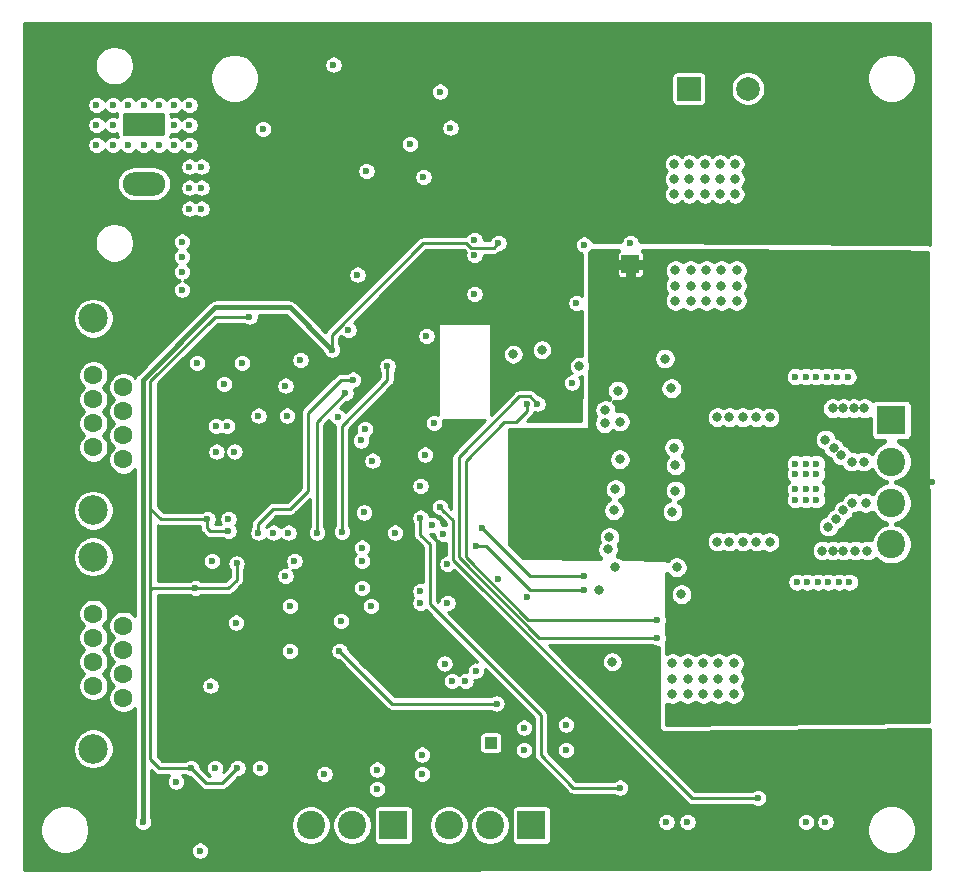
<source format=gbr>
G04 #@! TF.GenerationSoftware,KiCad,Pcbnew,(5.1.6)-1*
G04 #@! TF.CreationDate,2020-05-30T22:10:31+02:00*
G04 #@! TF.ProjectId,TMC51604Axis,544d4335-3136-4303-9441-7869732e6b69,rev?*
G04 #@! TF.SameCoordinates,Original*
G04 #@! TF.FileFunction,Copper,L3,Inr*
G04 #@! TF.FilePolarity,Positive*
%FSLAX46Y46*%
G04 Gerber Fmt 4.6, Leading zero omitted, Abs format (unit mm)*
G04 Created by KiCad (PCBNEW (5.1.6)-1) date 2020-05-30 22:10:31*
%MOMM*%
%LPD*%
G01*
G04 APERTURE LIST*
G04 #@! TA.AperFunction,ViaPad*
%ADD10R,1.500000X1.500000*%
G04 #@! TD*
G04 #@! TA.AperFunction,ViaPad*
%ADD11C,2.400000*%
G04 #@! TD*
G04 #@! TA.AperFunction,ViaPad*
%ADD12R,2.400000X2.400000*%
G04 #@! TD*
G04 #@! TA.AperFunction,ViaPad*
%ADD13R,1.000000X1.000000*%
G04 #@! TD*
G04 #@! TA.AperFunction,ViaPad*
%ADD14C,2.500000*%
G04 #@! TD*
G04 #@! TA.AperFunction,ViaPad*
%ADD15C,1.600000*%
G04 #@! TD*
G04 #@! TA.AperFunction,ViaPad*
%ADD16O,3.600000X2.000000*%
G04 #@! TD*
G04 #@! TA.AperFunction,ViaPad*
%ADD17C,2.000000*%
G04 #@! TD*
G04 #@! TA.AperFunction,ViaPad*
%ADD18R,2.000000X2.000000*%
G04 #@! TD*
G04 #@! TA.AperFunction,ViaPad*
%ADD19C,0.800000*%
G04 #@! TD*
G04 #@! TA.AperFunction,ViaPad*
%ADD20C,0.600000*%
G04 #@! TD*
G04 #@! TA.AperFunction,Conductor*
%ADD21C,0.400000*%
G04 #@! TD*
G04 #@! TA.AperFunction,Conductor*
%ADD22C,0.250000*%
G04 #@! TD*
G04 #@! TA.AperFunction,Conductor*
%ADD23C,0.254000*%
G04 #@! TD*
G04 APERTURE END LIST*
D10*
X112268000Y-82677000D03*
D11*
X85202000Y-130175000D03*
X88702000Y-130175000D03*
D12*
X92202000Y-130175000D03*
D13*
X100457000Y-123190000D03*
D11*
X96886000Y-130175000D03*
X100386000Y-130175000D03*
D12*
X103886000Y-130175000D03*
D14*
X66802000Y-103505000D03*
X66802000Y-87249000D03*
D15*
X69342000Y-99215000D03*
X66802000Y-98195000D03*
X69342000Y-97175000D03*
X66802000Y-96155000D03*
X69342000Y-95135000D03*
X66802000Y-94115000D03*
X69342000Y-93095000D03*
X66802000Y-92075000D03*
D14*
X66802000Y-123698000D03*
X66802000Y-107442000D03*
D15*
X69342000Y-119408000D03*
X66802000Y-118388000D03*
X69342000Y-117368000D03*
X66802000Y-116348000D03*
X69342000Y-115328000D03*
X66802000Y-114308000D03*
X69342000Y-113288000D03*
X66802000Y-112268000D03*
D11*
X134366000Y-106385000D03*
X134366000Y-102885000D03*
X134366000Y-99385000D03*
D12*
X134366000Y-95885000D03*
D16*
X71080000Y-75866000D03*
G04 #@! TA.AperFunction,ViaPad*
G36*
G01*
X69530000Y-69866000D02*
X72630000Y-69866000D01*
G75*
G02*
X72880000Y-70116000I0J-250000D01*
G01*
X72880000Y-71616000D01*
G75*
G02*
X72630000Y-71866000I-250000J0D01*
G01*
X69530000Y-71866000D01*
G75*
G02*
X69280000Y-71616000I0J250000D01*
G01*
X69280000Y-70116000D01*
G75*
G02*
X69530000Y-69866000I250000J0D01*
G01*
G37*
G04 #@! TD.AperFunction*
D17*
X122221000Y-67818000D03*
D18*
X117221000Y-67818000D03*
D19*
X124055500Y-106195500D03*
X121793000Y-106172000D03*
X122936000Y-106172000D03*
X119634000Y-106172000D03*
X120650000Y-106172000D03*
D20*
X129032000Y-109601000D03*
X130810000Y-109601000D03*
X127254000Y-109601000D03*
X128143000Y-109601000D03*
X129921000Y-109601000D03*
X126365000Y-109601000D03*
X74930000Y-69215000D03*
X74930000Y-70896000D03*
X74930000Y-72577000D03*
X67056000Y-69215000D03*
X67056000Y-70896000D03*
X67056000Y-72577000D03*
X104521000Y-80899000D03*
D19*
X124079000Y-83820000D03*
X115824000Y-116459000D03*
X115951000Y-74168000D03*
X116078000Y-83185000D03*
X124055500Y-95654500D03*
X122936000Y-95631000D03*
X121793000Y-95631000D03*
X120650000Y-95631000D03*
X119634000Y-95631000D03*
X117378000Y-83185000D03*
X118678000Y-83185000D03*
X119978000Y-83185000D03*
X121278000Y-83185000D03*
X116078000Y-84485000D03*
X117378000Y-84485000D03*
X118678000Y-84485000D03*
X119978000Y-84485000D03*
X121278000Y-84485000D03*
X116078000Y-85785000D03*
X117378000Y-85785000D03*
X118678000Y-85785000D03*
X119978000Y-85785000D03*
X121278000Y-85785000D03*
X117251000Y-74168000D03*
X118551000Y-74168000D03*
X119851000Y-74168000D03*
X121151000Y-74168000D03*
X115951000Y-75468000D03*
X117251000Y-75468000D03*
X118551000Y-75468000D03*
X119851000Y-75468000D03*
X121151000Y-75468000D03*
X115951000Y-76768000D03*
X117251000Y-76768000D03*
X118551000Y-76768000D03*
X119851000Y-76768000D03*
X121151000Y-76768000D03*
X117124000Y-116459000D03*
X118424000Y-116459000D03*
X119724000Y-116459000D03*
X121024000Y-116459000D03*
X115824000Y-117759000D03*
X117124000Y-117759000D03*
X118424000Y-117759000D03*
X119724000Y-117759000D03*
X121024000Y-117759000D03*
X115824000Y-119059000D03*
X117124000Y-119059000D03*
X118424000Y-119059000D03*
X119724000Y-119059000D03*
X121024000Y-119059000D03*
D20*
X97028000Y-71120002D03*
D19*
X117091000Y-106172000D03*
X117091000Y-95758000D03*
X116205000Y-95758000D03*
X115316000Y-95758000D03*
X114300000Y-95758000D03*
X116205000Y-106172000D03*
X115316000Y-106172000D03*
X114427000Y-106172000D03*
D20*
X103251000Y-99695000D03*
X104251000Y-99695000D03*
X105251000Y-99695000D03*
X103251000Y-100695000D03*
X104251000Y-100695000D03*
X105251000Y-100695000D03*
X103251000Y-101695000D03*
X104251000Y-101695000D03*
X105251000Y-101695000D03*
X137033000Y-101092000D03*
X78232000Y-104267000D03*
D19*
X110743998Y-116332000D03*
D20*
X83058000Y-92964000D03*
X83820000Y-107823000D03*
X83439000Y-111633000D03*
D19*
X124333000Y-117251000D03*
X125633000Y-117251000D03*
X126933000Y-117251000D03*
X128233000Y-117251000D03*
X129533000Y-117251000D03*
X124333000Y-118551000D03*
X125633000Y-118551000D03*
X126933000Y-118551000D03*
X128233000Y-118551000D03*
X129533000Y-118551000D03*
X125379000Y-83820000D03*
X126679000Y-83820000D03*
X127979000Y-83820000D03*
X129279000Y-83820000D03*
X124079000Y-85120000D03*
X125379000Y-85120000D03*
X126679000Y-85120000D03*
X127979000Y-85120000D03*
X129279000Y-85120000D03*
D20*
X107696000Y-85979000D03*
X94996000Y-88773000D03*
X94742000Y-75311000D03*
X96139000Y-68072000D03*
X88392000Y-88265000D03*
X99060000Y-81915000D03*
X137795000Y-101092000D03*
X136906000Y-92583000D03*
X136271000Y-109855000D03*
X111506000Y-85969010D03*
X115316000Y-129921000D03*
X127127000Y-129921000D03*
X95631000Y-96138359D03*
X90424000Y-99314000D03*
X89154000Y-83566000D03*
X112268000Y-80899000D03*
X68453000Y-69215000D03*
X69753000Y-69215000D03*
X71053000Y-69215000D03*
X72353000Y-69215000D03*
X73653000Y-69215000D03*
X68453000Y-70896000D03*
X73653000Y-70896000D03*
X68453000Y-72577000D03*
X69753000Y-72577000D03*
X71053000Y-72577000D03*
X72353000Y-72577000D03*
X73653000Y-72577000D03*
X96774000Y-111379000D03*
X78740000Y-98542010D03*
X89722949Y-103692949D03*
X99187000Y-117094000D03*
X79375000Y-91058990D03*
X75565000Y-91059000D03*
X76840051Y-107823051D03*
X82042000Y-105409998D03*
X94488000Y-101473000D03*
X83429010Y-115443000D03*
X80899000Y-125349000D03*
X86360000Y-125857000D03*
X90805000Y-125476000D03*
X96529990Y-116497798D03*
X103251000Y-121920000D03*
X106807002Y-121665996D03*
X103505000Y-110871000D03*
X89471589Y-97604513D03*
X87122000Y-65786000D03*
X81153000Y-71247000D03*
X89916000Y-74803000D03*
X73787000Y-126492000D03*
X93599000Y-72517000D03*
X94488000Y-110363000D03*
X94488000Y-111379000D03*
X96779381Y-108073767D03*
D19*
X104775000Y-89916000D03*
D20*
X87502990Y-95631000D03*
X74295000Y-80772000D03*
X74295000Y-82042000D03*
X74295000Y-83312000D03*
X74295000Y-84836000D03*
X99060000Y-85217000D03*
X106807000Y-123825000D03*
X103251000Y-123825000D03*
X117094000Y-129921000D03*
X128778000Y-129921000D03*
X80772000Y-95504000D03*
X83185000Y-95504000D03*
X99060000Y-80645000D03*
X77089000Y-125349000D03*
X94615000Y-124206000D03*
X95250000Y-117094000D03*
X78928000Y-108016000D03*
X79502000Y-128016000D03*
X94929000Y-83566000D03*
X94929000Y-84866000D03*
X95758000Y-83566000D03*
X95758000Y-84836000D03*
X78231994Y-105283000D03*
X118618000Y-129921000D03*
X107188000Y-129921000D03*
X95340900Y-102815520D03*
X90424000Y-100584000D03*
X95123000Y-90932000D03*
X96393000Y-109601000D03*
X94361000Y-102870000D03*
X110617000Y-117856000D03*
X76454000Y-104267000D03*
X107315000Y-92710000D03*
X108331000Y-81026000D03*
X70993000Y-129921000D03*
X86995000Y-89916000D03*
X101092000Y-80899000D03*
D19*
X132009000Y-99385000D03*
X130993000Y-99385000D03*
X130111500Y-98869500D03*
X129476500Y-98234500D03*
X128778000Y-97536000D03*
X107950000Y-91313000D03*
X110139226Y-95026461D03*
X132068000Y-94881000D03*
X131179000Y-94881000D03*
X130290000Y-94881000D03*
X129401000Y-94881000D03*
X102362000Y-90297000D03*
D20*
X101051319Y-109301217D03*
D19*
X130302004Y-103505000D03*
X110363000Y-106807000D03*
X109601000Y-110236000D03*
X132207000Y-102885000D03*
X131064000Y-102885000D03*
X129032000Y-104902000D03*
X129666992Y-104267000D03*
X128524000Y-106922000D03*
X129413000Y-106934000D03*
X130302000Y-106934000D03*
X131318000Y-106934000D03*
X132334000Y-106922000D03*
D20*
X126238000Y-99568000D03*
X127127000Y-99568000D03*
X128016000Y-99568000D03*
X126238000Y-100457000D03*
X127127000Y-100457000D03*
X128016000Y-100457000D03*
X126238000Y-92202000D03*
X127127000Y-92202000D03*
X128016000Y-92202000D03*
X128905000Y-92202000D03*
X129794000Y-92202000D03*
X130683000Y-92202000D03*
X114554000Y-112776000D03*
X103505000Y-94488000D03*
X114554000Y-114300000D03*
X104394000Y-94488000D03*
X126238000Y-102616000D03*
X127127000Y-102616000D03*
X128016000Y-102616000D03*
X127127000Y-101727000D03*
X126238000Y-101727000D03*
X128016000Y-101727000D03*
X90297000Y-111633000D03*
X87630000Y-115443000D03*
X100933229Y-119877202D03*
X87757000Y-112903000D03*
X83312000Y-105410000D03*
X94869000Y-98806000D03*
X91694000Y-91313000D03*
X87839070Y-105333031D03*
X85725000Y-105410000D03*
X88138000Y-93599000D03*
X88772994Y-92456000D03*
X80772000Y-105410000D03*
X96444005Y-105537000D03*
X83058000Y-109093000D03*
X89535000Y-106680000D03*
X95504000Y-104775000D03*
X99695000Y-105029000D03*
X108331000Y-109093000D03*
X89535000Y-107823000D03*
X92329000Y-105410000D03*
X74930000Y-74422000D03*
X74930000Y-76200000D03*
X74930000Y-77978000D03*
X75946000Y-77978000D03*
X75946000Y-76200000D03*
X75946000Y-74422000D03*
X123063000Y-127889000D03*
X96139002Y-103251000D03*
X111379000Y-127000000D03*
X94488000Y-104140000D03*
D19*
X111200723Y-93381990D03*
X115722413Y-93183268D03*
X111379000Y-99187000D03*
X115969374Y-98207990D03*
X115189000Y-90678000D03*
X110109000Y-96139000D03*
X116078000Y-99695000D03*
X111379000Y-96012008D03*
X110998000Y-101727000D03*
X115824000Y-103620010D03*
X110998000Y-108331000D03*
X116205000Y-108331000D03*
X116078000Y-101854000D03*
X110871000Y-103505000D03*
X116586000Y-110617000D03*
X110490000Y-105791000D03*
D20*
X89535000Y-110109000D03*
X99187000Y-106553000D03*
X108331000Y-110236000D03*
X75819000Y-132334000D03*
X98298000Y-117983000D03*
X90805000Y-127127000D03*
X97155000Y-117983000D03*
X94615000Y-125857000D03*
X75438000Y-110109000D03*
X80010000Y-87122000D03*
X75057000Y-125349000D03*
X78994000Y-125349000D03*
X89789000Y-96647000D03*
X78105000Y-96393000D03*
X84328000Y-90805000D03*
X77851000Y-92837000D03*
X77216000Y-98552000D03*
X77188873Y-96388479D03*
X76708000Y-118364000D03*
X78866998Y-113030000D03*
D21*
X83421991Y-86342991D02*
X86695001Y-89616001D01*
X86695001Y-89616001D02*
X86995000Y-89916000D01*
X70993000Y-92475523D02*
X77125532Y-86342991D01*
X77125532Y-86342991D02*
X83421991Y-86342991D01*
X70993000Y-129921000D02*
X70993000Y-92475523D01*
D22*
X86995000Y-89916000D02*
X86995000Y-88646000D01*
X86995000Y-88646000D02*
X94742000Y-80899000D01*
X98759999Y-81270001D02*
X100720999Y-81270001D01*
X100720999Y-81270001D02*
X101092000Y-80899000D01*
X98388998Y-80899000D02*
X98759999Y-81270001D01*
X94742000Y-80899000D02*
X98388998Y-80899000D01*
X103505000Y-94615000D02*
X103505000Y-94488000D01*
X114129736Y-112776000D02*
X114554000Y-112776000D01*
X103505000Y-95123000D02*
X102616000Y-96012000D01*
X98307999Y-107451999D02*
X103632000Y-112776000D01*
X103505000Y-94488000D02*
X103505000Y-95123000D01*
X102616000Y-96012000D02*
X101600000Y-96012000D01*
X101600000Y-96012000D02*
X98307999Y-99304001D01*
X103632000Y-112776000D02*
X114129736Y-112776000D01*
X98307999Y-99304001D02*
X98307999Y-107451999D01*
X114129736Y-114300000D02*
X114554000Y-114300000D01*
X104519589Y-114300000D02*
X114129736Y-114300000D01*
X103768998Y-93862998D02*
X102860002Y-93862998D01*
X104394000Y-94488000D02*
X103768998Y-93862998D01*
X102860002Y-93862998D02*
X97720989Y-99002011D01*
X97720989Y-99002011D02*
X97720989Y-107501400D01*
X97720989Y-107501400D02*
X104519589Y-114300000D01*
X87630000Y-115443000D02*
X92064202Y-119877202D01*
X92064202Y-119877202D02*
X100933229Y-119877202D01*
X87839070Y-96344901D02*
X87839070Y-104908767D01*
X91694000Y-92489971D02*
X87839070Y-96344901D01*
X91694000Y-91313000D02*
X91694000Y-92489971D01*
X87839070Y-104908767D02*
X87839070Y-105333031D01*
X85725000Y-105410000D02*
X85725000Y-96012000D01*
X85725000Y-96012000D02*
X88138000Y-93599000D01*
X80772000Y-105410000D02*
X80772000Y-104648000D01*
X80772000Y-104648000D02*
X82042000Y-103378000D01*
X82042000Y-103378000D02*
X83439000Y-103378000D01*
X83439000Y-103378000D02*
X84963000Y-101854000D01*
X84963000Y-101854000D02*
X84963000Y-95250000D01*
X87757000Y-92456000D02*
X88772994Y-92456000D01*
X84963000Y-95250000D02*
X87757000Y-92456000D01*
X103759000Y-109093000D02*
X99695000Y-105029000D01*
X108331000Y-109093000D02*
X103759000Y-109093000D01*
X97270978Y-107687800D02*
X97270978Y-107623909D01*
X97267605Y-104379603D02*
X96439001Y-103550999D01*
X96439001Y-103550999D02*
X96139002Y-103251000D01*
X97267605Y-107620536D02*
X97267605Y-104379603D01*
X97270978Y-107623909D02*
X97267605Y-107620536D01*
X122936000Y-127889000D02*
X117472178Y-127889000D01*
X117472178Y-127889000D02*
X97270978Y-107687800D01*
X94488000Y-105573002D02*
X94488000Y-104140000D01*
X95295999Y-106381001D02*
X94488000Y-105573002D01*
X95295999Y-111468263D02*
X95295999Y-106381001D01*
X111252000Y-127000000D02*
X107442000Y-127000000D01*
X107442000Y-127000000D02*
X104689868Y-124247868D01*
X104689868Y-124247868D02*
X104689868Y-120862132D01*
X104689868Y-120862132D02*
X95295999Y-111468263D01*
X100076000Y-106553000D02*
X99187000Y-106553000D01*
X108331000Y-110236000D02*
X103759000Y-110236000D01*
X103759000Y-110236000D02*
X100076000Y-106553000D01*
X78231994Y-105283000D02*
X76708000Y-105283000D01*
X76454000Y-105029000D02*
X76454000Y-104267000D01*
X76708000Y-105283000D02*
X76454000Y-105029000D01*
X78232000Y-110109000D02*
X75438000Y-110109000D01*
X78928000Y-108016000D02*
X78928000Y-109413000D01*
X78928000Y-109413000D02*
X78232000Y-110109000D01*
X71628000Y-92583000D02*
X77089000Y-87122000D01*
X71628000Y-103378000D02*
X71628000Y-92583000D01*
X76454000Y-104267000D02*
X72517000Y-104267000D01*
X77089000Y-87122000D02*
X80010000Y-87122000D01*
X72517000Y-104267000D02*
X71628000Y-103378000D01*
X71755000Y-110109000D02*
X71628000Y-110236000D01*
X75438000Y-110109000D02*
X71755000Y-110109000D01*
X71628000Y-103378000D02*
X71628000Y-110236000D01*
X71628000Y-110617000D02*
X71628000Y-110236000D01*
X71628000Y-124587000D02*
X71628000Y-110617000D01*
X75057000Y-125349000D02*
X72390000Y-125349000D01*
X72390000Y-125349000D02*
X71628000Y-124587000D01*
X77724000Y-126619000D02*
X78994000Y-125349000D01*
X76327000Y-126619000D02*
X77724000Y-126619000D01*
X75057000Y-125349000D02*
X76327000Y-126619000D01*
D23*
G36*
X137674000Y-81025685D02*
G01*
X137655145Y-81019510D01*
X137552580Y-81007127D01*
X134663330Y-80943627D01*
X134654327Y-80943506D01*
X113045000Y-80837837D01*
X113045000Y-80822472D01*
X113015141Y-80672357D01*
X112956569Y-80530952D01*
X112871536Y-80403691D01*
X112763309Y-80295464D01*
X112636048Y-80210431D01*
X112494643Y-80151859D01*
X112344528Y-80122000D01*
X112191472Y-80122000D01*
X112041357Y-80151859D01*
X111899952Y-80210431D01*
X111772691Y-80295464D01*
X111664464Y-80403691D01*
X111579431Y-80530952D01*
X111520859Y-80672357D01*
X111491000Y-80822472D01*
X111491000Y-80830238D01*
X109081940Y-80818458D01*
X109078141Y-80799357D01*
X109019569Y-80657952D01*
X108934536Y-80530691D01*
X108826309Y-80422464D01*
X108699048Y-80337431D01*
X108557643Y-80278859D01*
X108407528Y-80249000D01*
X108254472Y-80249000D01*
X108104357Y-80278859D01*
X107962952Y-80337431D01*
X107835691Y-80422464D01*
X107727464Y-80530691D01*
X107642431Y-80657952D01*
X107583859Y-80799357D01*
X107554000Y-80949472D01*
X107554000Y-81102528D01*
X107583859Y-81252643D01*
X107642431Y-81394048D01*
X107727464Y-81521309D01*
X107835691Y-81629536D01*
X107962952Y-81714569D01*
X108104357Y-81773141D01*
X108152330Y-81782683D01*
X108144878Y-85344440D01*
X108064048Y-85290431D01*
X107922643Y-85231859D01*
X107772528Y-85202000D01*
X107619472Y-85202000D01*
X107469357Y-85231859D01*
X107327952Y-85290431D01*
X107200691Y-85375464D01*
X107092464Y-85483691D01*
X107007431Y-85610952D01*
X106948859Y-85752357D01*
X106919000Y-85902472D01*
X106919000Y-86055528D01*
X106948859Y-86205643D01*
X107007431Y-86347048D01*
X107092464Y-86474309D01*
X107200691Y-86582536D01*
X107327952Y-86667569D01*
X107469357Y-86726141D01*
X107619472Y-86756000D01*
X107772528Y-86756000D01*
X107922643Y-86726141D01*
X108064048Y-86667569D01*
X108142220Y-86615336D01*
X108134186Y-90455456D01*
X108036377Y-90436000D01*
X107863623Y-90436000D01*
X107694189Y-90469703D01*
X107534585Y-90535813D01*
X107390945Y-90631790D01*
X107268790Y-90753945D01*
X107172813Y-90897585D01*
X107106703Y-91057189D01*
X107073000Y-91226623D01*
X107073000Y-91399377D01*
X107106703Y-91568811D01*
X107172813Y-91728415D01*
X107268790Y-91872055D01*
X107329735Y-91933000D01*
X107238472Y-91933000D01*
X107088357Y-91962859D01*
X106946952Y-92021431D01*
X106819691Y-92106464D01*
X106711464Y-92214691D01*
X106626431Y-92341952D01*
X106567859Y-92483357D01*
X106538000Y-92633472D01*
X106538000Y-92786528D01*
X106567859Y-92936643D01*
X106626431Y-93078048D01*
X106711464Y-93205309D01*
X106819691Y-93313536D01*
X106946952Y-93398569D01*
X107088357Y-93457141D01*
X107238472Y-93487000D01*
X107391528Y-93487000D01*
X107541643Y-93457141D01*
X107683048Y-93398569D01*
X107810309Y-93313536D01*
X107918536Y-93205309D01*
X108003569Y-93078048D01*
X108062141Y-92936643D01*
X108092000Y-92786528D01*
X108092000Y-92633472D01*
X108062141Y-92483357D01*
X108003569Y-92341952D01*
X107918536Y-92214691D01*
X107893845Y-92190000D01*
X108036377Y-92190000D01*
X108130596Y-92171258D01*
X108122601Y-95993000D01*
X103486356Y-95993000D01*
X103909771Y-95569585D01*
X103932737Y-95550737D01*
X104007966Y-95459071D01*
X104063866Y-95354490D01*
X104098289Y-95241012D01*
X104101552Y-95207884D01*
X104167357Y-95235141D01*
X104317472Y-95265000D01*
X104470528Y-95265000D01*
X104620643Y-95235141D01*
X104762048Y-95176569D01*
X104889309Y-95091536D01*
X104997536Y-94983309D01*
X105082569Y-94856048D01*
X105141141Y-94714643D01*
X105171000Y-94564528D01*
X105171000Y-94411472D01*
X105141141Y-94261357D01*
X105082569Y-94119952D01*
X104997536Y-93992691D01*
X104889309Y-93884464D01*
X104762048Y-93799431D01*
X104620643Y-93740859D01*
X104470528Y-93711000D01*
X104468356Y-93711000D01*
X104215586Y-93458231D01*
X104196735Y-93435261D01*
X104105069Y-93360032D01*
X104000488Y-93304132D01*
X103887010Y-93269709D01*
X103798564Y-93260998D01*
X103798554Y-93260998D01*
X103768998Y-93258087D01*
X103739442Y-93260998D01*
X102889558Y-93260998D01*
X102860002Y-93258087D01*
X102830445Y-93260998D01*
X102830436Y-93260998D01*
X102741990Y-93269709D01*
X102628512Y-93304132D01*
X102523931Y-93360032D01*
X102432265Y-93435261D01*
X102413418Y-93458226D01*
X100457000Y-95414644D01*
X100457000Y-90210623D01*
X101485000Y-90210623D01*
X101485000Y-90383377D01*
X101518703Y-90552811D01*
X101584813Y-90712415D01*
X101680790Y-90856055D01*
X101802945Y-90978210D01*
X101946585Y-91074187D01*
X102106189Y-91140297D01*
X102275623Y-91174000D01*
X102448377Y-91174000D01*
X102617811Y-91140297D01*
X102777415Y-91074187D01*
X102921055Y-90978210D01*
X103043210Y-90856055D01*
X103139187Y-90712415D01*
X103205297Y-90552811D01*
X103239000Y-90383377D01*
X103239000Y-90210623D01*
X103205297Y-90041189D01*
X103139187Y-89881585D01*
X103104468Y-89829623D01*
X103898000Y-89829623D01*
X103898000Y-90002377D01*
X103931703Y-90171811D01*
X103997813Y-90331415D01*
X104093790Y-90475055D01*
X104215945Y-90597210D01*
X104359585Y-90693187D01*
X104519189Y-90759297D01*
X104688623Y-90793000D01*
X104861377Y-90793000D01*
X105030811Y-90759297D01*
X105190415Y-90693187D01*
X105334055Y-90597210D01*
X105456210Y-90475055D01*
X105552187Y-90331415D01*
X105618297Y-90171811D01*
X105652000Y-90002377D01*
X105652000Y-89829623D01*
X105618297Y-89660189D01*
X105552187Y-89500585D01*
X105456210Y-89356945D01*
X105334055Y-89234790D01*
X105190415Y-89138813D01*
X105030811Y-89072703D01*
X104861377Y-89039000D01*
X104688623Y-89039000D01*
X104519189Y-89072703D01*
X104359585Y-89138813D01*
X104215945Y-89234790D01*
X104093790Y-89356945D01*
X103997813Y-89500585D01*
X103931703Y-89660189D01*
X103898000Y-89829623D01*
X103104468Y-89829623D01*
X103043210Y-89737945D01*
X102921055Y-89615790D01*
X102777415Y-89519813D01*
X102617811Y-89453703D01*
X102448377Y-89420000D01*
X102275623Y-89420000D01*
X102106189Y-89453703D01*
X101946585Y-89519813D01*
X101802945Y-89615790D01*
X101680790Y-89737945D01*
X101584813Y-89881585D01*
X101518703Y-90041189D01*
X101485000Y-90210623D01*
X100457000Y-90210623D01*
X100457000Y-87757000D01*
X100454560Y-87732224D01*
X100447333Y-87708399D01*
X100435597Y-87686443D01*
X100419803Y-87667197D01*
X100400557Y-87651403D01*
X100378601Y-87639667D01*
X100354776Y-87632440D01*
X100330000Y-87630000D01*
X96139000Y-87630000D01*
X96114224Y-87632440D01*
X96090399Y-87639667D01*
X96068443Y-87651403D01*
X96049197Y-87667197D01*
X96033403Y-87686443D01*
X96021667Y-87708399D01*
X96014440Y-87732224D01*
X96012000Y-87757000D01*
X96012000Y-95458444D01*
X95999048Y-95449790D01*
X95857643Y-95391218D01*
X95707528Y-95361359D01*
X95554472Y-95361359D01*
X95404357Y-95391218D01*
X95262952Y-95449790D01*
X95135691Y-95534823D01*
X95027464Y-95643050D01*
X94942431Y-95770311D01*
X94883859Y-95911716D01*
X94854000Y-96061831D01*
X94854000Y-96214887D01*
X94883859Y-96365002D01*
X94942431Y-96506407D01*
X95027464Y-96633668D01*
X95135691Y-96741895D01*
X95262952Y-96826928D01*
X95404357Y-96885500D01*
X95554472Y-96915359D01*
X95707528Y-96915359D01*
X95857643Y-96885500D01*
X95999048Y-96826928D01*
X96126309Y-96741895D01*
X96234536Y-96633668D01*
X96319569Y-96506407D01*
X96378141Y-96365002D01*
X96408000Y-96214887D01*
X96408000Y-96061831D01*
X96378141Y-95911716D01*
X96367075Y-95885000D01*
X99986644Y-95885000D01*
X97316223Y-98555422D01*
X97293252Y-98574274D01*
X97218023Y-98665941D01*
X97162123Y-98770522D01*
X97127700Y-98884000D01*
X97118989Y-98972446D01*
X97118989Y-98972455D01*
X97116078Y-99002011D01*
X97118989Y-99031567D01*
X97118990Y-103379632D01*
X96916002Y-103176645D01*
X96916002Y-103174472D01*
X96886143Y-103024357D01*
X96827571Y-102882952D01*
X96742538Y-102755691D01*
X96634311Y-102647464D01*
X96507050Y-102562431D01*
X96365645Y-102503859D01*
X96215530Y-102474000D01*
X96062474Y-102474000D01*
X95912359Y-102503859D01*
X95770954Y-102562431D01*
X95643693Y-102647464D01*
X95535466Y-102755691D01*
X95450433Y-102882952D01*
X95391861Y-103024357D01*
X95362002Y-103174472D01*
X95362002Y-103327528D01*
X95391861Y-103477643D01*
X95450433Y-103619048D01*
X95535466Y-103746309D01*
X95643693Y-103854536D01*
X95770954Y-103939569D01*
X95912359Y-103998141D01*
X96062474Y-104028000D01*
X96064647Y-104028000D01*
X96665606Y-104628960D01*
X96665606Y-104788856D01*
X96520533Y-104760000D01*
X96367477Y-104760000D01*
X96281000Y-104777201D01*
X96281000Y-104698472D01*
X96251141Y-104548357D01*
X96192569Y-104406952D01*
X96107536Y-104279691D01*
X95999309Y-104171464D01*
X95872048Y-104086431D01*
X95730643Y-104027859D01*
X95580528Y-103998000D01*
X95427472Y-103998000D01*
X95277357Y-104027859D01*
X95259396Y-104035299D01*
X95235141Y-103913357D01*
X95176569Y-103771952D01*
X95091536Y-103644691D01*
X94983309Y-103536464D01*
X94856048Y-103451431D01*
X94714643Y-103392859D01*
X94564528Y-103363000D01*
X94411472Y-103363000D01*
X94261357Y-103392859D01*
X94119952Y-103451431D01*
X93992691Y-103536464D01*
X93884464Y-103644691D01*
X93799431Y-103771952D01*
X93740859Y-103913357D01*
X93711000Y-104063472D01*
X93711000Y-104216528D01*
X93740859Y-104366643D01*
X93799431Y-104508048D01*
X93884464Y-104635309D01*
X93886001Y-104636846D01*
X93886000Y-105543445D01*
X93883089Y-105573002D01*
X93886000Y-105602558D01*
X93886000Y-105602567D01*
X93894711Y-105691013D01*
X93929134Y-105804491D01*
X93985034Y-105909072D01*
X94060263Y-106000739D01*
X94083233Y-106019590D01*
X94694000Y-106630358D01*
X94693999Y-109611753D01*
X94564528Y-109586000D01*
X94411472Y-109586000D01*
X94261357Y-109615859D01*
X94119952Y-109674431D01*
X93992691Y-109759464D01*
X93884464Y-109867691D01*
X93799431Y-109994952D01*
X93740859Y-110136357D01*
X93711000Y-110286472D01*
X93711000Y-110439528D01*
X93740859Y-110589643D01*
X93799431Y-110731048D01*
X93884464Y-110858309D01*
X93897155Y-110871000D01*
X93884464Y-110883691D01*
X93799431Y-111010952D01*
X93740859Y-111152357D01*
X93711000Y-111302472D01*
X93711000Y-111455528D01*
X93740859Y-111605643D01*
X93799431Y-111747048D01*
X93884464Y-111874309D01*
X93992691Y-111982536D01*
X94119952Y-112067569D01*
X94261357Y-112126141D01*
X94411472Y-112156000D01*
X94564528Y-112156000D01*
X94714643Y-112126141D01*
X94856048Y-112067569D01*
X94968687Y-111992306D01*
X99300793Y-116324412D01*
X99263528Y-116317000D01*
X99110472Y-116317000D01*
X98960357Y-116346859D01*
X98818952Y-116405431D01*
X98691691Y-116490464D01*
X98583464Y-116598691D01*
X98498431Y-116725952D01*
X98439859Y-116867357D01*
X98410000Y-117017472D01*
X98410000Y-117170528D01*
X98418808Y-117214808D01*
X98374528Y-117206000D01*
X98221472Y-117206000D01*
X98071357Y-117235859D01*
X97929952Y-117294431D01*
X97802691Y-117379464D01*
X97726500Y-117455655D01*
X97650309Y-117379464D01*
X97523048Y-117294431D01*
X97381643Y-117235859D01*
X97231528Y-117206000D01*
X97078472Y-117206000D01*
X96928357Y-117235859D01*
X96786952Y-117294431D01*
X96659691Y-117379464D01*
X96551464Y-117487691D01*
X96466431Y-117614952D01*
X96407859Y-117756357D01*
X96378000Y-117906472D01*
X96378000Y-118059528D01*
X96407859Y-118209643D01*
X96466431Y-118351048D01*
X96551464Y-118478309D01*
X96659691Y-118586536D01*
X96786952Y-118671569D01*
X96928357Y-118730141D01*
X97078472Y-118760000D01*
X97231528Y-118760000D01*
X97381643Y-118730141D01*
X97523048Y-118671569D01*
X97650309Y-118586536D01*
X97726500Y-118510345D01*
X97802691Y-118586536D01*
X97929952Y-118671569D01*
X98071357Y-118730141D01*
X98221472Y-118760000D01*
X98374528Y-118760000D01*
X98524643Y-118730141D01*
X98666048Y-118671569D01*
X98793309Y-118586536D01*
X98901536Y-118478309D01*
X98986569Y-118351048D01*
X99045141Y-118209643D01*
X99075000Y-118059528D01*
X99075000Y-117906472D01*
X99066192Y-117862192D01*
X99110472Y-117871000D01*
X99263528Y-117871000D01*
X99413643Y-117841141D01*
X99555048Y-117782569D01*
X99682309Y-117697536D01*
X99790536Y-117589309D01*
X99875569Y-117462048D01*
X99934141Y-117320643D01*
X99964000Y-117170528D01*
X99964000Y-117017472D01*
X99956588Y-116980207D01*
X104087869Y-121111489D01*
X104087868Y-124218312D01*
X104084957Y-124247868D01*
X104087868Y-124277424D01*
X104087868Y-124277433D01*
X104096579Y-124365879D01*
X104131002Y-124479357D01*
X104186902Y-124583938D01*
X104262131Y-124675605D01*
X104285102Y-124694457D01*
X106995420Y-127404777D01*
X107014263Y-127427737D01*
X107037223Y-127446580D01*
X107037227Y-127446584D01*
X107055114Y-127461263D01*
X107105929Y-127502966D01*
X107210510Y-127558866D01*
X107323988Y-127593289D01*
X107412434Y-127602000D01*
X107412443Y-127602000D01*
X107441999Y-127604911D01*
X107471556Y-127602000D01*
X110882155Y-127602000D01*
X110883691Y-127603536D01*
X111010952Y-127688569D01*
X111152357Y-127747141D01*
X111302472Y-127777000D01*
X111455528Y-127777000D01*
X111605643Y-127747141D01*
X111747048Y-127688569D01*
X111874309Y-127603536D01*
X111982536Y-127495309D01*
X112067569Y-127368048D01*
X112126141Y-127226643D01*
X112156000Y-127076528D01*
X112156000Y-126923472D01*
X112126141Y-126773357D01*
X112067569Y-126631952D01*
X111982536Y-126504691D01*
X111874309Y-126396464D01*
X111747048Y-126311431D01*
X111605643Y-126252859D01*
X111455528Y-126223000D01*
X111302472Y-126223000D01*
X111152357Y-126252859D01*
X111010952Y-126311431D01*
X110883691Y-126396464D01*
X110882155Y-126398000D01*
X107691357Y-126398000D01*
X105291868Y-123998513D01*
X105291868Y-123748472D01*
X106030000Y-123748472D01*
X106030000Y-123901528D01*
X106059859Y-124051643D01*
X106118431Y-124193048D01*
X106203464Y-124320309D01*
X106311691Y-124428536D01*
X106438952Y-124513569D01*
X106580357Y-124572141D01*
X106730472Y-124602000D01*
X106883528Y-124602000D01*
X107033643Y-124572141D01*
X107175048Y-124513569D01*
X107302309Y-124428536D01*
X107410536Y-124320309D01*
X107495569Y-124193048D01*
X107554141Y-124051643D01*
X107584000Y-123901528D01*
X107584000Y-123748472D01*
X107554141Y-123598357D01*
X107495569Y-123456952D01*
X107410536Y-123329691D01*
X107302309Y-123221464D01*
X107175048Y-123136431D01*
X107033643Y-123077859D01*
X106883528Y-123048000D01*
X106730472Y-123048000D01*
X106580357Y-123077859D01*
X106438952Y-123136431D01*
X106311691Y-123221464D01*
X106203464Y-123329691D01*
X106118431Y-123456952D01*
X106059859Y-123598357D01*
X106030000Y-123748472D01*
X105291868Y-123748472D01*
X105291868Y-121589468D01*
X106030002Y-121589468D01*
X106030002Y-121742524D01*
X106059861Y-121892639D01*
X106118433Y-122034044D01*
X106203466Y-122161305D01*
X106311693Y-122269532D01*
X106438954Y-122354565D01*
X106580359Y-122413137D01*
X106730474Y-122442996D01*
X106883530Y-122442996D01*
X107033645Y-122413137D01*
X107175050Y-122354565D01*
X107302311Y-122269532D01*
X107410538Y-122161305D01*
X107495571Y-122034044D01*
X107554143Y-121892639D01*
X107584002Y-121742524D01*
X107584002Y-121589468D01*
X107554143Y-121439353D01*
X107495571Y-121297948D01*
X107410538Y-121170687D01*
X107302311Y-121062460D01*
X107175050Y-120977427D01*
X107033645Y-120918855D01*
X106883530Y-120888996D01*
X106730474Y-120888996D01*
X106580359Y-120918855D01*
X106438954Y-120977427D01*
X106311693Y-121062460D01*
X106203466Y-121170687D01*
X106118433Y-121297948D01*
X106059861Y-121439353D01*
X106030002Y-121589468D01*
X105291868Y-121589468D01*
X105291868Y-120891688D01*
X105294779Y-120862132D01*
X105291868Y-120832575D01*
X105291868Y-120832566D01*
X105283157Y-120744120D01*
X105248734Y-120630642D01*
X105192834Y-120526061D01*
X105117605Y-120434395D01*
X105094640Y-120415548D01*
X96835091Y-112156000D01*
X96850528Y-112156000D01*
X97000643Y-112126141D01*
X97142048Y-112067569D01*
X97269309Y-111982536D01*
X97377536Y-111874309D01*
X97462569Y-111747048D01*
X97521141Y-111605643D01*
X97551000Y-111455528D01*
X97551000Y-111302472D01*
X97521141Y-111152357D01*
X97462569Y-111010952D01*
X97377536Y-110883691D01*
X97269309Y-110775464D01*
X97142048Y-110690431D01*
X97000643Y-110631859D01*
X96850528Y-110602000D01*
X96697472Y-110602000D01*
X96547357Y-110631859D01*
X96405952Y-110690431D01*
X96278691Y-110775464D01*
X96170464Y-110883691D01*
X96085431Y-111010952D01*
X96026859Y-111152357D01*
X95997000Y-111302472D01*
X95997000Y-111317909D01*
X95897999Y-111218908D01*
X95897999Y-106410557D01*
X95900910Y-106381000D01*
X95897999Y-106351444D01*
X95897999Y-106351435D01*
X95889288Y-106262989D01*
X95854865Y-106149511D01*
X95798965Y-106044930D01*
X95786559Y-106029813D01*
X95742583Y-105976228D01*
X95742579Y-105976224D01*
X95723736Y-105953264D01*
X95700776Y-105934421D01*
X95291260Y-105524906D01*
X95427472Y-105552000D01*
X95580528Y-105552000D01*
X95667005Y-105534799D01*
X95667005Y-105613528D01*
X95696864Y-105763643D01*
X95755436Y-105905048D01*
X95840469Y-106032309D01*
X95948696Y-106140536D01*
X96075957Y-106225569D01*
X96217362Y-106284141D01*
X96367477Y-106314000D01*
X96520533Y-106314000D01*
X96665605Y-106285144D01*
X96665605Y-107304176D01*
X96552738Y-107326626D01*
X96411333Y-107385198D01*
X96284072Y-107470231D01*
X96175845Y-107578458D01*
X96090812Y-107705719D01*
X96032240Y-107847124D01*
X96002381Y-107997239D01*
X96002381Y-108150295D01*
X96032240Y-108300410D01*
X96090812Y-108441815D01*
X96175845Y-108569076D01*
X96284072Y-108677303D01*
X96411333Y-108762336D01*
X96552738Y-108820908D01*
X96702853Y-108850767D01*
X96855909Y-108850767D01*
X97006024Y-108820908D01*
X97147429Y-108762336D01*
X97274690Y-108677303D01*
X97341908Y-108610085D01*
X117025594Y-128293772D01*
X117044441Y-128316737D01*
X117136107Y-128391966D01*
X117240688Y-128447866D01*
X117354166Y-128482289D01*
X117442612Y-128491000D01*
X117442621Y-128491000D01*
X117472177Y-128493911D01*
X117501734Y-128491000D01*
X122566155Y-128491000D01*
X122567691Y-128492536D01*
X122694952Y-128577569D01*
X122836357Y-128636141D01*
X122986472Y-128666000D01*
X123139528Y-128666000D01*
X123289643Y-128636141D01*
X123431048Y-128577569D01*
X123558309Y-128492536D01*
X123666536Y-128384309D01*
X123751569Y-128257048D01*
X123810141Y-128115643D01*
X123840000Y-127965528D01*
X123840000Y-127812472D01*
X123810141Y-127662357D01*
X123751569Y-127520952D01*
X123666536Y-127393691D01*
X123558309Y-127285464D01*
X123431048Y-127200431D01*
X123289643Y-127141859D01*
X123139528Y-127112000D01*
X122986472Y-127112000D01*
X122836357Y-127141859D01*
X122694952Y-127200431D01*
X122567691Y-127285464D01*
X122566155Y-127287000D01*
X117721534Y-127287000D01*
X106680157Y-116245623D01*
X109866998Y-116245623D01*
X109866998Y-116418377D01*
X109900701Y-116587811D01*
X109966811Y-116747415D01*
X110062788Y-116891055D01*
X110184943Y-117013210D01*
X110328583Y-117109187D01*
X110488187Y-117175297D01*
X110657621Y-117209000D01*
X110830375Y-117209000D01*
X110999809Y-117175297D01*
X111159413Y-117109187D01*
X111303053Y-117013210D01*
X111425208Y-116891055D01*
X111521185Y-116747415D01*
X111587295Y-116587811D01*
X111620998Y-116418377D01*
X111620998Y-116245623D01*
X111587295Y-116076189D01*
X111521185Y-115916585D01*
X111425208Y-115772945D01*
X111303053Y-115650790D01*
X111159413Y-115554813D01*
X110999809Y-115488703D01*
X110830375Y-115455000D01*
X110657621Y-115455000D01*
X110488187Y-115488703D01*
X110328583Y-115554813D01*
X110184943Y-115650790D01*
X110062788Y-115772945D01*
X109966811Y-115916585D01*
X109900701Y-116076189D01*
X109866998Y-116245623D01*
X106680157Y-116245623D01*
X105336533Y-114902000D01*
X114057155Y-114902000D01*
X114058691Y-114903536D01*
X114185952Y-114988569D01*
X114327357Y-115047141D01*
X114477472Y-115077000D01*
X114630528Y-115077000D01*
X114662000Y-115070740D01*
X114662000Y-121793000D01*
X114673321Y-121901646D01*
X114704425Y-122000162D01*
X114754152Y-122090718D01*
X114820589Y-122169832D01*
X114901184Y-122234465D01*
X114992840Y-122282132D01*
X115092034Y-122311002D01*
X115194954Y-122319966D01*
X137673954Y-122065966D01*
X137674001Y-122065961D01*
X137674001Y-133864820D01*
X60954000Y-133990179D01*
X60954000Y-130351433D01*
X62312000Y-130351433D01*
X62312000Y-130760567D01*
X62391818Y-131161839D01*
X62548386Y-131539829D01*
X62775689Y-131880011D01*
X63064989Y-132169311D01*
X63405171Y-132396614D01*
X63783161Y-132553182D01*
X64184433Y-132633000D01*
X64593567Y-132633000D01*
X64994839Y-132553182D01*
X65372829Y-132396614D01*
X65581069Y-132257472D01*
X75042000Y-132257472D01*
X75042000Y-132410528D01*
X75071859Y-132560643D01*
X75130431Y-132702048D01*
X75215464Y-132829309D01*
X75323691Y-132937536D01*
X75450952Y-133022569D01*
X75592357Y-133081141D01*
X75742472Y-133111000D01*
X75895528Y-133111000D01*
X76045643Y-133081141D01*
X76187048Y-133022569D01*
X76314309Y-132937536D01*
X76422536Y-132829309D01*
X76507569Y-132702048D01*
X76566141Y-132560643D01*
X76596000Y-132410528D01*
X76596000Y-132257472D01*
X76566141Y-132107357D01*
X76507569Y-131965952D01*
X76422536Y-131838691D01*
X76314309Y-131730464D01*
X76187048Y-131645431D01*
X76045643Y-131586859D01*
X75895528Y-131557000D01*
X75742472Y-131557000D01*
X75592357Y-131586859D01*
X75450952Y-131645431D01*
X75323691Y-131730464D01*
X75215464Y-131838691D01*
X75130431Y-131965952D01*
X75071859Y-132107357D01*
X75042000Y-132257472D01*
X65581069Y-132257472D01*
X65713011Y-132169311D01*
X66002311Y-131880011D01*
X66229614Y-131539829D01*
X66386182Y-131161839D01*
X66466000Y-130760567D01*
X66466000Y-130351433D01*
X66386182Y-129950161D01*
X66229614Y-129572171D01*
X66002311Y-129231989D01*
X65713011Y-128942689D01*
X65372829Y-128715386D01*
X64994839Y-128558818D01*
X64593567Y-128479000D01*
X64184433Y-128479000D01*
X63783161Y-128558818D01*
X63405171Y-128715386D01*
X63064989Y-128942689D01*
X62775689Y-129231989D01*
X62548386Y-129572171D01*
X62391818Y-129950161D01*
X62312000Y-130351433D01*
X60954000Y-130351433D01*
X60954000Y-123527905D01*
X65075000Y-123527905D01*
X65075000Y-123868095D01*
X65141368Y-124201747D01*
X65271553Y-124516041D01*
X65460552Y-124798898D01*
X65701102Y-125039448D01*
X65983959Y-125228447D01*
X66298253Y-125358632D01*
X66631905Y-125425000D01*
X66972095Y-125425000D01*
X67305747Y-125358632D01*
X67620041Y-125228447D01*
X67902898Y-125039448D01*
X68143448Y-124798898D01*
X68332447Y-124516041D01*
X68462632Y-124201747D01*
X68529000Y-123868095D01*
X68529000Y-123527905D01*
X68462632Y-123194253D01*
X68332447Y-122879959D01*
X68143448Y-122597102D01*
X67902898Y-122356552D01*
X67620041Y-122167553D01*
X67305747Y-122037368D01*
X66972095Y-121971000D01*
X66631905Y-121971000D01*
X66298253Y-122037368D01*
X65983959Y-122167553D01*
X65701102Y-122356552D01*
X65460552Y-122597102D01*
X65271553Y-122879959D01*
X65141368Y-123194253D01*
X65075000Y-123527905D01*
X60954000Y-123527905D01*
X60954000Y-112142226D01*
X65525000Y-112142226D01*
X65525000Y-112393774D01*
X65574074Y-112640487D01*
X65670337Y-112872886D01*
X65810089Y-113082040D01*
X65987960Y-113259911D01*
X66029998Y-113288000D01*
X65987960Y-113316089D01*
X65810089Y-113493960D01*
X65670337Y-113703114D01*
X65574074Y-113935513D01*
X65525000Y-114182226D01*
X65525000Y-114433774D01*
X65574074Y-114680487D01*
X65670337Y-114912886D01*
X65810089Y-115122040D01*
X65987960Y-115299911D01*
X66029998Y-115328000D01*
X65987960Y-115356089D01*
X65810089Y-115533960D01*
X65670337Y-115743114D01*
X65574074Y-115975513D01*
X65525000Y-116222226D01*
X65525000Y-116473774D01*
X65574074Y-116720487D01*
X65670337Y-116952886D01*
X65810089Y-117162040D01*
X65987960Y-117339911D01*
X66029998Y-117368000D01*
X65987960Y-117396089D01*
X65810089Y-117573960D01*
X65670337Y-117783114D01*
X65574074Y-118015513D01*
X65525000Y-118262226D01*
X65525000Y-118513774D01*
X65574074Y-118760487D01*
X65670337Y-118992886D01*
X65810089Y-119202040D01*
X65987960Y-119379911D01*
X66197114Y-119519663D01*
X66429513Y-119615926D01*
X66676226Y-119665000D01*
X66927774Y-119665000D01*
X67174487Y-119615926D01*
X67406886Y-119519663D01*
X67616040Y-119379911D01*
X67793911Y-119202040D01*
X67933663Y-118992886D01*
X68029926Y-118760487D01*
X68079000Y-118513774D01*
X68079000Y-118262226D01*
X68029926Y-118015513D01*
X67933663Y-117783114D01*
X67793911Y-117573960D01*
X67616040Y-117396089D01*
X67574002Y-117368000D01*
X67616040Y-117339911D01*
X67793911Y-117162040D01*
X67933663Y-116952886D01*
X68029926Y-116720487D01*
X68079000Y-116473774D01*
X68079000Y-116222226D01*
X68029926Y-115975513D01*
X67933663Y-115743114D01*
X67793911Y-115533960D01*
X67616040Y-115356089D01*
X67574002Y-115328000D01*
X67616040Y-115299911D01*
X67793911Y-115122040D01*
X67933663Y-114912886D01*
X68029926Y-114680487D01*
X68079000Y-114433774D01*
X68079000Y-114182226D01*
X68029926Y-113935513D01*
X67933663Y-113703114D01*
X67793911Y-113493960D01*
X67616040Y-113316089D01*
X67574002Y-113288000D01*
X67616040Y-113259911D01*
X67793911Y-113082040D01*
X67933663Y-112872886D01*
X68029926Y-112640487D01*
X68079000Y-112393774D01*
X68079000Y-112142226D01*
X68029926Y-111895513D01*
X67933663Y-111663114D01*
X67793911Y-111453960D01*
X67616040Y-111276089D01*
X67406886Y-111136337D01*
X67174487Y-111040074D01*
X66927774Y-110991000D01*
X66676226Y-110991000D01*
X66429513Y-111040074D01*
X66197114Y-111136337D01*
X65987960Y-111276089D01*
X65810089Y-111453960D01*
X65670337Y-111663114D01*
X65574074Y-111895513D01*
X65525000Y-112142226D01*
X60954000Y-112142226D01*
X60954000Y-107271905D01*
X65075000Y-107271905D01*
X65075000Y-107612095D01*
X65141368Y-107945747D01*
X65271553Y-108260041D01*
X65460552Y-108542898D01*
X65701102Y-108783448D01*
X65983959Y-108972447D01*
X66298253Y-109102632D01*
X66631905Y-109169000D01*
X66972095Y-109169000D01*
X67305747Y-109102632D01*
X67620041Y-108972447D01*
X67902898Y-108783448D01*
X68143448Y-108542898D01*
X68332447Y-108260041D01*
X68462632Y-107945747D01*
X68529000Y-107612095D01*
X68529000Y-107271905D01*
X68462632Y-106938253D01*
X68332447Y-106623959D01*
X68143448Y-106341102D01*
X67902898Y-106100552D01*
X67620041Y-105911553D01*
X67305747Y-105781368D01*
X66972095Y-105715000D01*
X66631905Y-105715000D01*
X66298253Y-105781368D01*
X65983959Y-105911553D01*
X65701102Y-106100552D01*
X65460552Y-106341102D01*
X65271553Y-106623959D01*
X65141368Y-106938253D01*
X65075000Y-107271905D01*
X60954000Y-107271905D01*
X60954000Y-103334905D01*
X65075000Y-103334905D01*
X65075000Y-103675095D01*
X65141368Y-104008747D01*
X65271553Y-104323041D01*
X65460552Y-104605898D01*
X65701102Y-104846448D01*
X65983959Y-105035447D01*
X66298253Y-105165632D01*
X66631905Y-105232000D01*
X66972095Y-105232000D01*
X67305747Y-105165632D01*
X67620041Y-105035447D01*
X67902898Y-104846448D01*
X68143448Y-104605898D01*
X68332447Y-104323041D01*
X68462632Y-104008747D01*
X68529000Y-103675095D01*
X68529000Y-103334905D01*
X68462632Y-103001253D01*
X68332447Y-102686959D01*
X68143448Y-102404102D01*
X67902898Y-102163552D01*
X67620041Y-101974553D01*
X67305747Y-101844368D01*
X66972095Y-101778000D01*
X66631905Y-101778000D01*
X66298253Y-101844368D01*
X65983959Y-101974553D01*
X65701102Y-102163552D01*
X65460552Y-102404102D01*
X65271553Y-102686959D01*
X65141368Y-103001253D01*
X65075000Y-103334905D01*
X60954000Y-103334905D01*
X60954000Y-91949226D01*
X65525000Y-91949226D01*
X65525000Y-92200774D01*
X65574074Y-92447487D01*
X65670337Y-92679886D01*
X65810089Y-92889040D01*
X65987960Y-93066911D01*
X66029998Y-93095000D01*
X65987960Y-93123089D01*
X65810089Y-93300960D01*
X65670337Y-93510114D01*
X65574074Y-93742513D01*
X65525000Y-93989226D01*
X65525000Y-94240774D01*
X65574074Y-94487487D01*
X65670337Y-94719886D01*
X65810089Y-94929040D01*
X65987960Y-95106911D01*
X66029998Y-95135000D01*
X65987960Y-95163089D01*
X65810089Y-95340960D01*
X65670337Y-95550114D01*
X65574074Y-95782513D01*
X65525000Y-96029226D01*
X65525000Y-96280774D01*
X65574074Y-96527487D01*
X65670337Y-96759886D01*
X65810089Y-96969040D01*
X65987960Y-97146911D01*
X66029998Y-97175000D01*
X65987960Y-97203089D01*
X65810089Y-97380960D01*
X65670337Y-97590114D01*
X65574074Y-97822513D01*
X65525000Y-98069226D01*
X65525000Y-98320774D01*
X65574074Y-98567487D01*
X65670337Y-98799886D01*
X65810089Y-99009040D01*
X65987960Y-99186911D01*
X66197114Y-99326663D01*
X66429513Y-99422926D01*
X66676226Y-99472000D01*
X66927774Y-99472000D01*
X67174487Y-99422926D01*
X67406886Y-99326663D01*
X67616040Y-99186911D01*
X67793911Y-99009040D01*
X67933663Y-98799886D01*
X68029926Y-98567487D01*
X68079000Y-98320774D01*
X68079000Y-98069226D01*
X68029926Y-97822513D01*
X67933663Y-97590114D01*
X67793911Y-97380960D01*
X67616040Y-97203089D01*
X67574002Y-97175000D01*
X67616040Y-97146911D01*
X67793911Y-96969040D01*
X67933663Y-96759886D01*
X68029926Y-96527487D01*
X68079000Y-96280774D01*
X68079000Y-96029226D01*
X68029926Y-95782513D01*
X67933663Y-95550114D01*
X67793911Y-95340960D01*
X67616040Y-95163089D01*
X67574002Y-95135000D01*
X67616040Y-95106911D01*
X67793911Y-94929040D01*
X67933663Y-94719886D01*
X68029926Y-94487487D01*
X68079000Y-94240774D01*
X68079000Y-93989226D01*
X68029926Y-93742513D01*
X67933663Y-93510114D01*
X67793911Y-93300960D01*
X67616040Y-93123089D01*
X67574002Y-93095000D01*
X67616040Y-93066911D01*
X67713725Y-92969226D01*
X68065000Y-92969226D01*
X68065000Y-93220774D01*
X68114074Y-93467487D01*
X68210337Y-93699886D01*
X68350089Y-93909040D01*
X68527960Y-94086911D01*
X68569998Y-94115000D01*
X68527960Y-94143089D01*
X68350089Y-94320960D01*
X68210337Y-94530114D01*
X68114074Y-94762513D01*
X68065000Y-95009226D01*
X68065000Y-95260774D01*
X68114074Y-95507487D01*
X68210337Y-95739886D01*
X68350089Y-95949040D01*
X68527960Y-96126911D01*
X68569998Y-96155000D01*
X68527960Y-96183089D01*
X68350089Y-96360960D01*
X68210337Y-96570114D01*
X68114074Y-96802513D01*
X68065000Y-97049226D01*
X68065000Y-97300774D01*
X68114074Y-97547487D01*
X68210337Y-97779886D01*
X68350089Y-97989040D01*
X68527960Y-98166911D01*
X68569998Y-98195000D01*
X68527960Y-98223089D01*
X68350089Y-98400960D01*
X68210337Y-98610114D01*
X68114074Y-98842513D01*
X68065000Y-99089226D01*
X68065000Y-99340774D01*
X68114074Y-99587487D01*
X68210337Y-99819886D01*
X68350089Y-100029040D01*
X68527960Y-100206911D01*
X68737114Y-100346663D01*
X68969513Y-100442926D01*
X69216226Y-100492000D01*
X69467774Y-100492000D01*
X69714487Y-100442926D01*
X69946886Y-100346663D01*
X70156040Y-100206911D01*
X70316001Y-100046950D01*
X70316000Y-112456049D01*
X70156040Y-112296089D01*
X69946886Y-112156337D01*
X69714487Y-112060074D01*
X69467774Y-112011000D01*
X69216226Y-112011000D01*
X68969513Y-112060074D01*
X68737114Y-112156337D01*
X68527960Y-112296089D01*
X68350089Y-112473960D01*
X68210337Y-112683114D01*
X68114074Y-112915513D01*
X68065000Y-113162226D01*
X68065000Y-113413774D01*
X68114074Y-113660487D01*
X68210337Y-113892886D01*
X68350089Y-114102040D01*
X68527960Y-114279911D01*
X68569998Y-114308000D01*
X68527960Y-114336089D01*
X68350089Y-114513960D01*
X68210337Y-114723114D01*
X68114074Y-114955513D01*
X68065000Y-115202226D01*
X68065000Y-115453774D01*
X68114074Y-115700487D01*
X68210337Y-115932886D01*
X68350089Y-116142040D01*
X68527960Y-116319911D01*
X68569998Y-116348000D01*
X68527960Y-116376089D01*
X68350089Y-116553960D01*
X68210337Y-116763114D01*
X68114074Y-116995513D01*
X68065000Y-117242226D01*
X68065000Y-117493774D01*
X68114074Y-117740487D01*
X68210337Y-117972886D01*
X68350089Y-118182040D01*
X68527960Y-118359911D01*
X68569998Y-118388000D01*
X68527960Y-118416089D01*
X68350089Y-118593960D01*
X68210337Y-118803114D01*
X68114074Y-119035513D01*
X68065000Y-119282226D01*
X68065000Y-119533774D01*
X68114074Y-119780487D01*
X68210337Y-120012886D01*
X68350089Y-120222040D01*
X68527960Y-120399911D01*
X68737114Y-120539663D01*
X68969513Y-120635926D01*
X69216226Y-120685000D01*
X69467774Y-120685000D01*
X69714487Y-120635926D01*
X69946886Y-120539663D01*
X70156040Y-120399911D01*
X70316000Y-120239951D01*
X70316000Y-129535638D01*
X70304431Y-129552952D01*
X70245859Y-129694357D01*
X70216000Y-129844472D01*
X70216000Y-129997528D01*
X70245859Y-130147643D01*
X70304431Y-130289048D01*
X70389464Y-130416309D01*
X70497691Y-130524536D01*
X70624952Y-130609569D01*
X70766357Y-130668141D01*
X70916472Y-130698000D01*
X71069528Y-130698000D01*
X71219643Y-130668141D01*
X71361048Y-130609569D01*
X71488309Y-130524536D01*
X71596536Y-130416309D01*
X71681569Y-130289048D01*
X71740141Y-130147643D01*
X71767553Y-130009830D01*
X83525000Y-130009830D01*
X83525000Y-130340170D01*
X83589446Y-130664163D01*
X83715862Y-130969357D01*
X83899389Y-131244025D01*
X84132975Y-131477611D01*
X84407643Y-131661138D01*
X84712837Y-131787554D01*
X85036830Y-131852000D01*
X85367170Y-131852000D01*
X85691163Y-131787554D01*
X85996357Y-131661138D01*
X86271025Y-131477611D01*
X86504611Y-131244025D01*
X86688138Y-130969357D01*
X86814554Y-130664163D01*
X86879000Y-130340170D01*
X86879000Y-130009830D01*
X87025000Y-130009830D01*
X87025000Y-130340170D01*
X87089446Y-130664163D01*
X87215862Y-130969357D01*
X87399389Y-131244025D01*
X87632975Y-131477611D01*
X87907643Y-131661138D01*
X88212837Y-131787554D01*
X88536830Y-131852000D01*
X88867170Y-131852000D01*
X89191163Y-131787554D01*
X89496357Y-131661138D01*
X89771025Y-131477611D01*
X90004611Y-131244025D01*
X90188138Y-130969357D01*
X90314554Y-130664163D01*
X90379000Y-130340170D01*
X90379000Y-130009830D01*
X90314554Y-129685837D01*
X90188138Y-129380643D01*
X90004611Y-129105975D01*
X89873636Y-128975000D01*
X90522693Y-128975000D01*
X90522693Y-131375000D01*
X90531903Y-131468508D01*
X90559178Y-131558423D01*
X90603471Y-131641289D01*
X90663079Y-131713921D01*
X90735711Y-131773529D01*
X90818577Y-131817822D01*
X90908492Y-131845097D01*
X91002000Y-131854307D01*
X93402000Y-131854307D01*
X93495508Y-131845097D01*
X93585423Y-131817822D01*
X93668289Y-131773529D01*
X93740921Y-131713921D01*
X93800529Y-131641289D01*
X93844822Y-131558423D01*
X93872097Y-131468508D01*
X93881307Y-131375000D01*
X93881307Y-130009830D01*
X95209000Y-130009830D01*
X95209000Y-130340170D01*
X95273446Y-130664163D01*
X95399862Y-130969357D01*
X95583389Y-131244025D01*
X95816975Y-131477611D01*
X96091643Y-131661138D01*
X96396837Y-131787554D01*
X96720830Y-131852000D01*
X97051170Y-131852000D01*
X97375163Y-131787554D01*
X97680357Y-131661138D01*
X97955025Y-131477611D01*
X98188611Y-131244025D01*
X98372138Y-130969357D01*
X98498554Y-130664163D01*
X98563000Y-130340170D01*
X98563000Y-130009830D01*
X98709000Y-130009830D01*
X98709000Y-130340170D01*
X98773446Y-130664163D01*
X98899862Y-130969357D01*
X99083389Y-131244025D01*
X99316975Y-131477611D01*
X99591643Y-131661138D01*
X99896837Y-131787554D01*
X100220830Y-131852000D01*
X100551170Y-131852000D01*
X100875163Y-131787554D01*
X101180357Y-131661138D01*
X101455025Y-131477611D01*
X101688611Y-131244025D01*
X101872138Y-130969357D01*
X101998554Y-130664163D01*
X102063000Y-130340170D01*
X102063000Y-130009830D01*
X101998554Y-129685837D01*
X101872138Y-129380643D01*
X101688611Y-129105975D01*
X101557636Y-128975000D01*
X102206693Y-128975000D01*
X102206693Y-131375000D01*
X102215903Y-131468508D01*
X102243178Y-131558423D01*
X102287471Y-131641289D01*
X102347079Y-131713921D01*
X102419711Y-131773529D01*
X102502577Y-131817822D01*
X102592492Y-131845097D01*
X102686000Y-131854307D01*
X105086000Y-131854307D01*
X105179508Y-131845097D01*
X105269423Y-131817822D01*
X105352289Y-131773529D01*
X105424921Y-131713921D01*
X105484529Y-131641289D01*
X105528822Y-131558423D01*
X105556097Y-131468508D01*
X105565307Y-131375000D01*
X105565307Y-129844472D01*
X114539000Y-129844472D01*
X114539000Y-129997528D01*
X114568859Y-130147643D01*
X114627431Y-130289048D01*
X114712464Y-130416309D01*
X114820691Y-130524536D01*
X114947952Y-130609569D01*
X115089357Y-130668141D01*
X115239472Y-130698000D01*
X115392528Y-130698000D01*
X115542643Y-130668141D01*
X115684048Y-130609569D01*
X115811309Y-130524536D01*
X115919536Y-130416309D01*
X116004569Y-130289048D01*
X116063141Y-130147643D01*
X116093000Y-129997528D01*
X116093000Y-129844472D01*
X116317000Y-129844472D01*
X116317000Y-129997528D01*
X116346859Y-130147643D01*
X116405431Y-130289048D01*
X116490464Y-130416309D01*
X116598691Y-130524536D01*
X116725952Y-130609569D01*
X116867357Y-130668141D01*
X117017472Y-130698000D01*
X117170528Y-130698000D01*
X117320643Y-130668141D01*
X117462048Y-130609569D01*
X117589309Y-130524536D01*
X117697536Y-130416309D01*
X117782569Y-130289048D01*
X117841141Y-130147643D01*
X117871000Y-129997528D01*
X117871000Y-129844472D01*
X126350000Y-129844472D01*
X126350000Y-129997528D01*
X126379859Y-130147643D01*
X126438431Y-130289048D01*
X126523464Y-130416309D01*
X126631691Y-130524536D01*
X126758952Y-130609569D01*
X126900357Y-130668141D01*
X127050472Y-130698000D01*
X127203528Y-130698000D01*
X127353643Y-130668141D01*
X127495048Y-130609569D01*
X127622309Y-130524536D01*
X127730536Y-130416309D01*
X127815569Y-130289048D01*
X127874141Y-130147643D01*
X127904000Y-129997528D01*
X127904000Y-129844472D01*
X128001000Y-129844472D01*
X128001000Y-129997528D01*
X128030859Y-130147643D01*
X128089431Y-130289048D01*
X128174464Y-130416309D01*
X128282691Y-130524536D01*
X128409952Y-130609569D01*
X128551357Y-130668141D01*
X128701472Y-130698000D01*
X128854528Y-130698000D01*
X129004643Y-130668141D01*
X129146048Y-130609569D01*
X129273309Y-130524536D01*
X129381536Y-130416309D01*
X129424884Y-130351433D01*
X132289000Y-130351433D01*
X132289000Y-130760567D01*
X132368818Y-131161839D01*
X132525386Y-131539829D01*
X132752689Y-131880011D01*
X133041989Y-132169311D01*
X133382171Y-132396614D01*
X133760161Y-132553182D01*
X134161433Y-132633000D01*
X134570567Y-132633000D01*
X134971839Y-132553182D01*
X135349829Y-132396614D01*
X135690011Y-132169311D01*
X135979311Y-131880011D01*
X136206614Y-131539829D01*
X136363182Y-131161839D01*
X136443000Y-130760567D01*
X136443000Y-130351433D01*
X136363182Y-129950161D01*
X136206614Y-129572171D01*
X135979311Y-129231989D01*
X135690011Y-128942689D01*
X135349829Y-128715386D01*
X134971839Y-128558818D01*
X134570567Y-128479000D01*
X134161433Y-128479000D01*
X133760161Y-128558818D01*
X133382171Y-128715386D01*
X133041989Y-128942689D01*
X132752689Y-129231989D01*
X132525386Y-129572171D01*
X132368818Y-129950161D01*
X132289000Y-130351433D01*
X129424884Y-130351433D01*
X129466569Y-130289048D01*
X129525141Y-130147643D01*
X129555000Y-129997528D01*
X129555000Y-129844472D01*
X129525141Y-129694357D01*
X129466569Y-129552952D01*
X129381536Y-129425691D01*
X129273309Y-129317464D01*
X129146048Y-129232431D01*
X129004643Y-129173859D01*
X128854528Y-129144000D01*
X128701472Y-129144000D01*
X128551357Y-129173859D01*
X128409952Y-129232431D01*
X128282691Y-129317464D01*
X128174464Y-129425691D01*
X128089431Y-129552952D01*
X128030859Y-129694357D01*
X128001000Y-129844472D01*
X127904000Y-129844472D01*
X127874141Y-129694357D01*
X127815569Y-129552952D01*
X127730536Y-129425691D01*
X127622309Y-129317464D01*
X127495048Y-129232431D01*
X127353643Y-129173859D01*
X127203528Y-129144000D01*
X127050472Y-129144000D01*
X126900357Y-129173859D01*
X126758952Y-129232431D01*
X126631691Y-129317464D01*
X126523464Y-129425691D01*
X126438431Y-129552952D01*
X126379859Y-129694357D01*
X126350000Y-129844472D01*
X117871000Y-129844472D01*
X117841141Y-129694357D01*
X117782569Y-129552952D01*
X117697536Y-129425691D01*
X117589309Y-129317464D01*
X117462048Y-129232431D01*
X117320643Y-129173859D01*
X117170528Y-129144000D01*
X117017472Y-129144000D01*
X116867357Y-129173859D01*
X116725952Y-129232431D01*
X116598691Y-129317464D01*
X116490464Y-129425691D01*
X116405431Y-129552952D01*
X116346859Y-129694357D01*
X116317000Y-129844472D01*
X116093000Y-129844472D01*
X116063141Y-129694357D01*
X116004569Y-129552952D01*
X115919536Y-129425691D01*
X115811309Y-129317464D01*
X115684048Y-129232431D01*
X115542643Y-129173859D01*
X115392528Y-129144000D01*
X115239472Y-129144000D01*
X115089357Y-129173859D01*
X114947952Y-129232431D01*
X114820691Y-129317464D01*
X114712464Y-129425691D01*
X114627431Y-129552952D01*
X114568859Y-129694357D01*
X114539000Y-129844472D01*
X105565307Y-129844472D01*
X105565307Y-128975000D01*
X105556097Y-128881492D01*
X105528822Y-128791577D01*
X105484529Y-128708711D01*
X105424921Y-128636079D01*
X105352289Y-128576471D01*
X105269423Y-128532178D01*
X105179508Y-128504903D01*
X105086000Y-128495693D01*
X102686000Y-128495693D01*
X102592492Y-128504903D01*
X102502577Y-128532178D01*
X102419711Y-128576471D01*
X102347079Y-128636079D01*
X102287471Y-128708711D01*
X102243178Y-128791577D01*
X102215903Y-128881492D01*
X102206693Y-128975000D01*
X101557636Y-128975000D01*
X101455025Y-128872389D01*
X101180357Y-128688862D01*
X100875163Y-128562446D01*
X100551170Y-128498000D01*
X100220830Y-128498000D01*
X99896837Y-128562446D01*
X99591643Y-128688862D01*
X99316975Y-128872389D01*
X99083389Y-129105975D01*
X98899862Y-129380643D01*
X98773446Y-129685837D01*
X98709000Y-130009830D01*
X98563000Y-130009830D01*
X98498554Y-129685837D01*
X98372138Y-129380643D01*
X98188611Y-129105975D01*
X97955025Y-128872389D01*
X97680357Y-128688862D01*
X97375163Y-128562446D01*
X97051170Y-128498000D01*
X96720830Y-128498000D01*
X96396837Y-128562446D01*
X96091643Y-128688862D01*
X95816975Y-128872389D01*
X95583389Y-129105975D01*
X95399862Y-129380643D01*
X95273446Y-129685837D01*
X95209000Y-130009830D01*
X93881307Y-130009830D01*
X93881307Y-128975000D01*
X93872097Y-128881492D01*
X93844822Y-128791577D01*
X93800529Y-128708711D01*
X93740921Y-128636079D01*
X93668289Y-128576471D01*
X93585423Y-128532178D01*
X93495508Y-128504903D01*
X93402000Y-128495693D01*
X91002000Y-128495693D01*
X90908492Y-128504903D01*
X90818577Y-128532178D01*
X90735711Y-128576471D01*
X90663079Y-128636079D01*
X90603471Y-128708711D01*
X90559178Y-128791577D01*
X90531903Y-128881492D01*
X90522693Y-128975000D01*
X89873636Y-128975000D01*
X89771025Y-128872389D01*
X89496357Y-128688862D01*
X89191163Y-128562446D01*
X88867170Y-128498000D01*
X88536830Y-128498000D01*
X88212837Y-128562446D01*
X87907643Y-128688862D01*
X87632975Y-128872389D01*
X87399389Y-129105975D01*
X87215862Y-129380643D01*
X87089446Y-129685837D01*
X87025000Y-130009830D01*
X86879000Y-130009830D01*
X86814554Y-129685837D01*
X86688138Y-129380643D01*
X86504611Y-129105975D01*
X86271025Y-128872389D01*
X85996357Y-128688862D01*
X85691163Y-128562446D01*
X85367170Y-128498000D01*
X85036830Y-128498000D01*
X84712837Y-128562446D01*
X84407643Y-128688862D01*
X84132975Y-128872389D01*
X83899389Y-129105975D01*
X83715862Y-129380643D01*
X83589446Y-129685837D01*
X83525000Y-130009830D01*
X71767553Y-130009830D01*
X71770000Y-129997528D01*
X71770000Y-129844472D01*
X71740141Y-129694357D01*
X71681569Y-129552952D01*
X71670000Y-129535638D01*
X71670000Y-125480356D01*
X71943415Y-125753771D01*
X71962263Y-125776737D01*
X72053929Y-125851966D01*
X72158510Y-125907866D01*
X72271988Y-125942289D01*
X72360434Y-125951000D01*
X72360443Y-125951000D01*
X72390000Y-125953911D01*
X72419556Y-125951000D01*
X73229155Y-125951000D01*
X73183464Y-125996691D01*
X73098431Y-126123952D01*
X73039859Y-126265357D01*
X73010000Y-126415472D01*
X73010000Y-126568528D01*
X73039859Y-126718643D01*
X73098431Y-126860048D01*
X73183464Y-126987309D01*
X73291691Y-127095536D01*
X73418952Y-127180569D01*
X73560357Y-127239141D01*
X73710472Y-127269000D01*
X73863528Y-127269000D01*
X74013643Y-127239141D01*
X74155048Y-127180569D01*
X74282309Y-127095536D01*
X74390536Y-126987309D01*
X74475569Y-126860048D01*
X74534141Y-126718643D01*
X74564000Y-126568528D01*
X74564000Y-126415472D01*
X74534141Y-126265357D01*
X74475569Y-126123952D01*
X74390536Y-125996691D01*
X74344845Y-125951000D01*
X74560155Y-125951000D01*
X74561691Y-125952536D01*
X74688952Y-126037569D01*
X74830357Y-126096141D01*
X74980472Y-126126000D01*
X74982644Y-126126000D01*
X75880420Y-127023777D01*
X75899263Y-127046737D01*
X75922223Y-127065580D01*
X75922227Y-127065584D01*
X75958724Y-127095536D01*
X75990929Y-127121966D01*
X76095510Y-127177866D01*
X76208988Y-127212289D01*
X76297434Y-127221000D01*
X76297443Y-127221000D01*
X76326999Y-127223911D01*
X76356556Y-127221000D01*
X77694444Y-127221000D01*
X77724000Y-127223911D01*
X77753556Y-127221000D01*
X77753566Y-127221000D01*
X77842012Y-127212289D01*
X77955490Y-127177866D01*
X78060071Y-127121966D01*
X78147185Y-127050472D01*
X90028000Y-127050472D01*
X90028000Y-127203528D01*
X90057859Y-127353643D01*
X90116431Y-127495048D01*
X90201464Y-127622309D01*
X90309691Y-127730536D01*
X90436952Y-127815569D01*
X90578357Y-127874141D01*
X90728472Y-127904000D01*
X90881528Y-127904000D01*
X91031643Y-127874141D01*
X91173048Y-127815569D01*
X91300309Y-127730536D01*
X91408536Y-127622309D01*
X91493569Y-127495048D01*
X91552141Y-127353643D01*
X91582000Y-127203528D01*
X91582000Y-127050472D01*
X91552141Y-126900357D01*
X91493569Y-126758952D01*
X91408536Y-126631691D01*
X91300309Y-126523464D01*
X91173048Y-126438431D01*
X91031643Y-126379859D01*
X90881528Y-126350000D01*
X90728472Y-126350000D01*
X90578357Y-126379859D01*
X90436952Y-126438431D01*
X90309691Y-126523464D01*
X90201464Y-126631691D01*
X90116431Y-126758952D01*
X90057859Y-126900357D01*
X90028000Y-127050472D01*
X78147185Y-127050472D01*
X78151737Y-127046737D01*
X78170589Y-127023766D01*
X79068356Y-126126000D01*
X79070528Y-126126000D01*
X79220643Y-126096141D01*
X79362048Y-126037569D01*
X79489309Y-125952536D01*
X79597536Y-125844309D01*
X79682569Y-125717048D01*
X79741141Y-125575643D01*
X79771000Y-125425528D01*
X79771000Y-125272472D01*
X80122000Y-125272472D01*
X80122000Y-125425528D01*
X80151859Y-125575643D01*
X80210431Y-125717048D01*
X80295464Y-125844309D01*
X80403691Y-125952536D01*
X80530952Y-126037569D01*
X80672357Y-126096141D01*
X80822472Y-126126000D01*
X80975528Y-126126000D01*
X81125643Y-126096141D01*
X81267048Y-126037569D01*
X81394309Y-125952536D01*
X81502536Y-125844309D01*
X81545190Y-125780472D01*
X85583000Y-125780472D01*
X85583000Y-125933528D01*
X85612859Y-126083643D01*
X85671431Y-126225048D01*
X85756464Y-126352309D01*
X85864691Y-126460536D01*
X85991952Y-126545569D01*
X86133357Y-126604141D01*
X86283472Y-126634000D01*
X86436528Y-126634000D01*
X86586643Y-126604141D01*
X86728048Y-126545569D01*
X86855309Y-126460536D01*
X86963536Y-126352309D01*
X87048569Y-126225048D01*
X87107141Y-126083643D01*
X87137000Y-125933528D01*
X87137000Y-125780472D01*
X87107141Y-125630357D01*
X87048569Y-125488952D01*
X86988781Y-125399472D01*
X90028000Y-125399472D01*
X90028000Y-125552528D01*
X90057859Y-125702643D01*
X90116431Y-125844048D01*
X90201464Y-125971309D01*
X90309691Y-126079536D01*
X90436952Y-126164569D01*
X90578357Y-126223141D01*
X90728472Y-126253000D01*
X90881528Y-126253000D01*
X91031643Y-126223141D01*
X91173048Y-126164569D01*
X91300309Y-126079536D01*
X91408536Y-125971309D01*
X91493569Y-125844048D01*
X91519903Y-125780472D01*
X93838000Y-125780472D01*
X93838000Y-125933528D01*
X93867859Y-126083643D01*
X93926431Y-126225048D01*
X94011464Y-126352309D01*
X94119691Y-126460536D01*
X94246952Y-126545569D01*
X94388357Y-126604141D01*
X94538472Y-126634000D01*
X94691528Y-126634000D01*
X94841643Y-126604141D01*
X94983048Y-126545569D01*
X95110309Y-126460536D01*
X95218536Y-126352309D01*
X95303569Y-126225048D01*
X95362141Y-126083643D01*
X95392000Y-125933528D01*
X95392000Y-125780472D01*
X95362141Y-125630357D01*
X95303569Y-125488952D01*
X95218536Y-125361691D01*
X95110309Y-125253464D01*
X94983048Y-125168431D01*
X94841643Y-125109859D01*
X94691528Y-125080000D01*
X94538472Y-125080000D01*
X94388357Y-125109859D01*
X94246952Y-125168431D01*
X94119691Y-125253464D01*
X94011464Y-125361691D01*
X93926431Y-125488952D01*
X93867859Y-125630357D01*
X93838000Y-125780472D01*
X91519903Y-125780472D01*
X91552141Y-125702643D01*
X91582000Y-125552528D01*
X91582000Y-125399472D01*
X91552141Y-125249357D01*
X91493569Y-125107952D01*
X91408536Y-124980691D01*
X91300309Y-124872464D01*
X91173048Y-124787431D01*
X91031643Y-124728859D01*
X90881528Y-124699000D01*
X90728472Y-124699000D01*
X90578357Y-124728859D01*
X90436952Y-124787431D01*
X90309691Y-124872464D01*
X90201464Y-124980691D01*
X90116431Y-125107952D01*
X90057859Y-125249357D01*
X90028000Y-125399472D01*
X86988781Y-125399472D01*
X86963536Y-125361691D01*
X86855309Y-125253464D01*
X86728048Y-125168431D01*
X86586643Y-125109859D01*
X86436528Y-125080000D01*
X86283472Y-125080000D01*
X86133357Y-125109859D01*
X85991952Y-125168431D01*
X85864691Y-125253464D01*
X85756464Y-125361691D01*
X85671431Y-125488952D01*
X85612859Y-125630357D01*
X85583000Y-125780472D01*
X81545190Y-125780472D01*
X81587569Y-125717048D01*
X81646141Y-125575643D01*
X81676000Y-125425528D01*
X81676000Y-125272472D01*
X81646141Y-125122357D01*
X81587569Y-124980952D01*
X81502536Y-124853691D01*
X81394309Y-124745464D01*
X81267048Y-124660431D01*
X81125643Y-124601859D01*
X80975528Y-124572000D01*
X80822472Y-124572000D01*
X80672357Y-124601859D01*
X80530952Y-124660431D01*
X80403691Y-124745464D01*
X80295464Y-124853691D01*
X80210431Y-124980952D01*
X80151859Y-125122357D01*
X80122000Y-125272472D01*
X79771000Y-125272472D01*
X79741141Y-125122357D01*
X79682569Y-124980952D01*
X79597536Y-124853691D01*
X79489309Y-124745464D01*
X79362048Y-124660431D01*
X79220643Y-124601859D01*
X79070528Y-124572000D01*
X78917472Y-124572000D01*
X78767357Y-124601859D01*
X78625952Y-124660431D01*
X78498691Y-124745464D01*
X78390464Y-124853691D01*
X78305431Y-124980952D01*
X78246859Y-125122357D01*
X78217000Y-125272472D01*
X78217000Y-125274644D01*
X77779671Y-125711973D01*
X77836141Y-125575643D01*
X77866000Y-125425528D01*
X77866000Y-125272472D01*
X77836141Y-125122357D01*
X77777569Y-124980952D01*
X77692536Y-124853691D01*
X77584309Y-124745464D01*
X77457048Y-124660431D01*
X77315643Y-124601859D01*
X77165528Y-124572000D01*
X77012472Y-124572000D01*
X76862357Y-124601859D01*
X76720952Y-124660431D01*
X76593691Y-124745464D01*
X76485464Y-124853691D01*
X76400431Y-124980952D01*
X76341859Y-125122357D01*
X76312000Y-125272472D01*
X76312000Y-125425528D01*
X76341859Y-125575643D01*
X76400431Y-125717048D01*
X76485464Y-125844309D01*
X76593691Y-125952536D01*
X76690168Y-126017000D01*
X76576357Y-126017000D01*
X75834000Y-125274644D01*
X75834000Y-125272472D01*
X75804141Y-125122357D01*
X75745569Y-124980952D01*
X75660536Y-124853691D01*
X75552309Y-124745464D01*
X75425048Y-124660431D01*
X75283643Y-124601859D01*
X75133528Y-124572000D01*
X74980472Y-124572000D01*
X74830357Y-124601859D01*
X74688952Y-124660431D01*
X74561691Y-124745464D01*
X74560155Y-124747000D01*
X72639356Y-124747000D01*
X72230000Y-124337645D01*
X72230000Y-124129472D01*
X93838000Y-124129472D01*
X93838000Y-124282528D01*
X93867859Y-124432643D01*
X93926431Y-124574048D01*
X94011464Y-124701309D01*
X94119691Y-124809536D01*
X94246952Y-124894569D01*
X94388357Y-124953141D01*
X94538472Y-124983000D01*
X94691528Y-124983000D01*
X94841643Y-124953141D01*
X94983048Y-124894569D01*
X95110309Y-124809536D01*
X95218536Y-124701309D01*
X95303569Y-124574048D01*
X95362141Y-124432643D01*
X95392000Y-124282528D01*
X95392000Y-124129472D01*
X95362141Y-123979357D01*
X95303569Y-123837952D01*
X95218536Y-123710691D01*
X95110309Y-123602464D01*
X94983048Y-123517431D01*
X94841643Y-123458859D01*
X94691528Y-123429000D01*
X94538472Y-123429000D01*
X94388357Y-123458859D01*
X94246952Y-123517431D01*
X94119691Y-123602464D01*
X94011464Y-123710691D01*
X93926431Y-123837952D01*
X93867859Y-123979357D01*
X93838000Y-124129472D01*
X72230000Y-124129472D01*
X72230000Y-122690000D01*
X99477693Y-122690000D01*
X99477693Y-123690000D01*
X99486903Y-123783508D01*
X99514178Y-123873423D01*
X99558471Y-123956289D01*
X99618079Y-124028921D01*
X99690711Y-124088529D01*
X99773577Y-124132822D01*
X99863492Y-124160097D01*
X99957000Y-124169307D01*
X100957000Y-124169307D01*
X101050508Y-124160097D01*
X101140423Y-124132822D01*
X101223289Y-124088529D01*
X101295921Y-124028921D01*
X101355529Y-123956289D01*
X101399822Y-123873423D01*
X101427097Y-123783508D01*
X101430547Y-123748472D01*
X102474000Y-123748472D01*
X102474000Y-123901528D01*
X102503859Y-124051643D01*
X102562431Y-124193048D01*
X102647464Y-124320309D01*
X102755691Y-124428536D01*
X102882952Y-124513569D01*
X103024357Y-124572141D01*
X103174472Y-124602000D01*
X103327528Y-124602000D01*
X103477643Y-124572141D01*
X103619048Y-124513569D01*
X103746309Y-124428536D01*
X103854536Y-124320309D01*
X103939569Y-124193048D01*
X103998141Y-124051643D01*
X104028000Y-123901528D01*
X104028000Y-123748472D01*
X103998141Y-123598357D01*
X103939569Y-123456952D01*
X103854536Y-123329691D01*
X103746309Y-123221464D01*
X103619048Y-123136431D01*
X103477643Y-123077859D01*
X103327528Y-123048000D01*
X103174472Y-123048000D01*
X103024357Y-123077859D01*
X102882952Y-123136431D01*
X102755691Y-123221464D01*
X102647464Y-123329691D01*
X102562431Y-123456952D01*
X102503859Y-123598357D01*
X102474000Y-123748472D01*
X101430547Y-123748472D01*
X101436307Y-123690000D01*
X101436307Y-122690000D01*
X101427097Y-122596492D01*
X101399822Y-122506577D01*
X101355529Y-122423711D01*
X101295921Y-122351079D01*
X101223289Y-122291471D01*
X101140423Y-122247178D01*
X101050508Y-122219903D01*
X100957000Y-122210693D01*
X99957000Y-122210693D01*
X99863492Y-122219903D01*
X99773577Y-122247178D01*
X99690711Y-122291471D01*
X99618079Y-122351079D01*
X99558471Y-122423711D01*
X99514178Y-122506577D01*
X99486903Y-122596492D01*
X99477693Y-122690000D01*
X72230000Y-122690000D01*
X72230000Y-121843472D01*
X102474000Y-121843472D01*
X102474000Y-121996528D01*
X102503859Y-122146643D01*
X102562431Y-122288048D01*
X102647464Y-122415309D01*
X102755691Y-122523536D01*
X102882952Y-122608569D01*
X103024357Y-122667141D01*
X103174472Y-122697000D01*
X103327528Y-122697000D01*
X103477643Y-122667141D01*
X103619048Y-122608569D01*
X103746309Y-122523536D01*
X103854536Y-122415309D01*
X103939569Y-122288048D01*
X103998141Y-122146643D01*
X104028000Y-121996528D01*
X104028000Y-121843472D01*
X103998141Y-121693357D01*
X103939569Y-121551952D01*
X103854536Y-121424691D01*
X103746309Y-121316464D01*
X103619048Y-121231431D01*
X103477643Y-121172859D01*
X103327528Y-121143000D01*
X103174472Y-121143000D01*
X103024357Y-121172859D01*
X102882952Y-121231431D01*
X102755691Y-121316464D01*
X102647464Y-121424691D01*
X102562431Y-121551952D01*
X102503859Y-121693357D01*
X102474000Y-121843472D01*
X72230000Y-121843472D01*
X72230000Y-118287472D01*
X75931000Y-118287472D01*
X75931000Y-118440528D01*
X75960859Y-118590643D01*
X76019431Y-118732048D01*
X76104464Y-118859309D01*
X76212691Y-118967536D01*
X76339952Y-119052569D01*
X76481357Y-119111141D01*
X76631472Y-119141000D01*
X76784528Y-119141000D01*
X76934643Y-119111141D01*
X77076048Y-119052569D01*
X77203309Y-118967536D01*
X77311536Y-118859309D01*
X77396569Y-118732048D01*
X77455141Y-118590643D01*
X77485000Y-118440528D01*
X77485000Y-118287472D01*
X77455141Y-118137357D01*
X77396569Y-117995952D01*
X77311536Y-117868691D01*
X77203309Y-117760464D01*
X77076048Y-117675431D01*
X76934643Y-117616859D01*
X76784528Y-117587000D01*
X76631472Y-117587000D01*
X76481357Y-117616859D01*
X76339952Y-117675431D01*
X76212691Y-117760464D01*
X76104464Y-117868691D01*
X76019431Y-117995952D01*
X75960859Y-118137357D01*
X75931000Y-118287472D01*
X72230000Y-118287472D01*
X72230000Y-115366472D01*
X82652010Y-115366472D01*
X82652010Y-115519528D01*
X82681869Y-115669643D01*
X82740441Y-115811048D01*
X82825474Y-115938309D01*
X82933701Y-116046536D01*
X83060962Y-116131569D01*
X83202367Y-116190141D01*
X83352482Y-116220000D01*
X83505538Y-116220000D01*
X83655653Y-116190141D01*
X83797058Y-116131569D01*
X83924319Y-116046536D01*
X84032546Y-115938309D01*
X84117579Y-115811048D01*
X84176151Y-115669643D01*
X84206010Y-115519528D01*
X84206010Y-115366472D01*
X86853000Y-115366472D01*
X86853000Y-115519528D01*
X86882859Y-115669643D01*
X86941431Y-115811048D01*
X87026464Y-115938309D01*
X87134691Y-116046536D01*
X87261952Y-116131569D01*
X87403357Y-116190141D01*
X87553472Y-116220000D01*
X87555645Y-116220000D01*
X91617618Y-120281974D01*
X91636465Y-120304939D01*
X91659430Y-120323786D01*
X91728130Y-120380168D01*
X91832712Y-120436068D01*
X91946189Y-120470491D01*
X91957384Y-120471593D01*
X92034636Y-120479202D01*
X92034643Y-120479202D01*
X92064202Y-120482113D01*
X92093761Y-120479202D01*
X100436384Y-120479202D01*
X100437920Y-120480738D01*
X100565181Y-120565771D01*
X100706586Y-120624343D01*
X100856701Y-120654202D01*
X101009757Y-120654202D01*
X101159872Y-120624343D01*
X101301277Y-120565771D01*
X101428538Y-120480738D01*
X101536765Y-120372511D01*
X101621798Y-120245250D01*
X101680370Y-120103845D01*
X101710229Y-119953730D01*
X101710229Y-119800674D01*
X101680370Y-119650559D01*
X101621798Y-119509154D01*
X101536765Y-119381893D01*
X101428538Y-119273666D01*
X101301277Y-119188633D01*
X101159872Y-119130061D01*
X101009757Y-119100202D01*
X100856701Y-119100202D01*
X100706586Y-119130061D01*
X100565181Y-119188633D01*
X100437920Y-119273666D01*
X100436384Y-119275202D01*
X92313558Y-119275202D01*
X89459626Y-116421270D01*
X95752990Y-116421270D01*
X95752990Y-116574326D01*
X95782849Y-116724441D01*
X95841421Y-116865846D01*
X95926454Y-116993107D01*
X96034681Y-117101334D01*
X96161942Y-117186367D01*
X96303347Y-117244939D01*
X96453462Y-117274798D01*
X96606518Y-117274798D01*
X96756633Y-117244939D01*
X96898038Y-117186367D01*
X97025299Y-117101334D01*
X97133526Y-116993107D01*
X97218559Y-116865846D01*
X97277131Y-116724441D01*
X97306990Y-116574326D01*
X97306990Y-116421270D01*
X97277131Y-116271155D01*
X97218559Y-116129750D01*
X97133526Y-116002489D01*
X97025299Y-115894262D01*
X96898038Y-115809229D01*
X96756633Y-115750657D01*
X96606518Y-115720798D01*
X96453462Y-115720798D01*
X96303347Y-115750657D01*
X96161942Y-115809229D01*
X96034681Y-115894262D01*
X95926454Y-116002489D01*
X95841421Y-116129750D01*
X95782849Y-116271155D01*
X95752990Y-116421270D01*
X89459626Y-116421270D01*
X88407000Y-115368645D01*
X88407000Y-115366472D01*
X88377141Y-115216357D01*
X88318569Y-115074952D01*
X88233536Y-114947691D01*
X88125309Y-114839464D01*
X87998048Y-114754431D01*
X87856643Y-114695859D01*
X87706528Y-114666000D01*
X87553472Y-114666000D01*
X87403357Y-114695859D01*
X87261952Y-114754431D01*
X87134691Y-114839464D01*
X87026464Y-114947691D01*
X86941431Y-115074952D01*
X86882859Y-115216357D01*
X86853000Y-115366472D01*
X84206010Y-115366472D01*
X84176151Y-115216357D01*
X84117579Y-115074952D01*
X84032546Y-114947691D01*
X83924319Y-114839464D01*
X83797058Y-114754431D01*
X83655653Y-114695859D01*
X83505538Y-114666000D01*
X83352482Y-114666000D01*
X83202367Y-114695859D01*
X83060962Y-114754431D01*
X82933701Y-114839464D01*
X82825474Y-114947691D01*
X82740441Y-115074952D01*
X82681869Y-115216357D01*
X82652010Y-115366472D01*
X72230000Y-115366472D01*
X72230000Y-112953472D01*
X78089998Y-112953472D01*
X78089998Y-113106528D01*
X78119857Y-113256643D01*
X78178429Y-113398048D01*
X78263462Y-113525309D01*
X78371689Y-113633536D01*
X78498950Y-113718569D01*
X78640355Y-113777141D01*
X78790470Y-113807000D01*
X78943526Y-113807000D01*
X79093641Y-113777141D01*
X79235046Y-113718569D01*
X79362307Y-113633536D01*
X79470534Y-113525309D01*
X79555567Y-113398048D01*
X79614139Y-113256643D01*
X79643998Y-113106528D01*
X79643998Y-112953472D01*
X79618737Y-112826472D01*
X86980000Y-112826472D01*
X86980000Y-112979528D01*
X87009859Y-113129643D01*
X87068431Y-113271048D01*
X87153464Y-113398309D01*
X87261691Y-113506536D01*
X87388952Y-113591569D01*
X87530357Y-113650141D01*
X87680472Y-113680000D01*
X87833528Y-113680000D01*
X87983643Y-113650141D01*
X88125048Y-113591569D01*
X88252309Y-113506536D01*
X88360536Y-113398309D01*
X88445569Y-113271048D01*
X88504141Y-113129643D01*
X88534000Y-112979528D01*
X88534000Y-112826472D01*
X88504141Y-112676357D01*
X88445569Y-112534952D01*
X88360536Y-112407691D01*
X88252309Y-112299464D01*
X88125048Y-112214431D01*
X87983643Y-112155859D01*
X87833528Y-112126000D01*
X87680472Y-112126000D01*
X87530357Y-112155859D01*
X87388952Y-112214431D01*
X87261691Y-112299464D01*
X87153464Y-112407691D01*
X87068431Y-112534952D01*
X87009859Y-112676357D01*
X86980000Y-112826472D01*
X79618737Y-112826472D01*
X79614139Y-112803357D01*
X79555567Y-112661952D01*
X79470534Y-112534691D01*
X79362307Y-112426464D01*
X79235046Y-112341431D01*
X79093641Y-112282859D01*
X78943526Y-112253000D01*
X78790470Y-112253000D01*
X78640355Y-112282859D01*
X78498950Y-112341431D01*
X78371689Y-112426464D01*
X78263462Y-112534691D01*
X78178429Y-112661952D01*
X78119857Y-112803357D01*
X78089998Y-112953472D01*
X72230000Y-112953472D01*
X72230000Y-111556472D01*
X82662000Y-111556472D01*
X82662000Y-111709528D01*
X82691859Y-111859643D01*
X82750431Y-112001048D01*
X82835464Y-112128309D01*
X82943691Y-112236536D01*
X83070952Y-112321569D01*
X83212357Y-112380141D01*
X83362472Y-112410000D01*
X83515528Y-112410000D01*
X83665643Y-112380141D01*
X83807048Y-112321569D01*
X83934309Y-112236536D01*
X84042536Y-112128309D01*
X84127569Y-112001048D01*
X84186141Y-111859643D01*
X84216000Y-111709528D01*
X84216000Y-111556472D01*
X89520000Y-111556472D01*
X89520000Y-111709528D01*
X89549859Y-111859643D01*
X89608431Y-112001048D01*
X89693464Y-112128309D01*
X89801691Y-112236536D01*
X89928952Y-112321569D01*
X90070357Y-112380141D01*
X90220472Y-112410000D01*
X90373528Y-112410000D01*
X90523643Y-112380141D01*
X90665048Y-112321569D01*
X90792309Y-112236536D01*
X90900536Y-112128309D01*
X90985569Y-112001048D01*
X91044141Y-111859643D01*
X91074000Y-111709528D01*
X91074000Y-111556472D01*
X91044141Y-111406357D01*
X90985569Y-111264952D01*
X90900536Y-111137691D01*
X90792309Y-111029464D01*
X90665048Y-110944431D01*
X90523643Y-110885859D01*
X90373528Y-110856000D01*
X90220472Y-110856000D01*
X90070357Y-110885859D01*
X89928952Y-110944431D01*
X89801691Y-111029464D01*
X89693464Y-111137691D01*
X89608431Y-111264952D01*
X89549859Y-111406357D01*
X89520000Y-111556472D01*
X84216000Y-111556472D01*
X84186141Y-111406357D01*
X84127569Y-111264952D01*
X84042536Y-111137691D01*
X83934309Y-111029464D01*
X83807048Y-110944431D01*
X83665643Y-110885859D01*
X83515528Y-110856000D01*
X83362472Y-110856000D01*
X83212357Y-110885859D01*
X83070952Y-110944431D01*
X82943691Y-111029464D01*
X82835464Y-111137691D01*
X82750431Y-111264952D01*
X82691859Y-111406357D01*
X82662000Y-111556472D01*
X72230000Y-111556472D01*
X72230000Y-110711000D01*
X74941155Y-110711000D01*
X74942691Y-110712536D01*
X75069952Y-110797569D01*
X75211357Y-110856141D01*
X75361472Y-110886000D01*
X75514528Y-110886000D01*
X75664643Y-110856141D01*
X75806048Y-110797569D01*
X75933309Y-110712536D01*
X75934845Y-110711000D01*
X78202444Y-110711000D01*
X78232000Y-110713911D01*
X78261556Y-110711000D01*
X78261566Y-110711000D01*
X78350012Y-110702289D01*
X78463490Y-110667866D01*
X78568071Y-110611966D01*
X78659737Y-110536737D01*
X78678589Y-110513766D01*
X79159883Y-110032472D01*
X88758000Y-110032472D01*
X88758000Y-110185528D01*
X88787859Y-110335643D01*
X88846431Y-110477048D01*
X88931464Y-110604309D01*
X89039691Y-110712536D01*
X89166952Y-110797569D01*
X89308357Y-110856141D01*
X89458472Y-110886000D01*
X89611528Y-110886000D01*
X89761643Y-110856141D01*
X89903048Y-110797569D01*
X90030309Y-110712536D01*
X90138536Y-110604309D01*
X90223569Y-110477048D01*
X90282141Y-110335643D01*
X90312000Y-110185528D01*
X90312000Y-110032472D01*
X90282141Y-109882357D01*
X90223569Y-109740952D01*
X90138536Y-109613691D01*
X90030309Y-109505464D01*
X89903048Y-109420431D01*
X89761643Y-109361859D01*
X89611528Y-109332000D01*
X89458472Y-109332000D01*
X89308357Y-109361859D01*
X89166952Y-109420431D01*
X89039691Y-109505464D01*
X88931464Y-109613691D01*
X88846431Y-109740952D01*
X88787859Y-109882357D01*
X88758000Y-110032472D01*
X79159883Y-110032472D01*
X79332771Y-109859585D01*
X79355737Y-109840737D01*
X79382388Y-109808263D01*
X79430966Y-109749072D01*
X79486866Y-109644490D01*
X79521289Y-109531013D01*
X79523805Y-109505464D01*
X79530000Y-109442566D01*
X79530000Y-109442559D01*
X79532911Y-109413000D01*
X79530000Y-109383441D01*
X79530000Y-109016472D01*
X82281000Y-109016472D01*
X82281000Y-109169528D01*
X82310859Y-109319643D01*
X82369431Y-109461048D01*
X82454464Y-109588309D01*
X82562691Y-109696536D01*
X82689952Y-109781569D01*
X82831357Y-109840141D01*
X82981472Y-109870000D01*
X83134528Y-109870000D01*
X83284643Y-109840141D01*
X83426048Y-109781569D01*
X83553309Y-109696536D01*
X83661536Y-109588309D01*
X83746569Y-109461048D01*
X83805141Y-109319643D01*
X83835000Y-109169528D01*
X83835000Y-109016472D01*
X83805141Y-108866357D01*
X83746569Y-108724952D01*
X83661536Y-108597691D01*
X83644074Y-108580229D01*
X83743472Y-108600000D01*
X83896528Y-108600000D01*
X84046643Y-108570141D01*
X84188048Y-108511569D01*
X84315309Y-108426536D01*
X84423536Y-108318309D01*
X84508569Y-108191048D01*
X84567141Y-108049643D01*
X84597000Y-107899528D01*
X84597000Y-107746472D01*
X84567141Y-107596357D01*
X84508569Y-107454952D01*
X84423536Y-107327691D01*
X84315309Y-107219464D01*
X84188048Y-107134431D01*
X84046643Y-107075859D01*
X83896528Y-107046000D01*
X83743472Y-107046000D01*
X83593357Y-107075859D01*
X83451952Y-107134431D01*
X83324691Y-107219464D01*
X83216464Y-107327691D01*
X83131431Y-107454952D01*
X83072859Y-107596357D01*
X83043000Y-107746472D01*
X83043000Y-107899528D01*
X83072859Y-108049643D01*
X83131431Y-108191048D01*
X83216464Y-108318309D01*
X83233926Y-108335771D01*
X83134528Y-108316000D01*
X82981472Y-108316000D01*
X82831357Y-108345859D01*
X82689952Y-108404431D01*
X82562691Y-108489464D01*
X82454464Y-108597691D01*
X82369431Y-108724952D01*
X82310859Y-108866357D01*
X82281000Y-109016472D01*
X79530000Y-109016472D01*
X79530000Y-108512845D01*
X79531536Y-108511309D01*
X79616569Y-108384048D01*
X79675141Y-108242643D01*
X79705000Y-108092528D01*
X79705000Y-107939472D01*
X79675141Y-107789357D01*
X79616569Y-107647952D01*
X79531536Y-107520691D01*
X79423309Y-107412464D01*
X79296048Y-107327431D01*
X79154643Y-107268859D01*
X79004528Y-107239000D01*
X78851472Y-107239000D01*
X78701357Y-107268859D01*
X78559952Y-107327431D01*
X78432691Y-107412464D01*
X78324464Y-107520691D01*
X78239431Y-107647952D01*
X78180859Y-107789357D01*
X78151000Y-107939472D01*
X78151000Y-108092528D01*
X78180859Y-108242643D01*
X78239431Y-108384048D01*
X78324464Y-108511309D01*
X78326000Y-108512845D01*
X78326001Y-109163643D01*
X77982645Y-109507000D01*
X75934845Y-109507000D01*
X75933309Y-109505464D01*
X75806048Y-109420431D01*
X75664643Y-109361859D01*
X75514528Y-109332000D01*
X75361472Y-109332000D01*
X75211357Y-109361859D01*
X75069952Y-109420431D01*
X74942691Y-109505464D01*
X74941155Y-109507000D01*
X72230000Y-109507000D01*
X72230000Y-107746523D01*
X76063051Y-107746523D01*
X76063051Y-107899579D01*
X76092910Y-108049694D01*
X76151482Y-108191099D01*
X76236515Y-108318360D01*
X76344742Y-108426587D01*
X76472003Y-108511620D01*
X76613408Y-108570192D01*
X76763523Y-108600051D01*
X76916579Y-108600051D01*
X77066694Y-108570192D01*
X77208099Y-108511620D01*
X77335360Y-108426587D01*
X77443587Y-108318360D01*
X77528620Y-108191099D01*
X77587192Y-108049694D01*
X77617051Y-107899579D01*
X77617051Y-107746523D01*
X77587192Y-107596408D01*
X77528620Y-107455003D01*
X77443587Y-107327742D01*
X77335360Y-107219515D01*
X77208099Y-107134482D01*
X77066694Y-107075910D01*
X76916579Y-107046051D01*
X76763523Y-107046051D01*
X76613408Y-107075910D01*
X76472003Y-107134482D01*
X76344742Y-107219515D01*
X76236515Y-107327742D01*
X76151482Y-107455003D01*
X76092910Y-107596408D01*
X76063051Y-107746523D01*
X72230000Y-107746523D01*
X72230000Y-106603472D01*
X88758000Y-106603472D01*
X88758000Y-106756528D01*
X88787859Y-106906643D01*
X88846431Y-107048048D01*
X88931464Y-107175309D01*
X89007655Y-107251500D01*
X88931464Y-107327691D01*
X88846431Y-107454952D01*
X88787859Y-107596357D01*
X88758000Y-107746472D01*
X88758000Y-107899528D01*
X88787859Y-108049643D01*
X88846431Y-108191048D01*
X88931464Y-108318309D01*
X89039691Y-108426536D01*
X89166952Y-108511569D01*
X89308357Y-108570141D01*
X89458472Y-108600000D01*
X89611528Y-108600000D01*
X89761643Y-108570141D01*
X89903048Y-108511569D01*
X90030309Y-108426536D01*
X90138536Y-108318309D01*
X90223569Y-108191048D01*
X90282141Y-108049643D01*
X90312000Y-107899528D01*
X90312000Y-107746472D01*
X90282141Y-107596357D01*
X90223569Y-107454952D01*
X90138536Y-107327691D01*
X90062345Y-107251500D01*
X90138536Y-107175309D01*
X90223569Y-107048048D01*
X90282141Y-106906643D01*
X90312000Y-106756528D01*
X90312000Y-106603472D01*
X90282141Y-106453357D01*
X90223569Y-106311952D01*
X90138536Y-106184691D01*
X90030309Y-106076464D01*
X89903048Y-105991431D01*
X89761643Y-105932859D01*
X89611528Y-105903000D01*
X89458472Y-105903000D01*
X89308357Y-105932859D01*
X89166952Y-105991431D01*
X89039691Y-106076464D01*
X88931464Y-106184691D01*
X88846431Y-106311952D01*
X88787859Y-106453357D01*
X88758000Y-106603472D01*
X72230000Y-106603472D01*
X72230000Y-104796195D01*
X72285510Y-104825866D01*
X72398988Y-104860289D01*
X72487434Y-104869000D01*
X72487443Y-104869000D01*
X72517000Y-104871911D01*
X72546556Y-104869000D01*
X75852000Y-104869000D01*
X75852000Y-104999444D01*
X75849089Y-105029000D01*
X75852000Y-105058556D01*
X75852000Y-105058565D01*
X75860711Y-105147011D01*
X75895134Y-105260489D01*
X75951034Y-105365070D01*
X76026263Y-105456737D01*
X76049233Y-105475588D01*
X76261415Y-105687771D01*
X76280263Y-105710737D01*
X76371929Y-105785966D01*
X76476510Y-105841866D01*
X76589988Y-105876289D01*
X76678434Y-105885000D01*
X76678443Y-105885000D01*
X76707999Y-105887911D01*
X76737556Y-105885000D01*
X77735149Y-105885000D01*
X77736685Y-105886536D01*
X77863946Y-105971569D01*
X78005351Y-106030141D01*
X78155466Y-106060000D01*
X78308522Y-106060000D01*
X78458637Y-106030141D01*
X78600042Y-105971569D01*
X78727303Y-105886536D01*
X78835530Y-105778309D01*
X78920563Y-105651048D01*
X78979135Y-105509643D01*
X79008994Y-105359528D01*
X79008994Y-105333472D01*
X79995000Y-105333472D01*
X79995000Y-105486528D01*
X80024859Y-105636643D01*
X80083431Y-105778048D01*
X80168464Y-105905309D01*
X80276691Y-106013536D01*
X80403952Y-106098569D01*
X80545357Y-106157141D01*
X80695472Y-106187000D01*
X80848528Y-106187000D01*
X80998643Y-106157141D01*
X81140048Y-106098569D01*
X81267309Y-106013536D01*
X81375536Y-105905309D01*
X81407001Y-105858219D01*
X81438464Y-105905307D01*
X81546691Y-106013534D01*
X81673952Y-106098567D01*
X81815357Y-106157139D01*
X81965472Y-106186998D01*
X82118528Y-106186998D01*
X82268643Y-106157139D01*
X82410048Y-106098567D01*
X82537309Y-106013534D01*
X82645536Y-105905307D01*
X82676999Y-105858219D01*
X82708464Y-105905309D01*
X82816691Y-106013536D01*
X82943952Y-106098569D01*
X83085357Y-106157141D01*
X83235472Y-106187000D01*
X83388528Y-106187000D01*
X83538643Y-106157141D01*
X83680048Y-106098569D01*
X83807309Y-106013536D01*
X83915536Y-105905309D01*
X84000569Y-105778048D01*
X84059141Y-105636643D01*
X84089000Y-105486528D01*
X84089000Y-105333472D01*
X84059141Y-105183357D01*
X84000569Y-105041952D01*
X83915536Y-104914691D01*
X83807309Y-104806464D01*
X83680048Y-104721431D01*
X83538643Y-104662859D01*
X83388528Y-104633000D01*
X83235472Y-104633000D01*
X83085357Y-104662859D01*
X82943952Y-104721431D01*
X82816691Y-104806464D01*
X82708464Y-104914691D01*
X82677001Y-104961779D01*
X82645536Y-104914689D01*
X82537309Y-104806462D01*
X82410048Y-104721429D01*
X82268643Y-104662857D01*
X82118528Y-104632998D01*
X81965472Y-104632998D01*
X81815357Y-104662857D01*
X81673952Y-104721429D01*
X81546691Y-104806462D01*
X81438464Y-104914689D01*
X81406999Y-104961779D01*
X81375536Y-104914691D01*
X81374000Y-104913155D01*
X81374000Y-104897355D01*
X82291357Y-103980000D01*
X83409444Y-103980000D01*
X83439000Y-103982911D01*
X83468556Y-103980000D01*
X83468566Y-103980000D01*
X83557012Y-103971289D01*
X83670490Y-103936866D01*
X83775071Y-103880966D01*
X83866737Y-103805737D01*
X83885589Y-103782766D01*
X85123000Y-102545356D01*
X85123000Y-104913155D01*
X85121464Y-104914691D01*
X85036431Y-105041952D01*
X84977859Y-105183357D01*
X84948000Y-105333472D01*
X84948000Y-105486528D01*
X84977859Y-105636643D01*
X85036431Y-105778048D01*
X85121464Y-105905309D01*
X85229691Y-106013536D01*
X85356952Y-106098569D01*
X85498357Y-106157141D01*
X85648472Y-106187000D01*
X85801528Y-106187000D01*
X85951643Y-106157141D01*
X86093048Y-106098569D01*
X86220309Y-106013536D01*
X86328536Y-105905309D01*
X86413569Y-105778048D01*
X86472141Y-105636643D01*
X86502000Y-105486528D01*
X86502000Y-105333472D01*
X86472141Y-105183357D01*
X86413569Y-105041952D01*
X86328536Y-104914691D01*
X86327000Y-104913155D01*
X86327000Y-96261355D01*
X86751679Y-95836677D01*
X86755849Y-95857643D01*
X86814421Y-95999048D01*
X86899454Y-96126309D01*
X87007681Y-96234536D01*
X87134942Y-96319569D01*
X87235778Y-96361337D01*
X87237070Y-96374457D01*
X87237071Y-104836185D01*
X87235534Y-104837722D01*
X87150501Y-104964983D01*
X87091929Y-105106388D01*
X87062070Y-105256503D01*
X87062070Y-105409559D01*
X87091929Y-105559674D01*
X87150501Y-105701079D01*
X87235534Y-105828340D01*
X87343761Y-105936567D01*
X87471022Y-106021600D01*
X87612427Y-106080172D01*
X87762542Y-106110031D01*
X87915598Y-106110031D01*
X88065713Y-106080172D01*
X88207118Y-106021600D01*
X88334379Y-105936567D01*
X88442606Y-105828340D01*
X88527639Y-105701079D01*
X88586211Y-105559674D01*
X88616070Y-105409559D01*
X88616070Y-105333472D01*
X91552000Y-105333472D01*
X91552000Y-105486528D01*
X91581859Y-105636643D01*
X91640431Y-105778048D01*
X91725464Y-105905309D01*
X91833691Y-106013536D01*
X91960952Y-106098569D01*
X92102357Y-106157141D01*
X92252472Y-106187000D01*
X92405528Y-106187000D01*
X92555643Y-106157141D01*
X92697048Y-106098569D01*
X92824309Y-106013536D01*
X92932536Y-105905309D01*
X93017569Y-105778048D01*
X93076141Y-105636643D01*
X93106000Y-105486528D01*
X93106000Y-105333472D01*
X93076141Y-105183357D01*
X93017569Y-105041952D01*
X92932536Y-104914691D01*
X92824309Y-104806464D01*
X92697048Y-104721431D01*
X92555643Y-104662859D01*
X92405528Y-104633000D01*
X92252472Y-104633000D01*
X92102357Y-104662859D01*
X91960952Y-104721431D01*
X91833691Y-104806464D01*
X91725464Y-104914691D01*
X91640431Y-105041952D01*
X91581859Y-105183357D01*
X91552000Y-105333472D01*
X88616070Y-105333472D01*
X88616070Y-105256503D01*
X88586211Y-105106388D01*
X88527639Y-104964983D01*
X88442606Y-104837722D01*
X88441070Y-104836186D01*
X88441070Y-103616421D01*
X88945949Y-103616421D01*
X88945949Y-103769477D01*
X88975808Y-103919592D01*
X89034380Y-104060997D01*
X89119413Y-104188258D01*
X89227640Y-104296485D01*
X89354901Y-104381518D01*
X89496306Y-104440090D01*
X89646421Y-104469949D01*
X89799477Y-104469949D01*
X89949592Y-104440090D01*
X90090997Y-104381518D01*
X90218258Y-104296485D01*
X90326485Y-104188258D01*
X90411518Y-104060997D01*
X90470090Y-103919592D01*
X90499949Y-103769477D01*
X90499949Y-103616421D01*
X90470090Y-103466306D01*
X90411518Y-103324901D01*
X90326485Y-103197640D01*
X90218258Y-103089413D01*
X90090997Y-103004380D01*
X89949592Y-102945808D01*
X89799477Y-102915949D01*
X89646421Y-102915949D01*
X89496306Y-102945808D01*
X89354901Y-103004380D01*
X89227640Y-103089413D01*
X89119413Y-103197640D01*
X89034380Y-103324901D01*
X88975808Y-103466306D01*
X88945949Y-103616421D01*
X88441070Y-103616421D01*
X88441070Y-101396472D01*
X93711000Y-101396472D01*
X93711000Y-101549528D01*
X93740859Y-101699643D01*
X93799431Y-101841048D01*
X93884464Y-101968309D01*
X93992691Y-102076536D01*
X94119952Y-102161569D01*
X94261357Y-102220141D01*
X94411472Y-102250000D01*
X94564528Y-102250000D01*
X94714643Y-102220141D01*
X94856048Y-102161569D01*
X94983309Y-102076536D01*
X95091536Y-101968309D01*
X95176569Y-101841048D01*
X95235141Y-101699643D01*
X95265000Y-101549528D01*
X95265000Y-101396472D01*
X95235141Y-101246357D01*
X95176569Y-101104952D01*
X95091536Y-100977691D01*
X94983309Y-100869464D01*
X94856048Y-100784431D01*
X94714643Y-100725859D01*
X94564528Y-100696000D01*
X94411472Y-100696000D01*
X94261357Y-100725859D01*
X94119952Y-100784431D01*
X93992691Y-100869464D01*
X93884464Y-100977691D01*
X93799431Y-101104952D01*
X93740859Y-101246357D01*
X93711000Y-101396472D01*
X88441070Y-101396472D01*
X88441070Y-99237472D01*
X89647000Y-99237472D01*
X89647000Y-99390528D01*
X89676859Y-99540643D01*
X89735431Y-99682048D01*
X89820464Y-99809309D01*
X89928691Y-99917536D01*
X90055952Y-100002569D01*
X90197357Y-100061141D01*
X90347472Y-100091000D01*
X90500528Y-100091000D01*
X90650643Y-100061141D01*
X90792048Y-100002569D01*
X90919309Y-99917536D01*
X91027536Y-99809309D01*
X91112569Y-99682048D01*
X91171141Y-99540643D01*
X91201000Y-99390528D01*
X91201000Y-99237472D01*
X91171141Y-99087357D01*
X91112569Y-98945952D01*
X91027536Y-98818691D01*
X90938317Y-98729472D01*
X94092000Y-98729472D01*
X94092000Y-98882528D01*
X94121859Y-99032643D01*
X94180431Y-99174048D01*
X94265464Y-99301309D01*
X94373691Y-99409536D01*
X94500952Y-99494569D01*
X94642357Y-99553141D01*
X94792472Y-99583000D01*
X94945528Y-99583000D01*
X95095643Y-99553141D01*
X95237048Y-99494569D01*
X95364309Y-99409536D01*
X95472536Y-99301309D01*
X95557569Y-99174048D01*
X95616141Y-99032643D01*
X95646000Y-98882528D01*
X95646000Y-98729472D01*
X95616141Y-98579357D01*
X95557569Y-98437952D01*
X95472536Y-98310691D01*
X95364309Y-98202464D01*
X95237048Y-98117431D01*
X95095643Y-98058859D01*
X94945528Y-98029000D01*
X94792472Y-98029000D01*
X94642357Y-98058859D01*
X94500952Y-98117431D01*
X94373691Y-98202464D01*
X94265464Y-98310691D01*
X94180431Y-98437952D01*
X94121859Y-98579357D01*
X94092000Y-98729472D01*
X90938317Y-98729472D01*
X90919309Y-98710464D01*
X90792048Y-98625431D01*
X90650643Y-98566859D01*
X90500528Y-98537000D01*
X90347472Y-98537000D01*
X90197357Y-98566859D01*
X90055952Y-98625431D01*
X89928691Y-98710464D01*
X89820464Y-98818691D01*
X89735431Y-98945952D01*
X89676859Y-99087357D01*
X89647000Y-99237472D01*
X88441070Y-99237472D01*
X88441070Y-97527985D01*
X88694589Y-97527985D01*
X88694589Y-97681041D01*
X88724448Y-97831156D01*
X88783020Y-97972561D01*
X88868053Y-98099822D01*
X88976280Y-98208049D01*
X89103541Y-98293082D01*
X89244946Y-98351654D01*
X89395061Y-98381513D01*
X89548117Y-98381513D01*
X89698232Y-98351654D01*
X89839637Y-98293082D01*
X89966898Y-98208049D01*
X90075125Y-98099822D01*
X90160158Y-97972561D01*
X90218730Y-97831156D01*
X90248589Y-97681041D01*
X90248589Y-97527985D01*
X90218730Y-97377870D01*
X90191636Y-97312458D01*
X90284309Y-97250536D01*
X90392536Y-97142309D01*
X90477569Y-97015048D01*
X90536141Y-96873643D01*
X90566000Y-96723528D01*
X90566000Y-96570472D01*
X90536141Y-96420357D01*
X90477569Y-96278952D01*
X90392536Y-96151691D01*
X90284309Y-96043464D01*
X90157048Y-95958431D01*
X90015643Y-95899859D01*
X89865528Y-95870000D01*
X89712472Y-95870000D01*
X89562357Y-95899859D01*
X89420952Y-95958431D01*
X89293691Y-96043464D01*
X89185464Y-96151691D01*
X89100431Y-96278952D01*
X89041859Y-96420357D01*
X89012000Y-96570472D01*
X89012000Y-96723528D01*
X89041859Y-96873643D01*
X89068953Y-96939055D01*
X88976280Y-97000977D01*
X88868053Y-97109204D01*
X88783020Y-97236465D01*
X88724448Y-97377870D01*
X88694589Y-97527985D01*
X88441070Y-97527985D01*
X88441070Y-96594256D01*
X92098777Y-92936551D01*
X92121737Y-92917708D01*
X92140580Y-92894748D01*
X92140584Y-92894744D01*
X92196965Y-92826043D01*
X92196966Y-92826042D01*
X92252866Y-92721461D01*
X92287289Y-92607983D01*
X92296000Y-92519537D01*
X92296000Y-92519528D01*
X92298911Y-92489972D01*
X92296000Y-92460415D01*
X92296000Y-91809845D01*
X92297536Y-91808309D01*
X92382569Y-91681048D01*
X92441141Y-91539643D01*
X92471000Y-91389528D01*
X92471000Y-91236472D01*
X92441141Y-91086357D01*
X92382569Y-90944952D01*
X92297536Y-90817691D01*
X92189309Y-90709464D01*
X92062048Y-90624431D01*
X91920643Y-90565859D01*
X91770528Y-90536000D01*
X91617472Y-90536000D01*
X91467357Y-90565859D01*
X91325952Y-90624431D01*
X91198691Y-90709464D01*
X91090464Y-90817691D01*
X91005431Y-90944952D01*
X90946859Y-91086357D01*
X90917000Y-91236472D01*
X90917000Y-91389528D01*
X90946859Y-91539643D01*
X91005431Y-91681048D01*
X91090464Y-91808309D01*
X91092000Y-91809845D01*
X91092001Y-92240613D01*
X88142735Y-95189881D01*
X88106526Y-95135691D01*
X87998299Y-95027464D01*
X87871038Y-94942431D01*
X87729633Y-94883859D01*
X87708667Y-94879689D01*
X88212357Y-94376000D01*
X88214528Y-94376000D01*
X88364643Y-94346141D01*
X88506048Y-94287569D01*
X88633309Y-94202536D01*
X88741536Y-94094309D01*
X88826569Y-93967048D01*
X88885141Y-93825643D01*
X88915000Y-93675528D01*
X88915000Y-93522472D01*
X88885141Y-93372357D01*
X88827417Y-93233000D01*
X88849522Y-93233000D01*
X88999637Y-93203141D01*
X89141042Y-93144569D01*
X89268303Y-93059536D01*
X89376530Y-92951309D01*
X89461563Y-92824048D01*
X89520135Y-92682643D01*
X89549994Y-92532528D01*
X89549994Y-92379472D01*
X89520135Y-92229357D01*
X89461563Y-92087952D01*
X89376530Y-91960691D01*
X89268303Y-91852464D01*
X89141042Y-91767431D01*
X88999637Y-91708859D01*
X88849522Y-91679000D01*
X88696466Y-91679000D01*
X88546351Y-91708859D01*
X88404946Y-91767431D01*
X88277685Y-91852464D01*
X88276149Y-91854000D01*
X87786556Y-91854000D01*
X87757000Y-91851089D01*
X87727443Y-91854000D01*
X87727434Y-91854000D01*
X87638988Y-91862711D01*
X87525510Y-91897134D01*
X87420929Y-91953034D01*
X87329263Y-92028263D01*
X87310416Y-92051228D01*
X84558229Y-94803416D01*
X84535264Y-94822263D01*
X84516417Y-94845228D01*
X84516416Y-94845229D01*
X84460035Y-94913929D01*
X84404134Y-95018511D01*
X84369712Y-95131988D01*
X84358089Y-95250000D01*
X84361001Y-95279566D01*
X84361000Y-101604643D01*
X83189645Y-102776000D01*
X82071556Y-102776000D01*
X82041999Y-102773089D01*
X82012443Y-102776000D01*
X82012434Y-102776000D01*
X81923988Y-102784711D01*
X81810510Y-102819134D01*
X81705929Y-102875034D01*
X81705927Y-102875035D01*
X81705928Y-102875035D01*
X81637227Y-102931416D01*
X81637223Y-102931420D01*
X81614263Y-102950263D01*
X81595420Y-102973223D01*
X80367229Y-104201416D01*
X80344264Y-104220263D01*
X80325417Y-104243228D01*
X80325416Y-104243229D01*
X80269035Y-104311929D01*
X80213134Y-104416511D01*
X80207310Y-104435712D01*
X80178711Y-104529988D01*
X80170000Y-104618434D01*
X80170000Y-104618444D01*
X80167089Y-104648000D01*
X80170000Y-104677556D01*
X80170000Y-104913155D01*
X80168464Y-104914691D01*
X80083431Y-105041952D01*
X80024859Y-105183357D01*
X79995000Y-105333472D01*
X79008994Y-105333472D01*
X79008994Y-105206472D01*
X78979135Y-105056357D01*
X78920563Y-104914952D01*
X78835530Y-104787691D01*
X78822842Y-104775003D01*
X78835536Y-104762309D01*
X78920569Y-104635048D01*
X78979141Y-104493643D01*
X79009000Y-104343528D01*
X79009000Y-104190472D01*
X78979141Y-104040357D01*
X78920569Y-103898952D01*
X78835536Y-103771691D01*
X78727309Y-103663464D01*
X78600048Y-103578431D01*
X78458643Y-103519859D01*
X78308528Y-103490000D01*
X78155472Y-103490000D01*
X78005357Y-103519859D01*
X77863952Y-103578431D01*
X77736691Y-103663464D01*
X77628464Y-103771691D01*
X77543431Y-103898952D01*
X77484859Y-104040357D01*
X77455000Y-104190472D01*
X77455000Y-104343528D01*
X77484859Y-104493643D01*
X77543431Y-104635048D01*
X77574135Y-104681000D01*
X77111865Y-104681000D01*
X77142569Y-104635048D01*
X77201141Y-104493643D01*
X77231000Y-104343528D01*
X77231000Y-104190472D01*
X77201141Y-104040357D01*
X77142569Y-103898952D01*
X77057536Y-103771691D01*
X76949309Y-103663464D01*
X76822048Y-103578431D01*
X76680643Y-103519859D01*
X76530528Y-103490000D01*
X76377472Y-103490000D01*
X76227357Y-103519859D01*
X76085952Y-103578431D01*
X75958691Y-103663464D01*
X75957155Y-103665000D01*
X72766356Y-103665000D01*
X72230000Y-103128645D01*
X72230000Y-98475472D01*
X76439000Y-98475472D01*
X76439000Y-98628528D01*
X76468859Y-98778643D01*
X76527431Y-98920048D01*
X76612464Y-99047309D01*
X76720691Y-99155536D01*
X76847952Y-99240569D01*
X76989357Y-99299141D01*
X77139472Y-99329000D01*
X77292528Y-99329000D01*
X77442643Y-99299141D01*
X77584048Y-99240569D01*
X77711309Y-99155536D01*
X77819536Y-99047309D01*
X77904569Y-98920048D01*
X77963141Y-98778643D01*
X77978994Y-98698945D01*
X77992859Y-98768653D01*
X78051431Y-98910058D01*
X78136464Y-99037319D01*
X78244691Y-99145546D01*
X78371952Y-99230579D01*
X78513357Y-99289151D01*
X78663472Y-99319010D01*
X78816528Y-99319010D01*
X78966643Y-99289151D01*
X79108048Y-99230579D01*
X79235309Y-99145546D01*
X79343536Y-99037319D01*
X79428569Y-98910058D01*
X79487141Y-98768653D01*
X79517000Y-98618538D01*
X79517000Y-98465482D01*
X79487141Y-98315367D01*
X79428569Y-98173962D01*
X79343536Y-98046701D01*
X79235309Y-97938474D01*
X79108048Y-97853441D01*
X78966643Y-97794869D01*
X78816528Y-97765010D01*
X78663472Y-97765010D01*
X78513357Y-97794869D01*
X78371952Y-97853441D01*
X78244691Y-97938474D01*
X78136464Y-98046701D01*
X78051431Y-98173962D01*
X77992859Y-98315367D01*
X77977006Y-98395065D01*
X77963141Y-98325357D01*
X77904569Y-98183952D01*
X77819536Y-98056691D01*
X77711309Y-97948464D01*
X77584048Y-97863431D01*
X77442643Y-97804859D01*
X77292528Y-97775000D01*
X77139472Y-97775000D01*
X76989357Y-97804859D01*
X76847952Y-97863431D01*
X76720691Y-97948464D01*
X76612464Y-98056691D01*
X76527431Y-98183952D01*
X76468859Y-98325357D01*
X76439000Y-98475472D01*
X72230000Y-98475472D01*
X72230000Y-96311951D01*
X76411873Y-96311951D01*
X76411873Y-96465007D01*
X76441732Y-96615122D01*
X76500304Y-96756527D01*
X76585337Y-96883788D01*
X76693564Y-96992015D01*
X76820825Y-97077048D01*
X76962230Y-97135620D01*
X77112345Y-97165479D01*
X77265401Y-97165479D01*
X77415516Y-97135620D01*
X77556921Y-97077048D01*
X77643553Y-97019162D01*
X77736952Y-97081569D01*
X77878357Y-97140141D01*
X78028472Y-97170000D01*
X78181528Y-97170000D01*
X78331643Y-97140141D01*
X78473048Y-97081569D01*
X78600309Y-96996536D01*
X78708536Y-96888309D01*
X78793569Y-96761048D01*
X78852141Y-96619643D01*
X78882000Y-96469528D01*
X78882000Y-96316472D01*
X78852141Y-96166357D01*
X78793569Y-96024952D01*
X78708536Y-95897691D01*
X78600309Y-95789464D01*
X78473048Y-95704431D01*
X78331643Y-95645859D01*
X78181528Y-95616000D01*
X78028472Y-95616000D01*
X77878357Y-95645859D01*
X77736952Y-95704431D01*
X77650320Y-95762317D01*
X77556921Y-95699910D01*
X77415516Y-95641338D01*
X77265401Y-95611479D01*
X77112345Y-95611479D01*
X76962230Y-95641338D01*
X76820825Y-95699910D01*
X76693564Y-95784943D01*
X76585337Y-95893170D01*
X76500304Y-96020431D01*
X76441732Y-96161836D01*
X76411873Y-96311951D01*
X72230000Y-96311951D01*
X72230000Y-95427472D01*
X79995000Y-95427472D01*
X79995000Y-95580528D01*
X80024859Y-95730643D01*
X80083431Y-95872048D01*
X80168464Y-95999309D01*
X80276691Y-96107536D01*
X80403952Y-96192569D01*
X80545357Y-96251141D01*
X80695472Y-96281000D01*
X80848528Y-96281000D01*
X80998643Y-96251141D01*
X81140048Y-96192569D01*
X81267309Y-96107536D01*
X81375536Y-95999309D01*
X81460569Y-95872048D01*
X81519141Y-95730643D01*
X81549000Y-95580528D01*
X81549000Y-95427472D01*
X82408000Y-95427472D01*
X82408000Y-95580528D01*
X82437859Y-95730643D01*
X82496431Y-95872048D01*
X82581464Y-95999309D01*
X82689691Y-96107536D01*
X82816952Y-96192569D01*
X82958357Y-96251141D01*
X83108472Y-96281000D01*
X83261528Y-96281000D01*
X83411643Y-96251141D01*
X83553048Y-96192569D01*
X83680309Y-96107536D01*
X83788536Y-95999309D01*
X83873569Y-95872048D01*
X83932141Y-95730643D01*
X83962000Y-95580528D01*
X83962000Y-95427472D01*
X83932141Y-95277357D01*
X83873569Y-95135952D01*
X83788536Y-95008691D01*
X83680309Y-94900464D01*
X83553048Y-94815431D01*
X83411643Y-94756859D01*
X83261528Y-94727000D01*
X83108472Y-94727000D01*
X82958357Y-94756859D01*
X82816952Y-94815431D01*
X82689691Y-94900464D01*
X82581464Y-95008691D01*
X82496431Y-95135952D01*
X82437859Y-95277357D01*
X82408000Y-95427472D01*
X81549000Y-95427472D01*
X81519141Y-95277357D01*
X81460569Y-95135952D01*
X81375536Y-95008691D01*
X81267309Y-94900464D01*
X81140048Y-94815431D01*
X80998643Y-94756859D01*
X80848528Y-94727000D01*
X80695472Y-94727000D01*
X80545357Y-94756859D01*
X80403952Y-94815431D01*
X80276691Y-94900464D01*
X80168464Y-95008691D01*
X80083431Y-95135952D01*
X80024859Y-95277357D01*
X79995000Y-95427472D01*
X72230000Y-95427472D01*
X72230000Y-92832355D01*
X72301883Y-92760472D01*
X77074000Y-92760472D01*
X77074000Y-92913528D01*
X77103859Y-93063643D01*
X77162431Y-93205048D01*
X77247464Y-93332309D01*
X77355691Y-93440536D01*
X77482952Y-93525569D01*
X77624357Y-93584141D01*
X77774472Y-93614000D01*
X77927528Y-93614000D01*
X78077643Y-93584141D01*
X78219048Y-93525569D01*
X78346309Y-93440536D01*
X78454536Y-93332309D01*
X78539569Y-93205048D01*
X78598141Y-93063643D01*
X78628000Y-92913528D01*
X78628000Y-92887472D01*
X82281000Y-92887472D01*
X82281000Y-93040528D01*
X82310859Y-93190643D01*
X82369431Y-93332048D01*
X82454464Y-93459309D01*
X82562691Y-93567536D01*
X82689952Y-93652569D01*
X82831357Y-93711141D01*
X82981472Y-93741000D01*
X83134528Y-93741000D01*
X83284643Y-93711141D01*
X83426048Y-93652569D01*
X83553309Y-93567536D01*
X83661536Y-93459309D01*
X83746569Y-93332048D01*
X83805141Y-93190643D01*
X83835000Y-93040528D01*
X83835000Y-92887472D01*
X83805141Y-92737357D01*
X83746569Y-92595952D01*
X83661536Y-92468691D01*
X83553309Y-92360464D01*
X83426048Y-92275431D01*
X83284643Y-92216859D01*
X83134528Y-92187000D01*
X82981472Y-92187000D01*
X82831357Y-92216859D01*
X82689952Y-92275431D01*
X82562691Y-92360464D01*
X82454464Y-92468691D01*
X82369431Y-92595952D01*
X82310859Y-92737357D01*
X82281000Y-92887472D01*
X78628000Y-92887472D01*
X78628000Y-92760472D01*
X78598141Y-92610357D01*
X78539569Y-92468952D01*
X78454536Y-92341691D01*
X78346309Y-92233464D01*
X78219048Y-92148431D01*
X78077643Y-92089859D01*
X77927528Y-92060000D01*
X77774472Y-92060000D01*
X77624357Y-92089859D01*
X77482952Y-92148431D01*
X77355691Y-92233464D01*
X77247464Y-92341691D01*
X77162431Y-92468952D01*
X77103859Y-92610357D01*
X77074000Y-92760472D01*
X72301883Y-92760472D01*
X74079883Y-90982472D01*
X74788000Y-90982472D01*
X74788000Y-91135528D01*
X74817859Y-91285643D01*
X74876431Y-91427048D01*
X74961464Y-91554309D01*
X75069691Y-91662536D01*
X75196952Y-91747569D01*
X75338357Y-91806141D01*
X75488472Y-91836000D01*
X75641528Y-91836000D01*
X75791643Y-91806141D01*
X75933048Y-91747569D01*
X76060309Y-91662536D01*
X76168536Y-91554309D01*
X76253569Y-91427048D01*
X76312141Y-91285643D01*
X76342000Y-91135528D01*
X76342000Y-90982472D01*
X76341999Y-90982462D01*
X78598000Y-90982462D01*
X78598000Y-91135518D01*
X78627859Y-91285633D01*
X78686431Y-91427038D01*
X78771464Y-91554299D01*
X78879691Y-91662526D01*
X79006952Y-91747559D01*
X79148357Y-91806131D01*
X79298472Y-91835990D01*
X79451528Y-91835990D01*
X79601643Y-91806131D01*
X79743048Y-91747559D01*
X79870309Y-91662526D01*
X79978536Y-91554299D01*
X80063569Y-91427038D01*
X80122141Y-91285633D01*
X80152000Y-91135518D01*
X80152000Y-90982462D01*
X80122141Y-90832347D01*
X80079115Y-90728472D01*
X83551000Y-90728472D01*
X83551000Y-90881528D01*
X83580859Y-91031643D01*
X83639431Y-91173048D01*
X83724464Y-91300309D01*
X83832691Y-91408536D01*
X83959952Y-91493569D01*
X84101357Y-91552141D01*
X84251472Y-91582000D01*
X84404528Y-91582000D01*
X84554643Y-91552141D01*
X84696048Y-91493569D01*
X84823309Y-91408536D01*
X84931536Y-91300309D01*
X85016569Y-91173048D01*
X85075141Y-91031643D01*
X85105000Y-90881528D01*
X85105000Y-90728472D01*
X85075141Y-90578357D01*
X85016569Y-90436952D01*
X84931536Y-90309691D01*
X84823309Y-90201464D01*
X84696048Y-90116431D01*
X84554643Y-90057859D01*
X84404528Y-90028000D01*
X84251472Y-90028000D01*
X84101357Y-90057859D01*
X83959952Y-90116431D01*
X83832691Y-90201464D01*
X83724464Y-90309691D01*
X83639431Y-90436952D01*
X83580859Y-90578357D01*
X83551000Y-90728472D01*
X80079115Y-90728472D01*
X80063569Y-90690942D01*
X79978536Y-90563681D01*
X79870309Y-90455454D01*
X79743048Y-90370421D01*
X79601643Y-90311849D01*
X79451528Y-90281990D01*
X79298472Y-90281990D01*
X79148357Y-90311849D01*
X79006952Y-90370421D01*
X78879691Y-90455454D01*
X78771464Y-90563681D01*
X78686431Y-90690942D01*
X78627859Y-90832347D01*
X78598000Y-90982462D01*
X76341999Y-90982462D01*
X76312141Y-90832357D01*
X76253569Y-90690952D01*
X76168536Y-90563691D01*
X76060309Y-90455464D01*
X75933048Y-90370431D01*
X75791643Y-90311859D01*
X75641528Y-90282000D01*
X75488472Y-90282000D01*
X75338357Y-90311859D01*
X75196952Y-90370431D01*
X75069691Y-90455464D01*
X74961464Y-90563691D01*
X74876431Y-90690952D01*
X74817859Y-90832357D01*
X74788000Y-90982472D01*
X74079883Y-90982472D01*
X77338357Y-87724000D01*
X79513155Y-87724000D01*
X79514691Y-87725536D01*
X79641952Y-87810569D01*
X79783357Y-87869141D01*
X79933472Y-87899000D01*
X80086528Y-87899000D01*
X80236643Y-87869141D01*
X80378048Y-87810569D01*
X80505309Y-87725536D01*
X80613536Y-87617309D01*
X80698569Y-87490048D01*
X80757141Y-87348643D01*
X80787000Y-87198528D01*
X80787000Y-87045472D01*
X80781932Y-87019991D01*
X83141569Y-87019991D01*
X86243796Y-90122218D01*
X86247859Y-90142643D01*
X86306431Y-90284048D01*
X86391464Y-90411309D01*
X86499691Y-90519536D01*
X86626952Y-90604569D01*
X86768357Y-90663141D01*
X86918472Y-90693000D01*
X87071528Y-90693000D01*
X87221643Y-90663141D01*
X87363048Y-90604569D01*
X87490309Y-90519536D01*
X87598536Y-90411309D01*
X87683569Y-90284048D01*
X87742141Y-90142643D01*
X87772000Y-89992528D01*
X87772000Y-89839472D01*
X87742141Y-89689357D01*
X87683569Y-89547952D01*
X87598536Y-89420691D01*
X87597000Y-89419155D01*
X87597000Y-88895355D01*
X87765866Y-88726489D01*
X87788464Y-88760309D01*
X87896691Y-88868536D01*
X88023952Y-88953569D01*
X88165357Y-89012141D01*
X88315472Y-89042000D01*
X88468528Y-89042000D01*
X88618643Y-89012141D01*
X88760048Y-88953569D01*
X88887309Y-88868536D01*
X88995536Y-88760309D01*
X89038190Y-88696472D01*
X94219000Y-88696472D01*
X94219000Y-88849528D01*
X94248859Y-88999643D01*
X94307431Y-89141048D01*
X94392464Y-89268309D01*
X94500691Y-89376536D01*
X94627952Y-89461569D01*
X94769357Y-89520141D01*
X94919472Y-89550000D01*
X95072528Y-89550000D01*
X95222643Y-89520141D01*
X95364048Y-89461569D01*
X95491309Y-89376536D01*
X95599536Y-89268309D01*
X95684569Y-89141048D01*
X95743141Y-88999643D01*
X95773000Y-88849528D01*
X95773000Y-88696472D01*
X95743141Y-88546357D01*
X95684569Y-88404952D01*
X95599536Y-88277691D01*
X95491309Y-88169464D01*
X95364048Y-88084431D01*
X95222643Y-88025859D01*
X95072528Y-87996000D01*
X94919472Y-87996000D01*
X94769357Y-88025859D01*
X94627952Y-88084431D01*
X94500691Y-88169464D01*
X94392464Y-88277691D01*
X94307431Y-88404952D01*
X94248859Y-88546357D01*
X94219000Y-88696472D01*
X89038190Y-88696472D01*
X89080569Y-88633048D01*
X89139141Y-88491643D01*
X89169000Y-88341528D01*
X89169000Y-88188472D01*
X89139141Y-88038357D01*
X89080569Y-87896952D01*
X88995536Y-87769691D01*
X88887309Y-87661464D01*
X88853489Y-87638866D01*
X91351883Y-85140472D01*
X98283000Y-85140472D01*
X98283000Y-85293528D01*
X98312859Y-85443643D01*
X98371431Y-85585048D01*
X98456464Y-85712309D01*
X98564691Y-85820536D01*
X98691952Y-85905569D01*
X98833357Y-85964141D01*
X98983472Y-85994000D01*
X99136528Y-85994000D01*
X99286643Y-85964141D01*
X99428048Y-85905569D01*
X99555309Y-85820536D01*
X99663536Y-85712309D01*
X99748569Y-85585048D01*
X99807141Y-85443643D01*
X99837000Y-85293528D01*
X99837000Y-85140472D01*
X99807141Y-84990357D01*
X99748569Y-84848952D01*
X99663536Y-84721691D01*
X99555309Y-84613464D01*
X99428048Y-84528431D01*
X99286643Y-84469859D01*
X99136528Y-84440000D01*
X98983472Y-84440000D01*
X98833357Y-84469859D01*
X98691952Y-84528431D01*
X98564691Y-84613464D01*
X98456464Y-84721691D01*
X98371431Y-84848952D01*
X98312859Y-84990357D01*
X98283000Y-85140472D01*
X91351883Y-85140472D01*
X94991357Y-81501000D01*
X98139643Y-81501000D01*
X98313410Y-81674767D01*
X98316785Y-81678879D01*
X98312859Y-81688357D01*
X98283000Y-81838472D01*
X98283000Y-81991528D01*
X98312859Y-82141643D01*
X98371431Y-82283048D01*
X98456464Y-82410309D01*
X98564691Y-82518536D01*
X98691952Y-82603569D01*
X98833357Y-82662141D01*
X98983472Y-82692000D01*
X99136528Y-82692000D01*
X99286643Y-82662141D01*
X99428048Y-82603569D01*
X99555309Y-82518536D01*
X99663536Y-82410309D01*
X99748569Y-82283048D01*
X99807141Y-82141643D01*
X99837000Y-81991528D01*
X99837000Y-81872001D01*
X100691443Y-81872001D01*
X100720999Y-81874912D01*
X100750555Y-81872001D01*
X100750565Y-81872001D01*
X100839011Y-81863290D01*
X100952489Y-81828867D01*
X101057070Y-81772967D01*
X101148736Y-81697738D01*
X101166576Y-81676000D01*
X101168528Y-81676000D01*
X101318643Y-81646141D01*
X101460048Y-81587569D01*
X101587309Y-81502536D01*
X101695536Y-81394309D01*
X101780569Y-81267048D01*
X101839141Y-81125643D01*
X101869000Y-80975528D01*
X101869000Y-80822472D01*
X101839141Y-80672357D01*
X101780569Y-80530952D01*
X101695536Y-80403691D01*
X101587309Y-80295464D01*
X101460048Y-80210431D01*
X101318643Y-80151859D01*
X101168528Y-80122000D01*
X101015472Y-80122000D01*
X100865357Y-80151859D01*
X100723952Y-80210431D01*
X100596691Y-80295464D01*
X100488464Y-80403691D01*
X100403431Y-80530952D01*
X100346663Y-80668001D01*
X99837000Y-80668001D01*
X99837000Y-80568472D01*
X99807141Y-80418357D01*
X99748569Y-80276952D01*
X99663536Y-80149691D01*
X99555309Y-80041464D01*
X99428048Y-79956431D01*
X99286643Y-79897859D01*
X99136528Y-79868000D01*
X98983472Y-79868000D01*
X98833357Y-79897859D01*
X98691952Y-79956431D01*
X98564691Y-80041464D01*
X98456464Y-80149691D01*
X98371431Y-80276952D01*
X98363284Y-80296622D01*
X98359442Y-80297000D01*
X94771556Y-80297000D01*
X94741999Y-80294089D01*
X94712443Y-80297000D01*
X94712434Y-80297000D01*
X94623988Y-80305711D01*
X94510510Y-80340134D01*
X94405929Y-80396034D01*
X94405927Y-80396035D01*
X94405928Y-80396035D01*
X94337227Y-80452416D01*
X94337223Y-80452420D01*
X94314263Y-80471263D01*
X94295420Y-80494223D01*
X86590229Y-88199416D01*
X86567264Y-88218263D01*
X86548417Y-88241228D01*
X86548416Y-88241229D01*
X86492035Y-88309929D01*
X86441289Y-88404867D01*
X83924217Y-85887795D01*
X83903018Y-85861964D01*
X83799932Y-85777363D01*
X83682321Y-85714499D01*
X83554706Y-85675787D01*
X83455243Y-85665991D01*
X83455236Y-85665991D01*
X83421991Y-85662717D01*
X83388746Y-85665991D01*
X77158777Y-85665991D01*
X77125532Y-85662717D01*
X77092287Y-85665991D01*
X77092280Y-85665991D01*
X76992817Y-85675787D01*
X76865202Y-85714499D01*
X76747591Y-85777363D01*
X76718534Y-85801210D01*
X76644505Y-85861964D01*
X76623310Y-85887790D01*
X70537800Y-91973301D01*
X70511974Y-91994496D01*
X70490779Y-92020322D01*
X70490776Y-92020325D01*
X70427372Y-92097583D01*
X70364508Y-92215194D01*
X70341234Y-92291919D01*
X70333911Y-92280960D01*
X70156040Y-92103089D01*
X69946886Y-91963337D01*
X69714487Y-91867074D01*
X69467774Y-91818000D01*
X69216226Y-91818000D01*
X68969513Y-91867074D01*
X68737114Y-91963337D01*
X68527960Y-92103089D01*
X68350089Y-92280960D01*
X68210337Y-92490114D01*
X68114074Y-92722513D01*
X68065000Y-92969226D01*
X67713725Y-92969226D01*
X67793911Y-92889040D01*
X67933663Y-92679886D01*
X68029926Y-92447487D01*
X68079000Y-92200774D01*
X68079000Y-91949226D01*
X68029926Y-91702513D01*
X67933663Y-91470114D01*
X67793911Y-91260960D01*
X67616040Y-91083089D01*
X67406886Y-90943337D01*
X67174487Y-90847074D01*
X66927774Y-90798000D01*
X66676226Y-90798000D01*
X66429513Y-90847074D01*
X66197114Y-90943337D01*
X65987960Y-91083089D01*
X65810089Y-91260960D01*
X65670337Y-91470114D01*
X65574074Y-91702513D01*
X65525000Y-91949226D01*
X60954000Y-91949226D01*
X60954000Y-87078905D01*
X65075000Y-87078905D01*
X65075000Y-87419095D01*
X65141368Y-87752747D01*
X65271553Y-88067041D01*
X65460552Y-88349898D01*
X65701102Y-88590448D01*
X65983959Y-88779447D01*
X66298253Y-88909632D01*
X66631905Y-88976000D01*
X66972095Y-88976000D01*
X67305747Y-88909632D01*
X67620041Y-88779447D01*
X67902898Y-88590448D01*
X68143448Y-88349898D01*
X68332447Y-88067041D01*
X68462632Y-87752747D01*
X68529000Y-87419095D01*
X68529000Y-87078905D01*
X68462632Y-86745253D01*
X68332447Y-86430959D01*
X68143448Y-86148102D01*
X67902898Y-85907552D01*
X67620041Y-85718553D01*
X67305747Y-85588368D01*
X66972095Y-85522000D01*
X66631905Y-85522000D01*
X66298253Y-85588368D01*
X65983959Y-85718553D01*
X65701102Y-85907552D01*
X65460552Y-86148102D01*
X65271553Y-86430959D01*
X65141368Y-86745253D01*
X65075000Y-87078905D01*
X60954000Y-87078905D01*
X60954000Y-80700830D01*
X66903000Y-80700830D01*
X66903000Y-81031170D01*
X66967446Y-81355163D01*
X67093862Y-81660357D01*
X67277389Y-81935025D01*
X67510975Y-82168611D01*
X67785643Y-82352138D01*
X68090837Y-82478554D01*
X68414830Y-82543000D01*
X68745170Y-82543000D01*
X69069163Y-82478554D01*
X69374357Y-82352138D01*
X69649025Y-82168611D01*
X69882611Y-81935025D01*
X70066138Y-81660357D01*
X70192554Y-81355163D01*
X70257000Y-81031170D01*
X70257000Y-80700830D01*
X70255935Y-80695472D01*
X73518000Y-80695472D01*
X73518000Y-80848528D01*
X73547859Y-80998643D01*
X73606431Y-81140048D01*
X73691464Y-81267309D01*
X73799691Y-81375536D01*
X73846780Y-81407000D01*
X73799691Y-81438464D01*
X73691464Y-81546691D01*
X73606431Y-81673952D01*
X73547859Y-81815357D01*
X73518000Y-81965472D01*
X73518000Y-82118528D01*
X73547859Y-82268643D01*
X73606431Y-82410048D01*
X73691464Y-82537309D01*
X73799691Y-82645536D01*
X73846780Y-82677000D01*
X73799691Y-82708464D01*
X73691464Y-82816691D01*
X73606431Y-82943952D01*
X73547859Y-83085357D01*
X73518000Y-83235472D01*
X73518000Y-83388528D01*
X73547859Y-83538643D01*
X73606431Y-83680048D01*
X73691464Y-83807309D01*
X73799691Y-83915536D01*
X73926952Y-84000569D01*
X74068357Y-84059141D01*
X74143060Y-84074000D01*
X74068357Y-84088859D01*
X73926952Y-84147431D01*
X73799691Y-84232464D01*
X73691464Y-84340691D01*
X73606431Y-84467952D01*
X73547859Y-84609357D01*
X73518000Y-84759472D01*
X73518000Y-84912528D01*
X73547859Y-85062643D01*
X73606431Y-85204048D01*
X73691464Y-85331309D01*
X73799691Y-85439536D01*
X73926952Y-85524569D01*
X74068357Y-85583141D01*
X74218472Y-85613000D01*
X74371528Y-85613000D01*
X74521643Y-85583141D01*
X74663048Y-85524569D01*
X74790309Y-85439536D01*
X74898536Y-85331309D01*
X74983569Y-85204048D01*
X75042141Y-85062643D01*
X75072000Y-84912528D01*
X75072000Y-84759472D01*
X75042141Y-84609357D01*
X74983569Y-84467952D01*
X74898536Y-84340691D01*
X74790309Y-84232464D01*
X74663048Y-84147431D01*
X74521643Y-84088859D01*
X74446940Y-84074000D01*
X74521643Y-84059141D01*
X74663048Y-84000569D01*
X74790309Y-83915536D01*
X74898536Y-83807309D01*
X74983569Y-83680048D01*
X75042141Y-83538643D01*
X75051921Y-83489472D01*
X88377000Y-83489472D01*
X88377000Y-83642528D01*
X88406859Y-83792643D01*
X88465431Y-83934048D01*
X88550464Y-84061309D01*
X88658691Y-84169536D01*
X88785952Y-84254569D01*
X88927357Y-84313141D01*
X89077472Y-84343000D01*
X89230528Y-84343000D01*
X89380643Y-84313141D01*
X89522048Y-84254569D01*
X89649309Y-84169536D01*
X89757536Y-84061309D01*
X89842569Y-83934048D01*
X89901141Y-83792643D01*
X89931000Y-83642528D01*
X89931000Y-83489472D01*
X89901141Y-83339357D01*
X89842569Y-83197952D01*
X89757536Y-83070691D01*
X89649309Y-82962464D01*
X89522048Y-82877431D01*
X89380643Y-82818859D01*
X89230528Y-82789000D01*
X89077472Y-82789000D01*
X88927357Y-82818859D01*
X88785952Y-82877431D01*
X88658691Y-82962464D01*
X88550464Y-83070691D01*
X88465431Y-83197952D01*
X88406859Y-83339357D01*
X88377000Y-83489472D01*
X75051921Y-83489472D01*
X75072000Y-83388528D01*
X75072000Y-83235472D01*
X75042141Y-83085357D01*
X74983569Y-82943952D01*
X74898536Y-82816691D01*
X74790309Y-82708464D01*
X74743220Y-82677000D01*
X74790309Y-82645536D01*
X74898536Y-82537309D01*
X74983569Y-82410048D01*
X75042141Y-82268643D01*
X75072000Y-82118528D01*
X75072000Y-81965472D01*
X75042141Y-81815357D01*
X74983569Y-81673952D01*
X74898536Y-81546691D01*
X74790309Y-81438464D01*
X74743220Y-81407000D01*
X74790309Y-81375536D01*
X74898536Y-81267309D01*
X74983569Y-81140048D01*
X75042141Y-80998643D01*
X75072000Y-80848528D01*
X75072000Y-80695472D01*
X75042141Y-80545357D01*
X74983569Y-80403952D01*
X74898536Y-80276691D01*
X74790309Y-80168464D01*
X74663048Y-80083431D01*
X74521643Y-80024859D01*
X74371528Y-79995000D01*
X74218472Y-79995000D01*
X74068357Y-80024859D01*
X73926952Y-80083431D01*
X73799691Y-80168464D01*
X73691464Y-80276691D01*
X73606431Y-80403952D01*
X73547859Y-80545357D01*
X73518000Y-80695472D01*
X70255935Y-80695472D01*
X70192554Y-80376837D01*
X70066138Y-80071643D01*
X69882611Y-79796975D01*
X69649025Y-79563389D01*
X69374357Y-79379862D01*
X69069163Y-79253446D01*
X68745170Y-79189000D01*
X68414830Y-79189000D01*
X68090837Y-79253446D01*
X67785643Y-79379862D01*
X67510975Y-79563389D01*
X67277389Y-79796975D01*
X67093862Y-80071643D01*
X66967446Y-80376837D01*
X66903000Y-80700830D01*
X60954000Y-80700830D01*
X60954000Y-77901472D01*
X74153000Y-77901472D01*
X74153000Y-78054528D01*
X74182859Y-78204643D01*
X74241431Y-78346048D01*
X74326464Y-78473309D01*
X74434691Y-78581536D01*
X74561952Y-78666569D01*
X74703357Y-78725141D01*
X74853472Y-78755000D01*
X75006528Y-78755000D01*
X75156643Y-78725141D01*
X75298048Y-78666569D01*
X75425309Y-78581536D01*
X75438000Y-78568845D01*
X75450691Y-78581536D01*
X75577952Y-78666569D01*
X75719357Y-78725141D01*
X75869472Y-78755000D01*
X76022528Y-78755000D01*
X76172643Y-78725141D01*
X76314048Y-78666569D01*
X76441309Y-78581536D01*
X76549536Y-78473309D01*
X76634569Y-78346048D01*
X76693141Y-78204643D01*
X76723000Y-78054528D01*
X76723000Y-77901472D01*
X76693141Y-77751357D01*
X76634569Y-77609952D01*
X76549536Y-77482691D01*
X76441309Y-77374464D01*
X76314048Y-77289431D01*
X76172643Y-77230859D01*
X76022528Y-77201000D01*
X75869472Y-77201000D01*
X75719357Y-77230859D01*
X75577952Y-77289431D01*
X75450691Y-77374464D01*
X75438000Y-77387155D01*
X75425309Y-77374464D01*
X75298048Y-77289431D01*
X75156643Y-77230859D01*
X75006528Y-77201000D01*
X74853472Y-77201000D01*
X74703357Y-77230859D01*
X74561952Y-77289431D01*
X74434691Y-77374464D01*
X74326464Y-77482691D01*
X74241431Y-77609952D01*
X74182859Y-77751357D01*
X74153000Y-77901472D01*
X60954000Y-77901472D01*
X60954000Y-75866000D01*
X68795854Y-75866000D01*
X68824371Y-76155543D01*
X68908828Y-76433958D01*
X69045978Y-76690547D01*
X69230550Y-76915450D01*
X69455453Y-77100022D01*
X69712042Y-77237172D01*
X69990457Y-77321629D01*
X70207444Y-77343000D01*
X71952556Y-77343000D01*
X72169543Y-77321629D01*
X72447958Y-77237172D01*
X72704547Y-77100022D01*
X72929450Y-76915450D01*
X73114022Y-76690547D01*
X73251172Y-76433958D01*
X73335629Y-76155543D01*
X73338787Y-76123472D01*
X74153000Y-76123472D01*
X74153000Y-76276528D01*
X74182859Y-76426643D01*
X74241431Y-76568048D01*
X74326464Y-76695309D01*
X74434691Y-76803536D01*
X74561952Y-76888569D01*
X74703357Y-76947141D01*
X74853472Y-76977000D01*
X75006528Y-76977000D01*
X75156643Y-76947141D01*
X75298048Y-76888569D01*
X75425309Y-76803536D01*
X75438000Y-76790845D01*
X75450691Y-76803536D01*
X75577952Y-76888569D01*
X75719357Y-76947141D01*
X75869472Y-76977000D01*
X76022528Y-76977000D01*
X76172643Y-76947141D01*
X76314048Y-76888569D01*
X76441309Y-76803536D01*
X76549536Y-76695309D01*
X76634569Y-76568048D01*
X76693141Y-76426643D01*
X76723000Y-76276528D01*
X76723000Y-76123472D01*
X76693141Y-75973357D01*
X76634569Y-75831952D01*
X76549536Y-75704691D01*
X76441309Y-75596464D01*
X76314048Y-75511431D01*
X76172643Y-75452859D01*
X76022528Y-75423000D01*
X75869472Y-75423000D01*
X75719357Y-75452859D01*
X75577952Y-75511431D01*
X75450691Y-75596464D01*
X75438000Y-75609155D01*
X75425309Y-75596464D01*
X75298048Y-75511431D01*
X75156643Y-75452859D01*
X75006528Y-75423000D01*
X74853472Y-75423000D01*
X74703357Y-75452859D01*
X74561952Y-75511431D01*
X74434691Y-75596464D01*
X74326464Y-75704691D01*
X74241431Y-75831952D01*
X74182859Y-75973357D01*
X74153000Y-76123472D01*
X73338787Y-76123472D01*
X73364146Y-75866000D01*
X73335629Y-75576457D01*
X73251172Y-75298042D01*
X73114022Y-75041453D01*
X72929450Y-74816550D01*
X72704547Y-74631978D01*
X72447958Y-74494828D01*
X72169543Y-74410371D01*
X71952556Y-74389000D01*
X70207444Y-74389000D01*
X69990457Y-74410371D01*
X69712042Y-74494828D01*
X69455453Y-74631978D01*
X69230550Y-74816550D01*
X69045978Y-75041453D01*
X68908828Y-75298042D01*
X68824371Y-75576457D01*
X68795854Y-75866000D01*
X60954000Y-75866000D01*
X60954000Y-74345472D01*
X74153000Y-74345472D01*
X74153000Y-74498528D01*
X74182859Y-74648643D01*
X74241431Y-74790048D01*
X74326464Y-74917309D01*
X74434691Y-75025536D01*
X74561952Y-75110569D01*
X74703357Y-75169141D01*
X74853472Y-75199000D01*
X75006528Y-75199000D01*
X75156643Y-75169141D01*
X75298048Y-75110569D01*
X75425309Y-75025536D01*
X75438000Y-75012845D01*
X75450691Y-75025536D01*
X75577952Y-75110569D01*
X75719357Y-75169141D01*
X75869472Y-75199000D01*
X76022528Y-75199000D01*
X76172643Y-75169141D01*
X76314048Y-75110569D01*
X76441309Y-75025536D01*
X76549536Y-74917309D01*
X76634569Y-74790048D01*
X76660903Y-74726472D01*
X89139000Y-74726472D01*
X89139000Y-74879528D01*
X89168859Y-75029643D01*
X89227431Y-75171048D01*
X89312464Y-75298309D01*
X89420691Y-75406536D01*
X89547952Y-75491569D01*
X89689357Y-75550141D01*
X89839472Y-75580000D01*
X89992528Y-75580000D01*
X90142643Y-75550141D01*
X90284048Y-75491569D01*
X90411309Y-75406536D01*
X90519536Y-75298309D01*
X90562190Y-75234472D01*
X93965000Y-75234472D01*
X93965000Y-75387528D01*
X93994859Y-75537643D01*
X94053431Y-75679048D01*
X94138464Y-75806309D01*
X94246691Y-75914536D01*
X94373952Y-75999569D01*
X94515357Y-76058141D01*
X94665472Y-76088000D01*
X94818528Y-76088000D01*
X94968643Y-76058141D01*
X95110048Y-75999569D01*
X95237309Y-75914536D01*
X95345536Y-75806309D01*
X95430569Y-75679048D01*
X95489141Y-75537643D01*
X95519000Y-75387528D01*
X95519000Y-75234472D01*
X95489141Y-75084357D01*
X95430569Y-74942952D01*
X95345536Y-74815691D01*
X95237309Y-74707464D01*
X95110048Y-74622431D01*
X94968643Y-74563859D01*
X94818528Y-74534000D01*
X94665472Y-74534000D01*
X94515357Y-74563859D01*
X94373952Y-74622431D01*
X94246691Y-74707464D01*
X94138464Y-74815691D01*
X94053431Y-74942952D01*
X93994859Y-75084357D01*
X93965000Y-75234472D01*
X90562190Y-75234472D01*
X90604569Y-75171048D01*
X90663141Y-75029643D01*
X90693000Y-74879528D01*
X90693000Y-74726472D01*
X90663141Y-74576357D01*
X90604569Y-74434952D01*
X90519536Y-74307691D01*
X90411309Y-74199464D01*
X90284048Y-74114431D01*
X90204843Y-74081623D01*
X115074000Y-74081623D01*
X115074000Y-74254377D01*
X115107703Y-74423811D01*
X115173813Y-74583415D01*
X115269790Y-74727055D01*
X115360735Y-74818000D01*
X115269790Y-74908945D01*
X115173813Y-75052585D01*
X115107703Y-75212189D01*
X115074000Y-75381623D01*
X115074000Y-75554377D01*
X115107703Y-75723811D01*
X115173813Y-75883415D01*
X115269790Y-76027055D01*
X115360735Y-76118000D01*
X115269790Y-76208945D01*
X115173813Y-76352585D01*
X115107703Y-76512189D01*
X115074000Y-76681623D01*
X115074000Y-76854377D01*
X115107703Y-77023811D01*
X115173813Y-77183415D01*
X115269790Y-77327055D01*
X115391945Y-77449210D01*
X115535585Y-77545187D01*
X115695189Y-77611297D01*
X115864623Y-77645000D01*
X116037377Y-77645000D01*
X116206811Y-77611297D01*
X116366415Y-77545187D01*
X116510055Y-77449210D01*
X116601000Y-77358265D01*
X116691945Y-77449210D01*
X116835585Y-77545187D01*
X116995189Y-77611297D01*
X117164623Y-77645000D01*
X117337377Y-77645000D01*
X117506811Y-77611297D01*
X117666415Y-77545187D01*
X117810055Y-77449210D01*
X117901000Y-77358265D01*
X117991945Y-77449210D01*
X118135585Y-77545187D01*
X118295189Y-77611297D01*
X118464623Y-77645000D01*
X118637377Y-77645000D01*
X118806811Y-77611297D01*
X118966415Y-77545187D01*
X119110055Y-77449210D01*
X119201000Y-77358265D01*
X119291945Y-77449210D01*
X119435585Y-77545187D01*
X119595189Y-77611297D01*
X119764623Y-77645000D01*
X119937377Y-77645000D01*
X120106811Y-77611297D01*
X120266415Y-77545187D01*
X120410055Y-77449210D01*
X120501000Y-77358265D01*
X120591945Y-77449210D01*
X120735585Y-77545187D01*
X120895189Y-77611297D01*
X121064623Y-77645000D01*
X121237377Y-77645000D01*
X121406811Y-77611297D01*
X121566415Y-77545187D01*
X121710055Y-77449210D01*
X121832210Y-77327055D01*
X121928187Y-77183415D01*
X121994297Y-77023811D01*
X122028000Y-76854377D01*
X122028000Y-76681623D01*
X121994297Y-76512189D01*
X121928187Y-76352585D01*
X121832210Y-76208945D01*
X121741265Y-76118000D01*
X121832210Y-76027055D01*
X121928187Y-75883415D01*
X121994297Y-75723811D01*
X122028000Y-75554377D01*
X122028000Y-75381623D01*
X121994297Y-75212189D01*
X121928187Y-75052585D01*
X121832210Y-74908945D01*
X121741265Y-74818000D01*
X121832210Y-74727055D01*
X121928187Y-74583415D01*
X121994297Y-74423811D01*
X122028000Y-74254377D01*
X122028000Y-74081623D01*
X121994297Y-73912189D01*
X121928187Y-73752585D01*
X121832210Y-73608945D01*
X121710055Y-73486790D01*
X121566415Y-73390813D01*
X121406811Y-73324703D01*
X121237377Y-73291000D01*
X121064623Y-73291000D01*
X120895189Y-73324703D01*
X120735585Y-73390813D01*
X120591945Y-73486790D01*
X120501000Y-73577735D01*
X120410055Y-73486790D01*
X120266415Y-73390813D01*
X120106811Y-73324703D01*
X119937377Y-73291000D01*
X119764623Y-73291000D01*
X119595189Y-73324703D01*
X119435585Y-73390813D01*
X119291945Y-73486790D01*
X119201000Y-73577735D01*
X119110055Y-73486790D01*
X118966415Y-73390813D01*
X118806811Y-73324703D01*
X118637377Y-73291000D01*
X118464623Y-73291000D01*
X118295189Y-73324703D01*
X118135585Y-73390813D01*
X117991945Y-73486790D01*
X117901000Y-73577735D01*
X117810055Y-73486790D01*
X117666415Y-73390813D01*
X117506811Y-73324703D01*
X117337377Y-73291000D01*
X117164623Y-73291000D01*
X116995189Y-73324703D01*
X116835585Y-73390813D01*
X116691945Y-73486790D01*
X116601000Y-73577735D01*
X116510055Y-73486790D01*
X116366415Y-73390813D01*
X116206811Y-73324703D01*
X116037377Y-73291000D01*
X115864623Y-73291000D01*
X115695189Y-73324703D01*
X115535585Y-73390813D01*
X115391945Y-73486790D01*
X115269790Y-73608945D01*
X115173813Y-73752585D01*
X115107703Y-73912189D01*
X115074000Y-74081623D01*
X90204843Y-74081623D01*
X90142643Y-74055859D01*
X89992528Y-74026000D01*
X89839472Y-74026000D01*
X89689357Y-74055859D01*
X89547952Y-74114431D01*
X89420691Y-74199464D01*
X89312464Y-74307691D01*
X89227431Y-74434952D01*
X89168859Y-74576357D01*
X89139000Y-74726472D01*
X76660903Y-74726472D01*
X76693141Y-74648643D01*
X76723000Y-74498528D01*
X76723000Y-74345472D01*
X76693141Y-74195357D01*
X76634569Y-74053952D01*
X76549536Y-73926691D01*
X76441309Y-73818464D01*
X76314048Y-73733431D01*
X76172643Y-73674859D01*
X76022528Y-73645000D01*
X75869472Y-73645000D01*
X75719357Y-73674859D01*
X75577952Y-73733431D01*
X75450691Y-73818464D01*
X75438000Y-73831155D01*
X75425309Y-73818464D01*
X75298048Y-73733431D01*
X75156643Y-73674859D01*
X75006528Y-73645000D01*
X74853472Y-73645000D01*
X74703357Y-73674859D01*
X74561952Y-73733431D01*
X74434691Y-73818464D01*
X74326464Y-73926691D01*
X74241431Y-74053952D01*
X74182859Y-74195357D01*
X74153000Y-74345472D01*
X60954000Y-74345472D01*
X60954000Y-69138472D01*
X66279000Y-69138472D01*
X66279000Y-69291528D01*
X66308859Y-69441643D01*
X66367431Y-69583048D01*
X66452464Y-69710309D01*
X66560691Y-69818536D01*
X66687952Y-69903569D01*
X66829357Y-69962141D01*
X66979472Y-69992000D01*
X67132528Y-69992000D01*
X67282643Y-69962141D01*
X67424048Y-69903569D01*
X67551309Y-69818536D01*
X67659536Y-69710309D01*
X67744569Y-69583048D01*
X67754500Y-69559072D01*
X67764431Y-69583048D01*
X67849464Y-69710309D01*
X67957691Y-69818536D01*
X68084952Y-69903569D01*
X68226357Y-69962141D01*
X68376472Y-69992000D01*
X68529528Y-69992000D01*
X68679643Y-69962141D01*
X68821048Y-69903569D01*
X68839783Y-69891050D01*
X68814706Y-69973719D01*
X68800693Y-70116000D01*
X68800693Y-70199000D01*
X68679643Y-70148859D01*
X68529528Y-70119000D01*
X68376472Y-70119000D01*
X68226357Y-70148859D01*
X68084952Y-70207431D01*
X67957691Y-70292464D01*
X67849464Y-70400691D01*
X67764431Y-70527952D01*
X67754500Y-70551928D01*
X67744569Y-70527952D01*
X67659536Y-70400691D01*
X67551309Y-70292464D01*
X67424048Y-70207431D01*
X67282643Y-70148859D01*
X67132528Y-70119000D01*
X66979472Y-70119000D01*
X66829357Y-70148859D01*
X66687952Y-70207431D01*
X66560691Y-70292464D01*
X66452464Y-70400691D01*
X66367431Y-70527952D01*
X66308859Y-70669357D01*
X66279000Y-70819472D01*
X66279000Y-70972528D01*
X66308859Y-71122643D01*
X66367431Y-71264048D01*
X66452464Y-71391309D01*
X66560691Y-71499536D01*
X66687952Y-71584569D01*
X66829357Y-71643141D01*
X66979472Y-71673000D01*
X67132528Y-71673000D01*
X67282643Y-71643141D01*
X67424048Y-71584569D01*
X67551309Y-71499536D01*
X67659536Y-71391309D01*
X67744569Y-71264048D01*
X67754500Y-71240072D01*
X67764431Y-71264048D01*
X67849464Y-71391309D01*
X67957691Y-71499536D01*
X68084952Y-71584569D01*
X68226357Y-71643141D01*
X68376472Y-71673000D01*
X68529528Y-71673000D01*
X68679643Y-71643141D01*
X68800693Y-71593000D01*
X68800693Y-71616000D01*
X68814706Y-71758281D01*
X68856208Y-71895094D01*
X68870202Y-71921274D01*
X68821048Y-71888431D01*
X68679643Y-71829859D01*
X68529528Y-71800000D01*
X68376472Y-71800000D01*
X68226357Y-71829859D01*
X68084952Y-71888431D01*
X67957691Y-71973464D01*
X67849464Y-72081691D01*
X67764431Y-72208952D01*
X67754500Y-72232928D01*
X67744569Y-72208952D01*
X67659536Y-72081691D01*
X67551309Y-71973464D01*
X67424048Y-71888431D01*
X67282643Y-71829859D01*
X67132528Y-71800000D01*
X66979472Y-71800000D01*
X66829357Y-71829859D01*
X66687952Y-71888431D01*
X66560691Y-71973464D01*
X66452464Y-72081691D01*
X66367431Y-72208952D01*
X66308859Y-72350357D01*
X66279000Y-72500472D01*
X66279000Y-72653528D01*
X66308859Y-72803643D01*
X66367431Y-72945048D01*
X66452464Y-73072309D01*
X66560691Y-73180536D01*
X66687952Y-73265569D01*
X66829357Y-73324141D01*
X66979472Y-73354000D01*
X67132528Y-73354000D01*
X67282643Y-73324141D01*
X67424048Y-73265569D01*
X67551309Y-73180536D01*
X67659536Y-73072309D01*
X67744569Y-72945048D01*
X67754500Y-72921072D01*
X67764431Y-72945048D01*
X67849464Y-73072309D01*
X67957691Y-73180536D01*
X68084952Y-73265569D01*
X68226357Y-73324141D01*
X68376472Y-73354000D01*
X68529528Y-73354000D01*
X68679643Y-73324141D01*
X68821048Y-73265569D01*
X68948309Y-73180536D01*
X69056536Y-73072309D01*
X69103000Y-73002771D01*
X69149464Y-73072309D01*
X69257691Y-73180536D01*
X69384952Y-73265569D01*
X69526357Y-73324141D01*
X69676472Y-73354000D01*
X69829528Y-73354000D01*
X69979643Y-73324141D01*
X70121048Y-73265569D01*
X70248309Y-73180536D01*
X70356536Y-73072309D01*
X70403000Y-73002771D01*
X70449464Y-73072309D01*
X70557691Y-73180536D01*
X70684952Y-73265569D01*
X70826357Y-73324141D01*
X70976472Y-73354000D01*
X71129528Y-73354000D01*
X71279643Y-73324141D01*
X71421048Y-73265569D01*
X71548309Y-73180536D01*
X71656536Y-73072309D01*
X71703000Y-73002771D01*
X71749464Y-73072309D01*
X71857691Y-73180536D01*
X71984952Y-73265569D01*
X72126357Y-73324141D01*
X72276472Y-73354000D01*
X72429528Y-73354000D01*
X72579643Y-73324141D01*
X72721048Y-73265569D01*
X72848309Y-73180536D01*
X72956536Y-73072309D01*
X73003000Y-73002771D01*
X73049464Y-73072309D01*
X73157691Y-73180536D01*
X73284952Y-73265569D01*
X73426357Y-73324141D01*
X73576472Y-73354000D01*
X73729528Y-73354000D01*
X73879643Y-73324141D01*
X74021048Y-73265569D01*
X74148309Y-73180536D01*
X74256536Y-73072309D01*
X74291500Y-73019982D01*
X74326464Y-73072309D01*
X74434691Y-73180536D01*
X74561952Y-73265569D01*
X74703357Y-73324141D01*
X74853472Y-73354000D01*
X75006528Y-73354000D01*
X75156643Y-73324141D01*
X75298048Y-73265569D01*
X75425309Y-73180536D01*
X75533536Y-73072309D01*
X75618569Y-72945048D01*
X75677141Y-72803643D01*
X75707000Y-72653528D01*
X75707000Y-72500472D01*
X75695066Y-72440472D01*
X92822000Y-72440472D01*
X92822000Y-72593528D01*
X92851859Y-72743643D01*
X92910431Y-72885048D01*
X92995464Y-73012309D01*
X93103691Y-73120536D01*
X93230952Y-73205569D01*
X93372357Y-73264141D01*
X93522472Y-73294000D01*
X93675528Y-73294000D01*
X93825643Y-73264141D01*
X93967048Y-73205569D01*
X94094309Y-73120536D01*
X94202536Y-73012309D01*
X94287569Y-72885048D01*
X94346141Y-72743643D01*
X94376000Y-72593528D01*
X94376000Y-72440472D01*
X94346141Y-72290357D01*
X94287569Y-72148952D01*
X94202536Y-72021691D01*
X94094309Y-71913464D01*
X93967048Y-71828431D01*
X93825643Y-71769859D01*
X93675528Y-71740000D01*
X93522472Y-71740000D01*
X93372357Y-71769859D01*
X93230952Y-71828431D01*
X93103691Y-71913464D01*
X92995464Y-72021691D01*
X92910431Y-72148952D01*
X92851859Y-72290357D01*
X92822000Y-72440472D01*
X75695066Y-72440472D01*
X75677141Y-72350357D01*
X75618569Y-72208952D01*
X75533536Y-72081691D01*
X75425309Y-71973464D01*
X75298048Y-71888431D01*
X75156643Y-71829859D01*
X75006528Y-71800000D01*
X74853472Y-71800000D01*
X74703357Y-71829859D01*
X74561952Y-71888431D01*
X74434691Y-71973464D01*
X74326464Y-72081691D01*
X74291500Y-72134018D01*
X74256536Y-72081691D01*
X74148309Y-71973464D01*
X74021048Y-71888431D01*
X73879643Y-71829859D01*
X73729528Y-71800000D01*
X73576472Y-71800000D01*
X73426357Y-71829859D01*
X73308811Y-71878548D01*
X73345294Y-71758281D01*
X73359307Y-71616000D01*
X73359307Y-71615368D01*
X73426357Y-71643141D01*
X73576472Y-71673000D01*
X73729528Y-71673000D01*
X73879643Y-71643141D01*
X74021048Y-71584569D01*
X74148309Y-71499536D01*
X74256536Y-71391309D01*
X74291500Y-71338982D01*
X74326464Y-71391309D01*
X74434691Y-71499536D01*
X74561952Y-71584569D01*
X74703357Y-71643141D01*
X74853472Y-71673000D01*
X75006528Y-71673000D01*
X75156643Y-71643141D01*
X75298048Y-71584569D01*
X75425309Y-71499536D01*
X75533536Y-71391309D01*
X75618569Y-71264048D01*
X75657329Y-71170472D01*
X80376000Y-71170472D01*
X80376000Y-71323528D01*
X80405859Y-71473643D01*
X80464431Y-71615048D01*
X80549464Y-71742309D01*
X80657691Y-71850536D01*
X80784952Y-71935569D01*
X80926357Y-71994141D01*
X81076472Y-72024000D01*
X81229528Y-72024000D01*
X81379643Y-71994141D01*
X81521048Y-71935569D01*
X81648309Y-71850536D01*
X81756536Y-71742309D01*
X81841569Y-71615048D01*
X81900141Y-71473643D01*
X81930000Y-71323528D01*
X81930000Y-71170472D01*
X81904740Y-71043474D01*
X96251000Y-71043474D01*
X96251000Y-71196530D01*
X96280859Y-71346645D01*
X96339431Y-71488050D01*
X96424464Y-71615311D01*
X96532691Y-71723538D01*
X96659952Y-71808571D01*
X96801357Y-71867143D01*
X96951472Y-71897002D01*
X97104528Y-71897002D01*
X97254643Y-71867143D01*
X97396048Y-71808571D01*
X97523309Y-71723538D01*
X97631536Y-71615311D01*
X97716569Y-71488050D01*
X97775141Y-71346645D01*
X97805000Y-71196530D01*
X97805000Y-71043474D01*
X97775141Y-70893359D01*
X97716569Y-70751954D01*
X97631536Y-70624693D01*
X97523309Y-70516466D01*
X97396048Y-70431433D01*
X97254643Y-70372861D01*
X97104528Y-70343002D01*
X96951472Y-70343002D01*
X96801357Y-70372861D01*
X96659952Y-70431433D01*
X96532691Y-70516466D01*
X96424464Y-70624693D01*
X96339431Y-70751954D01*
X96280859Y-70893359D01*
X96251000Y-71043474D01*
X81904740Y-71043474D01*
X81900141Y-71020357D01*
X81841569Y-70878952D01*
X81756536Y-70751691D01*
X81648309Y-70643464D01*
X81521048Y-70558431D01*
X81379643Y-70499859D01*
X81229528Y-70470000D01*
X81076472Y-70470000D01*
X80926357Y-70499859D01*
X80784952Y-70558431D01*
X80657691Y-70643464D01*
X80549464Y-70751691D01*
X80464431Y-70878952D01*
X80405859Y-71020357D01*
X80376000Y-71170472D01*
X75657329Y-71170472D01*
X75677141Y-71122643D01*
X75707000Y-70972528D01*
X75707000Y-70819472D01*
X75677141Y-70669357D01*
X75618569Y-70527952D01*
X75533536Y-70400691D01*
X75425309Y-70292464D01*
X75298048Y-70207431D01*
X75156643Y-70148859D01*
X75006528Y-70119000D01*
X74853472Y-70119000D01*
X74703357Y-70148859D01*
X74561952Y-70207431D01*
X74434691Y-70292464D01*
X74326464Y-70400691D01*
X74291500Y-70453018D01*
X74256536Y-70400691D01*
X74148309Y-70292464D01*
X74021048Y-70207431D01*
X73879643Y-70148859D01*
X73729528Y-70119000D01*
X73576472Y-70119000D01*
X73426357Y-70148859D01*
X73359307Y-70176632D01*
X73359307Y-70116000D01*
X73345294Y-69973719D01*
X73329628Y-69922074D01*
X73426357Y-69962141D01*
X73576472Y-69992000D01*
X73729528Y-69992000D01*
X73879643Y-69962141D01*
X74021048Y-69903569D01*
X74148309Y-69818536D01*
X74256536Y-69710309D01*
X74291500Y-69657982D01*
X74326464Y-69710309D01*
X74434691Y-69818536D01*
X74561952Y-69903569D01*
X74703357Y-69962141D01*
X74853472Y-69992000D01*
X75006528Y-69992000D01*
X75156643Y-69962141D01*
X75298048Y-69903569D01*
X75425309Y-69818536D01*
X75533536Y-69710309D01*
X75618569Y-69583048D01*
X75677141Y-69441643D01*
X75707000Y-69291528D01*
X75707000Y-69138472D01*
X75677141Y-68988357D01*
X75618569Y-68846952D01*
X75533536Y-68719691D01*
X75425309Y-68611464D01*
X75298048Y-68526431D01*
X75156643Y-68467859D01*
X75006528Y-68438000D01*
X74853472Y-68438000D01*
X74703357Y-68467859D01*
X74561952Y-68526431D01*
X74434691Y-68611464D01*
X74326464Y-68719691D01*
X74291500Y-68772018D01*
X74256536Y-68719691D01*
X74148309Y-68611464D01*
X74021048Y-68526431D01*
X73879643Y-68467859D01*
X73729528Y-68438000D01*
X73576472Y-68438000D01*
X73426357Y-68467859D01*
X73284952Y-68526431D01*
X73157691Y-68611464D01*
X73049464Y-68719691D01*
X73003000Y-68789229D01*
X72956536Y-68719691D01*
X72848309Y-68611464D01*
X72721048Y-68526431D01*
X72579643Y-68467859D01*
X72429528Y-68438000D01*
X72276472Y-68438000D01*
X72126357Y-68467859D01*
X71984952Y-68526431D01*
X71857691Y-68611464D01*
X71749464Y-68719691D01*
X71703000Y-68789229D01*
X71656536Y-68719691D01*
X71548309Y-68611464D01*
X71421048Y-68526431D01*
X71279643Y-68467859D01*
X71129528Y-68438000D01*
X70976472Y-68438000D01*
X70826357Y-68467859D01*
X70684952Y-68526431D01*
X70557691Y-68611464D01*
X70449464Y-68719691D01*
X70403000Y-68789229D01*
X70356536Y-68719691D01*
X70248309Y-68611464D01*
X70121048Y-68526431D01*
X69979643Y-68467859D01*
X69829528Y-68438000D01*
X69676472Y-68438000D01*
X69526357Y-68467859D01*
X69384952Y-68526431D01*
X69257691Y-68611464D01*
X69149464Y-68719691D01*
X69103000Y-68789229D01*
X69056536Y-68719691D01*
X68948309Y-68611464D01*
X68821048Y-68526431D01*
X68679643Y-68467859D01*
X68529528Y-68438000D01*
X68376472Y-68438000D01*
X68226357Y-68467859D01*
X68084952Y-68526431D01*
X67957691Y-68611464D01*
X67849464Y-68719691D01*
X67764431Y-68846952D01*
X67754500Y-68870928D01*
X67744569Y-68846952D01*
X67659536Y-68719691D01*
X67551309Y-68611464D01*
X67424048Y-68526431D01*
X67282643Y-68467859D01*
X67132528Y-68438000D01*
X66979472Y-68438000D01*
X66829357Y-68467859D01*
X66687952Y-68526431D01*
X66560691Y-68611464D01*
X66452464Y-68719691D01*
X66367431Y-68846952D01*
X66308859Y-68988357D01*
X66279000Y-69138472D01*
X60954000Y-69138472D01*
X60954000Y-65700830D01*
X66903000Y-65700830D01*
X66903000Y-66031170D01*
X66967446Y-66355163D01*
X67093862Y-66660357D01*
X67277389Y-66935025D01*
X67510975Y-67168611D01*
X67785643Y-67352138D01*
X68090837Y-67478554D01*
X68414830Y-67543000D01*
X68745170Y-67543000D01*
X69069163Y-67478554D01*
X69374357Y-67352138D01*
X69649025Y-67168611D01*
X69882611Y-66935025D01*
X70023323Y-66724433D01*
X76663000Y-66724433D01*
X76663000Y-67133567D01*
X76742818Y-67534839D01*
X76899386Y-67912829D01*
X77126689Y-68253011D01*
X77415989Y-68542311D01*
X77756171Y-68769614D01*
X78134161Y-68926182D01*
X78535433Y-69006000D01*
X78944567Y-69006000D01*
X79345839Y-68926182D01*
X79723829Y-68769614D01*
X80064011Y-68542311D01*
X80353311Y-68253011D01*
X80525393Y-67995472D01*
X95362000Y-67995472D01*
X95362000Y-68148528D01*
X95391859Y-68298643D01*
X95450431Y-68440048D01*
X95535464Y-68567309D01*
X95643691Y-68675536D01*
X95770952Y-68760569D01*
X95912357Y-68819141D01*
X96062472Y-68849000D01*
X96215528Y-68849000D01*
X96365643Y-68819141D01*
X96507048Y-68760569D01*
X96634309Y-68675536D01*
X96742536Y-68567309D01*
X96827569Y-68440048D01*
X96886141Y-68298643D01*
X96916000Y-68148528D01*
X96916000Y-67995472D01*
X96886141Y-67845357D01*
X96827569Y-67703952D01*
X96742536Y-67576691D01*
X96634309Y-67468464D01*
X96507048Y-67383431D01*
X96365643Y-67324859D01*
X96215528Y-67295000D01*
X96062472Y-67295000D01*
X95912357Y-67324859D01*
X95770952Y-67383431D01*
X95643691Y-67468464D01*
X95535464Y-67576691D01*
X95450431Y-67703952D01*
X95391859Y-67845357D01*
X95362000Y-67995472D01*
X80525393Y-67995472D01*
X80580614Y-67912829D01*
X80737182Y-67534839D01*
X80817000Y-67133567D01*
X80817000Y-66818000D01*
X115741693Y-66818000D01*
X115741693Y-68818000D01*
X115750903Y-68911508D01*
X115778178Y-69001423D01*
X115822471Y-69084289D01*
X115882079Y-69156921D01*
X115954711Y-69216529D01*
X116037577Y-69260822D01*
X116127492Y-69288097D01*
X116221000Y-69297307D01*
X118221000Y-69297307D01*
X118314508Y-69288097D01*
X118404423Y-69260822D01*
X118487289Y-69216529D01*
X118559921Y-69156921D01*
X118619529Y-69084289D01*
X118663822Y-69001423D01*
X118691097Y-68911508D01*
X118700307Y-68818000D01*
X118700307Y-67672528D01*
X120744000Y-67672528D01*
X120744000Y-67963472D01*
X120800760Y-68248825D01*
X120912099Y-68517622D01*
X121073739Y-68759533D01*
X121279467Y-68965261D01*
X121521378Y-69126901D01*
X121790175Y-69238240D01*
X122075528Y-69295000D01*
X122366472Y-69295000D01*
X122651825Y-69238240D01*
X122920622Y-69126901D01*
X123162533Y-68965261D01*
X123368261Y-68759533D01*
X123529901Y-68517622D01*
X123641240Y-68248825D01*
X123698000Y-67963472D01*
X123698000Y-67672528D01*
X123641240Y-67387175D01*
X123529901Y-67118378D01*
X123368261Y-66876467D01*
X123216227Y-66724433D01*
X132289000Y-66724433D01*
X132289000Y-67133567D01*
X132368818Y-67534839D01*
X132525386Y-67912829D01*
X132752689Y-68253011D01*
X133041989Y-68542311D01*
X133382171Y-68769614D01*
X133760161Y-68926182D01*
X134161433Y-69006000D01*
X134570567Y-69006000D01*
X134971839Y-68926182D01*
X135349829Y-68769614D01*
X135690011Y-68542311D01*
X135979311Y-68253011D01*
X136206614Y-67912829D01*
X136363182Y-67534839D01*
X136443000Y-67133567D01*
X136443000Y-66724433D01*
X136363182Y-66323161D01*
X136206614Y-65945171D01*
X135979311Y-65604989D01*
X135690011Y-65315689D01*
X135349829Y-65088386D01*
X134971839Y-64931818D01*
X134570567Y-64852000D01*
X134161433Y-64852000D01*
X133760161Y-64931818D01*
X133382171Y-65088386D01*
X133041989Y-65315689D01*
X132752689Y-65604989D01*
X132525386Y-65945171D01*
X132368818Y-66323161D01*
X132289000Y-66724433D01*
X123216227Y-66724433D01*
X123162533Y-66670739D01*
X122920622Y-66509099D01*
X122651825Y-66397760D01*
X122366472Y-66341000D01*
X122075528Y-66341000D01*
X121790175Y-66397760D01*
X121521378Y-66509099D01*
X121279467Y-66670739D01*
X121073739Y-66876467D01*
X120912099Y-67118378D01*
X120800760Y-67387175D01*
X120744000Y-67672528D01*
X118700307Y-67672528D01*
X118700307Y-66818000D01*
X118691097Y-66724492D01*
X118663822Y-66634577D01*
X118619529Y-66551711D01*
X118559921Y-66479079D01*
X118487289Y-66419471D01*
X118404423Y-66375178D01*
X118314508Y-66347903D01*
X118221000Y-66338693D01*
X116221000Y-66338693D01*
X116127492Y-66347903D01*
X116037577Y-66375178D01*
X115954711Y-66419471D01*
X115882079Y-66479079D01*
X115822471Y-66551711D01*
X115778178Y-66634577D01*
X115750903Y-66724492D01*
X115741693Y-66818000D01*
X80817000Y-66818000D01*
X80817000Y-66724433D01*
X80737182Y-66323161D01*
X80580614Y-65945171D01*
X80423125Y-65709472D01*
X86345000Y-65709472D01*
X86345000Y-65862528D01*
X86374859Y-66012643D01*
X86433431Y-66154048D01*
X86518464Y-66281309D01*
X86626691Y-66389536D01*
X86753952Y-66474569D01*
X86895357Y-66533141D01*
X87045472Y-66563000D01*
X87198528Y-66563000D01*
X87348643Y-66533141D01*
X87490048Y-66474569D01*
X87617309Y-66389536D01*
X87725536Y-66281309D01*
X87810569Y-66154048D01*
X87869141Y-66012643D01*
X87899000Y-65862528D01*
X87899000Y-65709472D01*
X87869141Y-65559357D01*
X87810569Y-65417952D01*
X87725536Y-65290691D01*
X87617309Y-65182464D01*
X87490048Y-65097431D01*
X87348643Y-65038859D01*
X87198528Y-65009000D01*
X87045472Y-65009000D01*
X86895357Y-65038859D01*
X86753952Y-65097431D01*
X86626691Y-65182464D01*
X86518464Y-65290691D01*
X86433431Y-65417952D01*
X86374859Y-65559357D01*
X86345000Y-65709472D01*
X80423125Y-65709472D01*
X80353311Y-65604989D01*
X80064011Y-65315689D01*
X79723829Y-65088386D01*
X79345839Y-64931818D01*
X78944567Y-64852000D01*
X78535433Y-64852000D01*
X78134161Y-64931818D01*
X77756171Y-65088386D01*
X77415989Y-65315689D01*
X77126689Y-65604989D01*
X76899386Y-65945171D01*
X76742818Y-66323161D01*
X76663000Y-66724433D01*
X70023323Y-66724433D01*
X70066138Y-66660357D01*
X70192554Y-66355163D01*
X70257000Y-66031170D01*
X70257000Y-65700830D01*
X70192554Y-65376837D01*
X70066138Y-65071643D01*
X69882611Y-64796975D01*
X69649025Y-64563389D01*
X69374357Y-64379862D01*
X69069163Y-64253446D01*
X68745170Y-64189000D01*
X68414830Y-64189000D01*
X68090837Y-64253446D01*
X67785643Y-64379862D01*
X67510975Y-64563389D01*
X67277389Y-64796975D01*
X67093862Y-65071643D01*
X66967446Y-65376837D01*
X66903000Y-65700830D01*
X60954000Y-65700830D01*
X60954000Y-62224000D01*
X137674000Y-62224000D01*
X137674000Y-81025685D01*
G37*
X137674000Y-81025685D02*
X137655145Y-81019510D01*
X137552580Y-81007127D01*
X134663330Y-80943627D01*
X134654327Y-80943506D01*
X113045000Y-80837837D01*
X113045000Y-80822472D01*
X113015141Y-80672357D01*
X112956569Y-80530952D01*
X112871536Y-80403691D01*
X112763309Y-80295464D01*
X112636048Y-80210431D01*
X112494643Y-80151859D01*
X112344528Y-80122000D01*
X112191472Y-80122000D01*
X112041357Y-80151859D01*
X111899952Y-80210431D01*
X111772691Y-80295464D01*
X111664464Y-80403691D01*
X111579431Y-80530952D01*
X111520859Y-80672357D01*
X111491000Y-80822472D01*
X111491000Y-80830238D01*
X109081940Y-80818458D01*
X109078141Y-80799357D01*
X109019569Y-80657952D01*
X108934536Y-80530691D01*
X108826309Y-80422464D01*
X108699048Y-80337431D01*
X108557643Y-80278859D01*
X108407528Y-80249000D01*
X108254472Y-80249000D01*
X108104357Y-80278859D01*
X107962952Y-80337431D01*
X107835691Y-80422464D01*
X107727464Y-80530691D01*
X107642431Y-80657952D01*
X107583859Y-80799357D01*
X107554000Y-80949472D01*
X107554000Y-81102528D01*
X107583859Y-81252643D01*
X107642431Y-81394048D01*
X107727464Y-81521309D01*
X107835691Y-81629536D01*
X107962952Y-81714569D01*
X108104357Y-81773141D01*
X108152330Y-81782683D01*
X108144878Y-85344440D01*
X108064048Y-85290431D01*
X107922643Y-85231859D01*
X107772528Y-85202000D01*
X107619472Y-85202000D01*
X107469357Y-85231859D01*
X107327952Y-85290431D01*
X107200691Y-85375464D01*
X107092464Y-85483691D01*
X107007431Y-85610952D01*
X106948859Y-85752357D01*
X106919000Y-85902472D01*
X106919000Y-86055528D01*
X106948859Y-86205643D01*
X107007431Y-86347048D01*
X107092464Y-86474309D01*
X107200691Y-86582536D01*
X107327952Y-86667569D01*
X107469357Y-86726141D01*
X107619472Y-86756000D01*
X107772528Y-86756000D01*
X107922643Y-86726141D01*
X108064048Y-86667569D01*
X108142220Y-86615336D01*
X108134186Y-90455456D01*
X108036377Y-90436000D01*
X107863623Y-90436000D01*
X107694189Y-90469703D01*
X107534585Y-90535813D01*
X107390945Y-90631790D01*
X107268790Y-90753945D01*
X107172813Y-90897585D01*
X107106703Y-91057189D01*
X107073000Y-91226623D01*
X107073000Y-91399377D01*
X107106703Y-91568811D01*
X107172813Y-91728415D01*
X107268790Y-91872055D01*
X107329735Y-91933000D01*
X107238472Y-91933000D01*
X107088357Y-91962859D01*
X106946952Y-92021431D01*
X106819691Y-92106464D01*
X106711464Y-92214691D01*
X106626431Y-92341952D01*
X106567859Y-92483357D01*
X106538000Y-92633472D01*
X106538000Y-92786528D01*
X106567859Y-92936643D01*
X106626431Y-93078048D01*
X106711464Y-93205309D01*
X106819691Y-93313536D01*
X106946952Y-93398569D01*
X107088357Y-93457141D01*
X107238472Y-93487000D01*
X107391528Y-93487000D01*
X107541643Y-93457141D01*
X107683048Y-93398569D01*
X107810309Y-93313536D01*
X107918536Y-93205309D01*
X108003569Y-93078048D01*
X108062141Y-92936643D01*
X108092000Y-92786528D01*
X108092000Y-92633472D01*
X108062141Y-92483357D01*
X108003569Y-92341952D01*
X107918536Y-92214691D01*
X107893845Y-92190000D01*
X108036377Y-92190000D01*
X108130596Y-92171258D01*
X108122601Y-95993000D01*
X103486356Y-95993000D01*
X103909771Y-95569585D01*
X103932737Y-95550737D01*
X104007966Y-95459071D01*
X104063866Y-95354490D01*
X104098289Y-95241012D01*
X104101552Y-95207884D01*
X104167357Y-95235141D01*
X104317472Y-95265000D01*
X104470528Y-95265000D01*
X104620643Y-95235141D01*
X104762048Y-95176569D01*
X104889309Y-95091536D01*
X104997536Y-94983309D01*
X105082569Y-94856048D01*
X105141141Y-94714643D01*
X105171000Y-94564528D01*
X105171000Y-94411472D01*
X105141141Y-94261357D01*
X105082569Y-94119952D01*
X104997536Y-93992691D01*
X104889309Y-93884464D01*
X104762048Y-93799431D01*
X104620643Y-93740859D01*
X104470528Y-93711000D01*
X104468356Y-93711000D01*
X104215586Y-93458231D01*
X104196735Y-93435261D01*
X104105069Y-93360032D01*
X104000488Y-93304132D01*
X103887010Y-93269709D01*
X103798564Y-93260998D01*
X103798554Y-93260998D01*
X103768998Y-93258087D01*
X103739442Y-93260998D01*
X102889558Y-93260998D01*
X102860002Y-93258087D01*
X102830445Y-93260998D01*
X102830436Y-93260998D01*
X102741990Y-93269709D01*
X102628512Y-93304132D01*
X102523931Y-93360032D01*
X102432265Y-93435261D01*
X102413418Y-93458226D01*
X100457000Y-95414644D01*
X100457000Y-90210623D01*
X101485000Y-90210623D01*
X101485000Y-90383377D01*
X101518703Y-90552811D01*
X101584813Y-90712415D01*
X101680790Y-90856055D01*
X101802945Y-90978210D01*
X101946585Y-91074187D01*
X102106189Y-91140297D01*
X102275623Y-91174000D01*
X102448377Y-91174000D01*
X102617811Y-91140297D01*
X102777415Y-91074187D01*
X102921055Y-90978210D01*
X103043210Y-90856055D01*
X103139187Y-90712415D01*
X103205297Y-90552811D01*
X103239000Y-90383377D01*
X103239000Y-90210623D01*
X103205297Y-90041189D01*
X103139187Y-89881585D01*
X103104468Y-89829623D01*
X103898000Y-89829623D01*
X103898000Y-90002377D01*
X103931703Y-90171811D01*
X103997813Y-90331415D01*
X104093790Y-90475055D01*
X104215945Y-90597210D01*
X104359585Y-90693187D01*
X104519189Y-90759297D01*
X104688623Y-90793000D01*
X104861377Y-90793000D01*
X105030811Y-90759297D01*
X105190415Y-90693187D01*
X105334055Y-90597210D01*
X105456210Y-90475055D01*
X105552187Y-90331415D01*
X105618297Y-90171811D01*
X105652000Y-90002377D01*
X105652000Y-89829623D01*
X105618297Y-89660189D01*
X105552187Y-89500585D01*
X105456210Y-89356945D01*
X105334055Y-89234790D01*
X105190415Y-89138813D01*
X105030811Y-89072703D01*
X104861377Y-89039000D01*
X104688623Y-89039000D01*
X104519189Y-89072703D01*
X104359585Y-89138813D01*
X104215945Y-89234790D01*
X104093790Y-89356945D01*
X103997813Y-89500585D01*
X103931703Y-89660189D01*
X103898000Y-89829623D01*
X103104468Y-89829623D01*
X103043210Y-89737945D01*
X102921055Y-89615790D01*
X102777415Y-89519813D01*
X102617811Y-89453703D01*
X102448377Y-89420000D01*
X102275623Y-89420000D01*
X102106189Y-89453703D01*
X101946585Y-89519813D01*
X101802945Y-89615790D01*
X101680790Y-89737945D01*
X101584813Y-89881585D01*
X101518703Y-90041189D01*
X101485000Y-90210623D01*
X100457000Y-90210623D01*
X100457000Y-87757000D01*
X100454560Y-87732224D01*
X100447333Y-87708399D01*
X100435597Y-87686443D01*
X100419803Y-87667197D01*
X100400557Y-87651403D01*
X100378601Y-87639667D01*
X100354776Y-87632440D01*
X100330000Y-87630000D01*
X96139000Y-87630000D01*
X96114224Y-87632440D01*
X96090399Y-87639667D01*
X96068443Y-87651403D01*
X96049197Y-87667197D01*
X96033403Y-87686443D01*
X96021667Y-87708399D01*
X96014440Y-87732224D01*
X96012000Y-87757000D01*
X96012000Y-95458444D01*
X95999048Y-95449790D01*
X95857643Y-95391218D01*
X95707528Y-95361359D01*
X95554472Y-95361359D01*
X95404357Y-95391218D01*
X95262952Y-95449790D01*
X95135691Y-95534823D01*
X95027464Y-95643050D01*
X94942431Y-95770311D01*
X94883859Y-95911716D01*
X94854000Y-96061831D01*
X94854000Y-96214887D01*
X94883859Y-96365002D01*
X94942431Y-96506407D01*
X95027464Y-96633668D01*
X95135691Y-96741895D01*
X95262952Y-96826928D01*
X95404357Y-96885500D01*
X95554472Y-96915359D01*
X95707528Y-96915359D01*
X95857643Y-96885500D01*
X95999048Y-96826928D01*
X96126309Y-96741895D01*
X96234536Y-96633668D01*
X96319569Y-96506407D01*
X96378141Y-96365002D01*
X96408000Y-96214887D01*
X96408000Y-96061831D01*
X96378141Y-95911716D01*
X96367075Y-95885000D01*
X99986644Y-95885000D01*
X97316223Y-98555422D01*
X97293252Y-98574274D01*
X97218023Y-98665941D01*
X97162123Y-98770522D01*
X97127700Y-98884000D01*
X97118989Y-98972446D01*
X97118989Y-98972455D01*
X97116078Y-99002011D01*
X97118989Y-99031567D01*
X97118990Y-103379632D01*
X96916002Y-103176645D01*
X96916002Y-103174472D01*
X96886143Y-103024357D01*
X96827571Y-102882952D01*
X96742538Y-102755691D01*
X96634311Y-102647464D01*
X96507050Y-102562431D01*
X96365645Y-102503859D01*
X96215530Y-102474000D01*
X96062474Y-102474000D01*
X95912359Y-102503859D01*
X95770954Y-102562431D01*
X95643693Y-102647464D01*
X95535466Y-102755691D01*
X95450433Y-102882952D01*
X95391861Y-103024357D01*
X95362002Y-103174472D01*
X95362002Y-103327528D01*
X95391861Y-103477643D01*
X95450433Y-103619048D01*
X95535466Y-103746309D01*
X95643693Y-103854536D01*
X95770954Y-103939569D01*
X95912359Y-103998141D01*
X96062474Y-104028000D01*
X96064647Y-104028000D01*
X96665606Y-104628960D01*
X96665606Y-104788856D01*
X96520533Y-104760000D01*
X96367477Y-104760000D01*
X96281000Y-104777201D01*
X96281000Y-104698472D01*
X96251141Y-104548357D01*
X96192569Y-104406952D01*
X96107536Y-104279691D01*
X95999309Y-104171464D01*
X95872048Y-104086431D01*
X95730643Y-104027859D01*
X95580528Y-103998000D01*
X95427472Y-103998000D01*
X95277357Y-104027859D01*
X95259396Y-104035299D01*
X95235141Y-103913357D01*
X95176569Y-103771952D01*
X95091536Y-103644691D01*
X94983309Y-103536464D01*
X94856048Y-103451431D01*
X94714643Y-103392859D01*
X94564528Y-103363000D01*
X94411472Y-103363000D01*
X94261357Y-103392859D01*
X94119952Y-103451431D01*
X93992691Y-103536464D01*
X93884464Y-103644691D01*
X93799431Y-103771952D01*
X93740859Y-103913357D01*
X93711000Y-104063472D01*
X93711000Y-104216528D01*
X93740859Y-104366643D01*
X93799431Y-104508048D01*
X93884464Y-104635309D01*
X93886001Y-104636846D01*
X93886000Y-105543445D01*
X93883089Y-105573002D01*
X93886000Y-105602558D01*
X93886000Y-105602567D01*
X93894711Y-105691013D01*
X93929134Y-105804491D01*
X93985034Y-105909072D01*
X94060263Y-106000739D01*
X94083233Y-106019590D01*
X94694000Y-106630358D01*
X94693999Y-109611753D01*
X94564528Y-109586000D01*
X94411472Y-109586000D01*
X94261357Y-109615859D01*
X94119952Y-109674431D01*
X93992691Y-109759464D01*
X93884464Y-109867691D01*
X93799431Y-109994952D01*
X93740859Y-110136357D01*
X93711000Y-110286472D01*
X93711000Y-110439528D01*
X93740859Y-110589643D01*
X93799431Y-110731048D01*
X93884464Y-110858309D01*
X93897155Y-110871000D01*
X93884464Y-110883691D01*
X93799431Y-111010952D01*
X93740859Y-111152357D01*
X93711000Y-111302472D01*
X93711000Y-111455528D01*
X93740859Y-111605643D01*
X93799431Y-111747048D01*
X93884464Y-111874309D01*
X93992691Y-111982536D01*
X94119952Y-112067569D01*
X94261357Y-112126141D01*
X94411472Y-112156000D01*
X94564528Y-112156000D01*
X94714643Y-112126141D01*
X94856048Y-112067569D01*
X94968687Y-111992306D01*
X99300793Y-116324412D01*
X99263528Y-116317000D01*
X99110472Y-116317000D01*
X98960357Y-116346859D01*
X98818952Y-116405431D01*
X98691691Y-116490464D01*
X98583464Y-116598691D01*
X98498431Y-116725952D01*
X98439859Y-116867357D01*
X98410000Y-117017472D01*
X98410000Y-117170528D01*
X98418808Y-117214808D01*
X98374528Y-117206000D01*
X98221472Y-117206000D01*
X98071357Y-117235859D01*
X97929952Y-117294431D01*
X97802691Y-117379464D01*
X97726500Y-117455655D01*
X97650309Y-117379464D01*
X97523048Y-117294431D01*
X97381643Y-117235859D01*
X97231528Y-117206000D01*
X97078472Y-117206000D01*
X96928357Y-117235859D01*
X96786952Y-117294431D01*
X96659691Y-117379464D01*
X96551464Y-117487691D01*
X96466431Y-117614952D01*
X96407859Y-117756357D01*
X96378000Y-117906472D01*
X96378000Y-118059528D01*
X96407859Y-118209643D01*
X96466431Y-118351048D01*
X96551464Y-118478309D01*
X96659691Y-118586536D01*
X96786952Y-118671569D01*
X96928357Y-118730141D01*
X97078472Y-118760000D01*
X97231528Y-118760000D01*
X97381643Y-118730141D01*
X97523048Y-118671569D01*
X97650309Y-118586536D01*
X97726500Y-118510345D01*
X97802691Y-118586536D01*
X97929952Y-118671569D01*
X98071357Y-118730141D01*
X98221472Y-118760000D01*
X98374528Y-118760000D01*
X98524643Y-118730141D01*
X98666048Y-118671569D01*
X98793309Y-118586536D01*
X98901536Y-118478309D01*
X98986569Y-118351048D01*
X99045141Y-118209643D01*
X99075000Y-118059528D01*
X99075000Y-117906472D01*
X99066192Y-117862192D01*
X99110472Y-117871000D01*
X99263528Y-117871000D01*
X99413643Y-117841141D01*
X99555048Y-117782569D01*
X99682309Y-117697536D01*
X99790536Y-117589309D01*
X99875569Y-117462048D01*
X99934141Y-117320643D01*
X99964000Y-117170528D01*
X99964000Y-117017472D01*
X99956588Y-116980207D01*
X104087869Y-121111489D01*
X104087868Y-124218312D01*
X104084957Y-124247868D01*
X104087868Y-124277424D01*
X104087868Y-124277433D01*
X104096579Y-124365879D01*
X104131002Y-124479357D01*
X104186902Y-124583938D01*
X104262131Y-124675605D01*
X104285102Y-124694457D01*
X106995420Y-127404777D01*
X107014263Y-127427737D01*
X107037223Y-127446580D01*
X107037227Y-127446584D01*
X107055114Y-127461263D01*
X107105929Y-127502966D01*
X107210510Y-127558866D01*
X107323988Y-127593289D01*
X107412434Y-127602000D01*
X107412443Y-127602000D01*
X107441999Y-127604911D01*
X107471556Y-127602000D01*
X110882155Y-127602000D01*
X110883691Y-127603536D01*
X111010952Y-127688569D01*
X111152357Y-127747141D01*
X111302472Y-127777000D01*
X111455528Y-127777000D01*
X111605643Y-127747141D01*
X111747048Y-127688569D01*
X111874309Y-127603536D01*
X111982536Y-127495309D01*
X112067569Y-127368048D01*
X112126141Y-127226643D01*
X112156000Y-127076528D01*
X112156000Y-126923472D01*
X112126141Y-126773357D01*
X112067569Y-126631952D01*
X111982536Y-126504691D01*
X111874309Y-126396464D01*
X111747048Y-126311431D01*
X111605643Y-126252859D01*
X111455528Y-126223000D01*
X111302472Y-126223000D01*
X111152357Y-126252859D01*
X111010952Y-126311431D01*
X110883691Y-126396464D01*
X110882155Y-126398000D01*
X107691357Y-126398000D01*
X105291868Y-123998513D01*
X105291868Y-123748472D01*
X106030000Y-123748472D01*
X106030000Y-123901528D01*
X106059859Y-124051643D01*
X106118431Y-124193048D01*
X106203464Y-124320309D01*
X106311691Y-124428536D01*
X106438952Y-124513569D01*
X106580357Y-124572141D01*
X106730472Y-124602000D01*
X106883528Y-124602000D01*
X107033643Y-124572141D01*
X107175048Y-124513569D01*
X107302309Y-124428536D01*
X107410536Y-124320309D01*
X107495569Y-124193048D01*
X107554141Y-124051643D01*
X107584000Y-123901528D01*
X107584000Y-123748472D01*
X107554141Y-123598357D01*
X107495569Y-123456952D01*
X107410536Y-123329691D01*
X107302309Y-123221464D01*
X107175048Y-123136431D01*
X107033643Y-123077859D01*
X106883528Y-123048000D01*
X106730472Y-123048000D01*
X106580357Y-123077859D01*
X106438952Y-123136431D01*
X106311691Y-123221464D01*
X106203464Y-123329691D01*
X106118431Y-123456952D01*
X106059859Y-123598357D01*
X106030000Y-123748472D01*
X105291868Y-123748472D01*
X105291868Y-121589468D01*
X106030002Y-121589468D01*
X106030002Y-121742524D01*
X106059861Y-121892639D01*
X106118433Y-122034044D01*
X106203466Y-122161305D01*
X106311693Y-122269532D01*
X106438954Y-122354565D01*
X106580359Y-122413137D01*
X106730474Y-122442996D01*
X106883530Y-122442996D01*
X107033645Y-122413137D01*
X107175050Y-122354565D01*
X107302311Y-122269532D01*
X107410538Y-122161305D01*
X107495571Y-122034044D01*
X107554143Y-121892639D01*
X107584002Y-121742524D01*
X107584002Y-121589468D01*
X107554143Y-121439353D01*
X107495571Y-121297948D01*
X107410538Y-121170687D01*
X107302311Y-121062460D01*
X107175050Y-120977427D01*
X107033645Y-120918855D01*
X106883530Y-120888996D01*
X106730474Y-120888996D01*
X106580359Y-120918855D01*
X106438954Y-120977427D01*
X106311693Y-121062460D01*
X106203466Y-121170687D01*
X106118433Y-121297948D01*
X106059861Y-121439353D01*
X106030002Y-121589468D01*
X105291868Y-121589468D01*
X105291868Y-120891688D01*
X105294779Y-120862132D01*
X105291868Y-120832575D01*
X105291868Y-120832566D01*
X105283157Y-120744120D01*
X105248734Y-120630642D01*
X105192834Y-120526061D01*
X105117605Y-120434395D01*
X105094640Y-120415548D01*
X96835091Y-112156000D01*
X96850528Y-112156000D01*
X97000643Y-112126141D01*
X97142048Y-112067569D01*
X97269309Y-111982536D01*
X97377536Y-111874309D01*
X97462569Y-111747048D01*
X97521141Y-111605643D01*
X97551000Y-111455528D01*
X97551000Y-111302472D01*
X97521141Y-111152357D01*
X97462569Y-111010952D01*
X97377536Y-110883691D01*
X97269309Y-110775464D01*
X97142048Y-110690431D01*
X97000643Y-110631859D01*
X96850528Y-110602000D01*
X96697472Y-110602000D01*
X96547357Y-110631859D01*
X96405952Y-110690431D01*
X96278691Y-110775464D01*
X96170464Y-110883691D01*
X96085431Y-111010952D01*
X96026859Y-111152357D01*
X95997000Y-111302472D01*
X95997000Y-111317909D01*
X95897999Y-111218908D01*
X95897999Y-106410557D01*
X95900910Y-106381000D01*
X95897999Y-106351444D01*
X95897999Y-106351435D01*
X95889288Y-106262989D01*
X95854865Y-106149511D01*
X95798965Y-106044930D01*
X95786559Y-106029813D01*
X95742583Y-105976228D01*
X95742579Y-105976224D01*
X95723736Y-105953264D01*
X95700776Y-105934421D01*
X95291260Y-105524906D01*
X95427472Y-105552000D01*
X95580528Y-105552000D01*
X95667005Y-105534799D01*
X95667005Y-105613528D01*
X95696864Y-105763643D01*
X95755436Y-105905048D01*
X95840469Y-106032309D01*
X95948696Y-106140536D01*
X96075957Y-106225569D01*
X96217362Y-106284141D01*
X96367477Y-106314000D01*
X96520533Y-106314000D01*
X96665605Y-106285144D01*
X96665605Y-107304176D01*
X96552738Y-107326626D01*
X96411333Y-107385198D01*
X96284072Y-107470231D01*
X96175845Y-107578458D01*
X96090812Y-107705719D01*
X96032240Y-107847124D01*
X96002381Y-107997239D01*
X96002381Y-108150295D01*
X96032240Y-108300410D01*
X96090812Y-108441815D01*
X96175845Y-108569076D01*
X96284072Y-108677303D01*
X96411333Y-108762336D01*
X96552738Y-108820908D01*
X96702853Y-108850767D01*
X96855909Y-108850767D01*
X97006024Y-108820908D01*
X97147429Y-108762336D01*
X97274690Y-108677303D01*
X97341908Y-108610085D01*
X117025594Y-128293772D01*
X117044441Y-128316737D01*
X117136107Y-128391966D01*
X117240688Y-128447866D01*
X117354166Y-128482289D01*
X117442612Y-128491000D01*
X117442621Y-128491000D01*
X117472177Y-128493911D01*
X117501734Y-128491000D01*
X122566155Y-128491000D01*
X122567691Y-128492536D01*
X122694952Y-128577569D01*
X122836357Y-128636141D01*
X122986472Y-128666000D01*
X123139528Y-128666000D01*
X123289643Y-128636141D01*
X123431048Y-128577569D01*
X123558309Y-128492536D01*
X123666536Y-128384309D01*
X123751569Y-128257048D01*
X123810141Y-128115643D01*
X123840000Y-127965528D01*
X123840000Y-127812472D01*
X123810141Y-127662357D01*
X123751569Y-127520952D01*
X123666536Y-127393691D01*
X123558309Y-127285464D01*
X123431048Y-127200431D01*
X123289643Y-127141859D01*
X123139528Y-127112000D01*
X122986472Y-127112000D01*
X122836357Y-127141859D01*
X122694952Y-127200431D01*
X122567691Y-127285464D01*
X122566155Y-127287000D01*
X117721534Y-127287000D01*
X106680157Y-116245623D01*
X109866998Y-116245623D01*
X109866998Y-116418377D01*
X109900701Y-116587811D01*
X109966811Y-116747415D01*
X110062788Y-116891055D01*
X110184943Y-117013210D01*
X110328583Y-117109187D01*
X110488187Y-117175297D01*
X110657621Y-117209000D01*
X110830375Y-117209000D01*
X110999809Y-117175297D01*
X111159413Y-117109187D01*
X111303053Y-117013210D01*
X111425208Y-116891055D01*
X111521185Y-116747415D01*
X111587295Y-116587811D01*
X111620998Y-116418377D01*
X111620998Y-116245623D01*
X111587295Y-116076189D01*
X111521185Y-115916585D01*
X111425208Y-115772945D01*
X111303053Y-115650790D01*
X111159413Y-115554813D01*
X110999809Y-115488703D01*
X110830375Y-115455000D01*
X110657621Y-115455000D01*
X110488187Y-115488703D01*
X110328583Y-115554813D01*
X110184943Y-115650790D01*
X110062788Y-115772945D01*
X109966811Y-115916585D01*
X109900701Y-116076189D01*
X109866998Y-116245623D01*
X106680157Y-116245623D01*
X105336533Y-114902000D01*
X114057155Y-114902000D01*
X114058691Y-114903536D01*
X114185952Y-114988569D01*
X114327357Y-115047141D01*
X114477472Y-115077000D01*
X114630528Y-115077000D01*
X114662000Y-115070740D01*
X114662000Y-121793000D01*
X114673321Y-121901646D01*
X114704425Y-122000162D01*
X114754152Y-122090718D01*
X114820589Y-122169832D01*
X114901184Y-122234465D01*
X114992840Y-122282132D01*
X115092034Y-122311002D01*
X115194954Y-122319966D01*
X137673954Y-122065966D01*
X137674001Y-122065961D01*
X137674001Y-133864820D01*
X60954000Y-133990179D01*
X60954000Y-130351433D01*
X62312000Y-130351433D01*
X62312000Y-130760567D01*
X62391818Y-131161839D01*
X62548386Y-131539829D01*
X62775689Y-131880011D01*
X63064989Y-132169311D01*
X63405171Y-132396614D01*
X63783161Y-132553182D01*
X64184433Y-132633000D01*
X64593567Y-132633000D01*
X64994839Y-132553182D01*
X65372829Y-132396614D01*
X65581069Y-132257472D01*
X75042000Y-132257472D01*
X75042000Y-132410528D01*
X75071859Y-132560643D01*
X75130431Y-132702048D01*
X75215464Y-132829309D01*
X75323691Y-132937536D01*
X75450952Y-133022569D01*
X75592357Y-133081141D01*
X75742472Y-133111000D01*
X75895528Y-133111000D01*
X76045643Y-133081141D01*
X76187048Y-133022569D01*
X76314309Y-132937536D01*
X76422536Y-132829309D01*
X76507569Y-132702048D01*
X76566141Y-132560643D01*
X76596000Y-132410528D01*
X76596000Y-132257472D01*
X76566141Y-132107357D01*
X76507569Y-131965952D01*
X76422536Y-131838691D01*
X76314309Y-131730464D01*
X76187048Y-131645431D01*
X76045643Y-131586859D01*
X75895528Y-131557000D01*
X75742472Y-131557000D01*
X75592357Y-131586859D01*
X75450952Y-131645431D01*
X75323691Y-131730464D01*
X75215464Y-131838691D01*
X75130431Y-131965952D01*
X75071859Y-132107357D01*
X75042000Y-132257472D01*
X65581069Y-132257472D01*
X65713011Y-132169311D01*
X66002311Y-131880011D01*
X66229614Y-131539829D01*
X66386182Y-131161839D01*
X66466000Y-130760567D01*
X66466000Y-130351433D01*
X66386182Y-129950161D01*
X66229614Y-129572171D01*
X66002311Y-129231989D01*
X65713011Y-128942689D01*
X65372829Y-128715386D01*
X64994839Y-128558818D01*
X64593567Y-128479000D01*
X64184433Y-128479000D01*
X63783161Y-128558818D01*
X63405171Y-128715386D01*
X63064989Y-128942689D01*
X62775689Y-129231989D01*
X62548386Y-129572171D01*
X62391818Y-129950161D01*
X62312000Y-130351433D01*
X60954000Y-130351433D01*
X60954000Y-123527905D01*
X65075000Y-123527905D01*
X65075000Y-123868095D01*
X65141368Y-124201747D01*
X65271553Y-124516041D01*
X65460552Y-124798898D01*
X65701102Y-125039448D01*
X65983959Y-125228447D01*
X66298253Y-125358632D01*
X66631905Y-125425000D01*
X66972095Y-125425000D01*
X67305747Y-125358632D01*
X67620041Y-125228447D01*
X67902898Y-125039448D01*
X68143448Y-124798898D01*
X68332447Y-124516041D01*
X68462632Y-124201747D01*
X68529000Y-123868095D01*
X68529000Y-123527905D01*
X68462632Y-123194253D01*
X68332447Y-122879959D01*
X68143448Y-122597102D01*
X67902898Y-122356552D01*
X67620041Y-122167553D01*
X67305747Y-122037368D01*
X66972095Y-121971000D01*
X66631905Y-121971000D01*
X66298253Y-122037368D01*
X65983959Y-122167553D01*
X65701102Y-122356552D01*
X65460552Y-122597102D01*
X65271553Y-122879959D01*
X65141368Y-123194253D01*
X65075000Y-123527905D01*
X60954000Y-123527905D01*
X60954000Y-112142226D01*
X65525000Y-112142226D01*
X65525000Y-112393774D01*
X65574074Y-112640487D01*
X65670337Y-112872886D01*
X65810089Y-113082040D01*
X65987960Y-113259911D01*
X66029998Y-113288000D01*
X65987960Y-113316089D01*
X65810089Y-113493960D01*
X65670337Y-113703114D01*
X65574074Y-113935513D01*
X65525000Y-114182226D01*
X65525000Y-114433774D01*
X65574074Y-114680487D01*
X65670337Y-114912886D01*
X65810089Y-115122040D01*
X65987960Y-115299911D01*
X66029998Y-115328000D01*
X65987960Y-115356089D01*
X65810089Y-115533960D01*
X65670337Y-115743114D01*
X65574074Y-115975513D01*
X65525000Y-116222226D01*
X65525000Y-116473774D01*
X65574074Y-116720487D01*
X65670337Y-116952886D01*
X65810089Y-117162040D01*
X65987960Y-117339911D01*
X66029998Y-117368000D01*
X65987960Y-117396089D01*
X65810089Y-117573960D01*
X65670337Y-117783114D01*
X65574074Y-118015513D01*
X65525000Y-118262226D01*
X65525000Y-118513774D01*
X65574074Y-118760487D01*
X65670337Y-118992886D01*
X65810089Y-119202040D01*
X65987960Y-119379911D01*
X66197114Y-119519663D01*
X66429513Y-119615926D01*
X66676226Y-119665000D01*
X66927774Y-119665000D01*
X67174487Y-119615926D01*
X67406886Y-119519663D01*
X67616040Y-119379911D01*
X67793911Y-119202040D01*
X67933663Y-118992886D01*
X68029926Y-118760487D01*
X68079000Y-118513774D01*
X68079000Y-118262226D01*
X68029926Y-118015513D01*
X67933663Y-117783114D01*
X67793911Y-117573960D01*
X67616040Y-117396089D01*
X67574002Y-117368000D01*
X67616040Y-117339911D01*
X67793911Y-117162040D01*
X67933663Y-116952886D01*
X68029926Y-116720487D01*
X68079000Y-116473774D01*
X68079000Y-116222226D01*
X68029926Y-115975513D01*
X67933663Y-115743114D01*
X67793911Y-115533960D01*
X67616040Y-115356089D01*
X67574002Y-115328000D01*
X67616040Y-115299911D01*
X67793911Y-115122040D01*
X67933663Y-114912886D01*
X68029926Y-114680487D01*
X68079000Y-114433774D01*
X68079000Y-114182226D01*
X68029926Y-113935513D01*
X67933663Y-113703114D01*
X67793911Y-113493960D01*
X67616040Y-113316089D01*
X67574002Y-113288000D01*
X67616040Y-113259911D01*
X67793911Y-113082040D01*
X67933663Y-112872886D01*
X68029926Y-112640487D01*
X68079000Y-112393774D01*
X68079000Y-112142226D01*
X68029926Y-111895513D01*
X67933663Y-111663114D01*
X67793911Y-111453960D01*
X67616040Y-111276089D01*
X67406886Y-111136337D01*
X67174487Y-111040074D01*
X66927774Y-110991000D01*
X66676226Y-110991000D01*
X66429513Y-111040074D01*
X66197114Y-111136337D01*
X65987960Y-111276089D01*
X65810089Y-111453960D01*
X65670337Y-111663114D01*
X65574074Y-111895513D01*
X65525000Y-112142226D01*
X60954000Y-112142226D01*
X60954000Y-107271905D01*
X65075000Y-107271905D01*
X65075000Y-107612095D01*
X65141368Y-107945747D01*
X65271553Y-108260041D01*
X65460552Y-108542898D01*
X65701102Y-108783448D01*
X65983959Y-108972447D01*
X66298253Y-109102632D01*
X66631905Y-109169000D01*
X66972095Y-109169000D01*
X67305747Y-109102632D01*
X67620041Y-108972447D01*
X67902898Y-108783448D01*
X68143448Y-108542898D01*
X68332447Y-108260041D01*
X68462632Y-107945747D01*
X68529000Y-107612095D01*
X68529000Y-107271905D01*
X68462632Y-106938253D01*
X68332447Y-106623959D01*
X68143448Y-106341102D01*
X67902898Y-106100552D01*
X67620041Y-105911553D01*
X67305747Y-105781368D01*
X66972095Y-105715000D01*
X66631905Y-105715000D01*
X66298253Y-105781368D01*
X65983959Y-105911553D01*
X65701102Y-106100552D01*
X65460552Y-106341102D01*
X65271553Y-106623959D01*
X65141368Y-106938253D01*
X65075000Y-107271905D01*
X60954000Y-107271905D01*
X60954000Y-103334905D01*
X65075000Y-103334905D01*
X65075000Y-103675095D01*
X65141368Y-104008747D01*
X65271553Y-104323041D01*
X65460552Y-104605898D01*
X65701102Y-104846448D01*
X65983959Y-105035447D01*
X66298253Y-105165632D01*
X66631905Y-105232000D01*
X66972095Y-105232000D01*
X67305747Y-105165632D01*
X67620041Y-105035447D01*
X67902898Y-104846448D01*
X68143448Y-104605898D01*
X68332447Y-104323041D01*
X68462632Y-104008747D01*
X68529000Y-103675095D01*
X68529000Y-103334905D01*
X68462632Y-103001253D01*
X68332447Y-102686959D01*
X68143448Y-102404102D01*
X67902898Y-102163552D01*
X67620041Y-101974553D01*
X67305747Y-101844368D01*
X66972095Y-101778000D01*
X66631905Y-101778000D01*
X66298253Y-101844368D01*
X65983959Y-101974553D01*
X65701102Y-102163552D01*
X65460552Y-102404102D01*
X65271553Y-102686959D01*
X65141368Y-103001253D01*
X65075000Y-103334905D01*
X60954000Y-103334905D01*
X60954000Y-91949226D01*
X65525000Y-91949226D01*
X65525000Y-92200774D01*
X65574074Y-92447487D01*
X65670337Y-92679886D01*
X65810089Y-92889040D01*
X65987960Y-93066911D01*
X66029998Y-93095000D01*
X65987960Y-93123089D01*
X65810089Y-93300960D01*
X65670337Y-93510114D01*
X65574074Y-93742513D01*
X65525000Y-93989226D01*
X65525000Y-94240774D01*
X65574074Y-94487487D01*
X65670337Y-94719886D01*
X65810089Y-94929040D01*
X65987960Y-95106911D01*
X66029998Y-95135000D01*
X65987960Y-95163089D01*
X65810089Y-95340960D01*
X65670337Y-95550114D01*
X65574074Y-95782513D01*
X65525000Y-96029226D01*
X65525000Y-96280774D01*
X65574074Y-96527487D01*
X65670337Y-96759886D01*
X65810089Y-96969040D01*
X65987960Y-97146911D01*
X66029998Y-97175000D01*
X65987960Y-97203089D01*
X65810089Y-97380960D01*
X65670337Y-97590114D01*
X65574074Y-97822513D01*
X65525000Y-98069226D01*
X65525000Y-98320774D01*
X65574074Y-98567487D01*
X65670337Y-98799886D01*
X65810089Y-99009040D01*
X65987960Y-99186911D01*
X66197114Y-99326663D01*
X66429513Y-99422926D01*
X66676226Y-99472000D01*
X66927774Y-99472000D01*
X67174487Y-99422926D01*
X67406886Y-99326663D01*
X67616040Y-99186911D01*
X67793911Y-99009040D01*
X67933663Y-98799886D01*
X68029926Y-98567487D01*
X68079000Y-98320774D01*
X68079000Y-98069226D01*
X68029926Y-97822513D01*
X67933663Y-97590114D01*
X67793911Y-97380960D01*
X67616040Y-97203089D01*
X67574002Y-97175000D01*
X67616040Y-97146911D01*
X67793911Y-96969040D01*
X67933663Y-96759886D01*
X68029926Y-96527487D01*
X68079000Y-96280774D01*
X68079000Y-96029226D01*
X68029926Y-95782513D01*
X67933663Y-95550114D01*
X67793911Y-95340960D01*
X67616040Y-95163089D01*
X67574002Y-95135000D01*
X67616040Y-95106911D01*
X67793911Y-94929040D01*
X67933663Y-94719886D01*
X68029926Y-94487487D01*
X68079000Y-94240774D01*
X68079000Y-93989226D01*
X68029926Y-93742513D01*
X67933663Y-93510114D01*
X67793911Y-93300960D01*
X67616040Y-93123089D01*
X67574002Y-93095000D01*
X67616040Y-93066911D01*
X67713725Y-92969226D01*
X68065000Y-92969226D01*
X68065000Y-93220774D01*
X68114074Y-93467487D01*
X68210337Y-93699886D01*
X68350089Y-93909040D01*
X68527960Y-94086911D01*
X68569998Y-94115000D01*
X68527960Y-94143089D01*
X68350089Y-94320960D01*
X68210337Y-94530114D01*
X68114074Y-94762513D01*
X68065000Y-95009226D01*
X68065000Y-95260774D01*
X68114074Y-95507487D01*
X68210337Y-95739886D01*
X68350089Y-95949040D01*
X68527960Y-96126911D01*
X68569998Y-96155000D01*
X68527960Y-96183089D01*
X68350089Y-96360960D01*
X68210337Y-96570114D01*
X68114074Y-96802513D01*
X68065000Y-97049226D01*
X68065000Y-97300774D01*
X68114074Y-97547487D01*
X68210337Y-97779886D01*
X68350089Y-97989040D01*
X68527960Y-98166911D01*
X68569998Y-98195000D01*
X68527960Y-98223089D01*
X68350089Y-98400960D01*
X68210337Y-98610114D01*
X68114074Y-98842513D01*
X68065000Y-99089226D01*
X68065000Y-99340774D01*
X68114074Y-99587487D01*
X68210337Y-99819886D01*
X68350089Y-100029040D01*
X68527960Y-100206911D01*
X68737114Y-100346663D01*
X68969513Y-100442926D01*
X69216226Y-100492000D01*
X69467774Y-100492000D01*
X69714487Y-100442926D01*
X69946886Y-100346663D01*
X70156040Y-100206911D01*
X70316001Y-100046950D01*
X70316000Y-112456049D01*
X70156040Y-112296089D01*
X69946886Y-112156337D01*
X69714487Y-112060074D01*
X69467774Y-112011000D01*
X69216226Y-112011000D01*
X68969513Y-112060074D01*
X68737114Y-112156337D01*
X68527960Y-112296089D01*
X68350089Y-112473960D01*
X68210337Y-112683114D01*
X68114074Y-112915513D01*
X68065000Y-113162226D01*
X68065000Y-113413774D01*
X68114074Y-113660487D01*
X68210337Y-113892886D01*
X68350089Y-114102040D01*
X68527960Y-114279911D01*
X68569998Y-114308000D01*
X68527960Y-114336089D01*
X68350089Y-114513960D01*
X68210337Y-114723114D01*
X68114074Y-114955513D01*
X68065000Y-115202226D01*
X68065000Y-115453774D01*
X68114074Y-115700487D01*
X68210337Y-115932886D01*
X68350089Y-116142040D01*
X68527960Y-116319911D01*
X68569998Y-116348000D01*
X68527960Y-116376089D01*
X68350089Y-116553960D01*
X68210337Y-116763114D01*
X68114074Y-116995513D01*
X68065000Y-117242226D01*
X68065000Y-117493774D01*
X68114074Y-117740487D01*
X68210337Y-117972886D01*
X68350089Y-118182040D01*
X68527960Y-118359911D01*
X68569998Y-118388000D01*
X68527960Y-118416089D01*
X68350089Y-118593960D01*
X68210337Y-118803114D01*
X68114074Y-119035513D01*
X68065000Y-119282226D01*
X68065000Y-119533774D01*
X68114074Y-119780487D01*
X68210337Y-120012886D01*
X68350089Y-120222040D01*
X68527960Y-120399911D01*
X68737114Y-120539663D01*
X68969513Y-120635926D01*
X69216226Y-120685000D01*
X69467774Y-120685000D01*
X69714487Y-120635926D01*
X69946886Y-120539663D01*
X70156040Y-120399911D01*
X70316000Y-120239951D01*
X70316000Y-129535638D01*
X70304431Y-129552952D01*
X70245859Y-129694357D01*
X70216000Y-129844472D01*
X70216000Y-129997528D01*
X70245859Y-130147643D01*
X70304431Y-130289048D01*
X70389464Y-130416309D01*
X70497691Y-130524536D01*
X70624952Y-130609569D01*
X70766357Y-130668141D01*
X70916472Y-130698000D01*
X71069528Y-130698000D01*
X71219643Y-130668141D01*
X71361048Y-130609569D01*
X71488309Y-130524536D01*
X71596536Y-130416309D01*
X71681569Y-130289048D01*
X71740141Y-130147643D01*
X71767553Y-130009830D01*
X83525000Y-130009830D01*
X83525000Y-130340170D01*
X83589446Y-130664163D01*
X83715862Y-130969357D01*
X83899389Y-131244025D01*
X84132975Y-131477611D01*
X84407643Y-131661138D01*
X84712837Y-131787554D01*
X85036830Y-131852000D01*
X85367170Y-131852000D01*
X85691163Y-131787554D01*
X85996357Y-131661138D01*
X86271025Y-131477611D01*
X86504611Y-131244025D01*
X86688138Y-130969357D01*
X86814554Y-130664163D01*
X86879000Y-130340170D01*
X86879000Y-130009830D01*
X87025000Y-130009830D01*
X87025000Y-130340170D01*
X87089446Y-130664163D01*
X87215862Y-130969357D01*
X87399389Y-131244025D01*
X87632975Y-131477611D01*
X87907643Y-131661138D01*
X88212837Y-131787554D01*
X88536830Y-131852000D01*
X88867170Y-131852000D01*
X89191163Y-131787554D01*
X89496357Y-131661138D01*
X89771025Y-131477611D01*
X90004611Y-131244025D01*
X90188138Y-130969357D01*
X90314554Y-130664163D01*
X90379000Y-130340170D01*
X90379000Y-130009830D01*
X90314554Y-129685837D01*
X90188138Y-129380643D01*
X90004611Y-129105975D01*
X89873636Y-128975000D01*
X90522693Y-128975000D01*
X90522693Y-131375000D01*
X90531903Y-131468508D01*
X90559178Y-131558423D01*
X90603471Y-131641289D01*
X90663079Y-131713921D01*
X90735711Y-131773529D01*
X90818577Y-131817822D01*
X90908492Y-131845097D01*
X91002000Y-131854307D01*
X93402000Y-131854307D01*
X93495508Y-131845097D01*
X93585423Y-131817822D01*
X93668289Y-131773529D01*
X93740921Y-131713921D01*
X93800529Y-131641289D01*
X93844822Y-131558423D01*
X93872097Y-131468508D01*
X93881307Y-131375000D01*
X93881307Y-130009830D01*
X95209000Y-130009830D01*
X95209000Y-130340170D01*
X95273446Y-130664163D01*
X95399862Y-130969357D01*
X95583389Y-131244025D01*
X95816975Y-131477611D01*
X96091643Y-131661138D01*
X96396837Y-131787554D01*
X96720830Y-131852000D01*
X97051170Y-131852000D01*
X97375163Y-131787554D01*
X97680357Y-131661138D01*
X97955025Y-131477611D01*
X98188611Y-131244025D01*
X98372138Y-130969357D01*
X98498554Y-130664163D01*
X98563000Y-130340170D01*
X98563000Y-130009830D01*
X98709000Y-130009830D01*
X98709000Y-130340170D01*
X98773446Y-130664163D01*
X98899862Y-130969357D01*
X99083389Y-131244025D01*
X99316975Y-131477611D01*
X99591643Y-131661138D01*
X99896837Y-131787554D01*
X100220830Y-131852000D01*
X100551170Y-131852000D01*
X100875163Y-131787554D01*
X101180357Y-131661138D01*
X101455025Y-131477611D01*
X101688611Y-131244025D01*
X101872138Y-130969357D01*
X101998554Y-130664163D01*
X102063000Y-130340170D01*
X102063000Y-130009830D01*
X101998554Y-129685837D01*
X101872138Y-129380643D01*
X101688611Y-129105975D01*
X101557636Y-128975000D01*
X102206693Y-128975000D01*
X102206693Y-131375000D01*
X102215903Y-131468508D01*
X102243178Y-131558423D01*
X102287471Y-131641289D01*
X102347079Y-131713921D01*
X102419711Y-131773529D01*
X102502577Y-131817822D01*
X102592492Y-131845097D01*
X102686000Y-131854307D01*
X105086000Y-131854307D01*
X105179508Y-131845097D01*
X105269423Y-131817822D01*
X105352289Y-131773529D01*
X105424921Y-131713921D01*
X105484529Y-131641289D01*
X105528822Y-131558423D01*
X105556097Y-131468508D01*
X105565307Y-131375000D01*
X105565307Y-129844472D01*
X114539000Y-129844472D01*
X114539000Y-129997528D01*
X114568859Y-130147643D01*
X114627431Y-130289048D01*
X114712464Y-130416309D01*
X114820691Y-130524536D01*
X114947952Y-130609569D01*
X115089357Y-130668141D01*
X115239472Y-130698000D01*
X115392528Y-130698000D01*
X115542643Y-130668141D01*
X115684048Y-130609569D01*
X115811309Y-130524536D01*
X115919536Y-130416309D01*
X116004569Y-130289048D01*
X116063141Y-130147643D01*
X116093000Y-129997528D01*
X116093000Y-129844472D01*
X116317000Y-129844472D01*
X116317000Y-129997528D01*
X116346859Y-130147643D01*
X116405431Y-130289048D01*
X116490464Y-130416309D01*
X116598691Y-130524536D01*
X116725952Y-130609569D01*
X116867357Y-130668141D01*
X117017472Y-130698000D01*
X117170528Y-130698000D01*
X117320643Y-130668141D01*
X117462048Y-130609569D01*
X117589309Y-130524536D01*
X117697536Y-130416309D01*
X117782569Y-130289048D01*
X117841141Y-130147643D01*
X117871000Y-129997528D01*
X117871000Y-129844472D01*
X126350000Y-129844472D01*
X126350000Y-129997528D01*
X126379859Y-130147643D01*
X126438431Y-130289048D01*
X126523464Y-130416309D01*
X126631691Y-130524536D01*
X126758952Y-130609569D01*
X126900357Y-130668141D01*
X127050472Y-130698000D01*
X127203528Y-130698000D01*
X127353643Y-130668141D01*
X127495048Y-130609569D01*
X127622309Y-130524536D01*
X127730536Y-130416309D01*
X127815569Y-130289048D01*
X127874141Y-130147643D01*
X127904000Y-129997528D01*
X127904000Y-129844472D01*
X128001000Y-129844472D01*
X128001000Y-129997528D01*
X128030859Y-130147643D01*
X128089431Y-130289048D01*
X128174464Y-130416309D01*
X128282691Y-130524536D01*
X128409952Y-130609569D01*
X128551357Y-130668141D01*
X128701472Y-130698000D01*
X128854528Y-130698000D01*
X129004643Y-130668141D01*
X129146048Y-130609569D01*
X129273309Y-130524536D01*
X129381536Y-130416309D01*
X129424884Y-130351433D01*
X132289000Y-130351433D01*
X132289000Y-130760567D01*
X132368818Y-131161839D01*
X132525386Y-131539829D01*
X132752689Y-131880011D01*
X133041989Y-132169311D01*
X133382171Y-132396614D01*
X133760161Y-132553182D01*
X134161433Y-132633000D01*
X134570567Y-132633000D01*
X134971839Y-132553182D01*
X135349829Y-132396614D01*
X135690011Y-132169311D01*
X135979311Y-131880011D01*
X136206614Y-131539829D01*
X136363182Y-131161839D01*
X136443000Y-130760567D01*
X136443000Y-130351433D01*
X136363182Y-129950161D01*
X136206614Y-129572171D01*
X135979311Y-129231989D01*
X135690011Y-128942689D01*
X135349829Y-128715386D01*
X134971839Y-128558818D01*
X134570567Y-128479000D01*
X134161433Y-128479000D01*
X133760161Y-128558818D01*
X133382171Y-128715386D01*
X133041989Y-128942689D01*
X132752689Y-129231989D01*
X132525386Y-129572171D01*
X132368818Y-129950161D01*
X132289000Y-130351433D01*
X129424884Y-130351433D01*
X129466569Y-130289048D01*
X129525141Y-130147643D01*
X129555000Y-129997528D01*
X129555000Y-129844472D01*
X129525141Y-129694357D01*
X129466569Y-129552952D01*
X129381536Y-129425691D01*
X129273309Y-129317464D01*
X129146048Y-129232431D01*
X129004643Y-129173859D01*
X128854528Y-129144000D01*
X128701472Y-129144000D01*
X128551357Y-129173859D01*
X128409952Y-129232431D01*
X128282691Y-129317464D01*
X128174464Y-129425691D01*
X128089431Y-129552952D01*
X128030859Y-129694357D01*
X128001000Y-129844472D01*
X127904000Y-129844472D01*
X127874141Y-129694357D01*
X127815569Y-129552952D01*
X127730536Y-129425691D01*
X127622309Y-129317464D01*
X127495048Y-129232431D01*
X127353643Y-129173859D01*
X127203528Y-129144000D01*
X127050472Y-129144000D01*
X126900357Y-129173859D01*
X126758952Y-129232431D01*
X126631691Y-129317464D01*
X126523464Y-129425691D01*
X126438431Y-129552952D01*
X126379859Y-129694357D01*
X126350000Y-129844472D01*
X117871000Y-129844472D01*
X117841141Y-129694357D01*
X117782569Y-129552952D01*
X117697536Y-129425691D01*
X117589309Y-129317464D01*
X117462048Y-129232431D01*
X117320643Y-129173859D01*
X117170528Y-129144000D01*
X117017472Y-129144000D01*
X116867357Y-129173859D01*
X116725952Y-129232431D01*
X116598691Y-129317464D01*
X116490464Y-129425691D01*
X116405431Y-129552952D01*
X116346859Y-129694357D01*
X116317000Y-129844472D01*
X116093000Y-129844472D01*
X116063141Y-129694357D01*
X116004569Y-129552952D01*
X115919536Y-129425691D01*
X115811309Y-129317464D01*
X115684048Y-129232431D01*
X115542643Y-129173859D01*
X115392528Y-129144000D01*
X115239472Y-129144000D01*
X115089357Y-129173859D01*
X114947952Y-129232431D01*
X114820691Y-129317464D01*
X114712464Y-129425691D01*
X114627431Y-129552952D01*
X114568859Y-129694357D01*
X114539000Y-129844472D01*
X105565307Y-129844472D01*
X105565307Y-128975000D01*
X105556097Y-128881492D01*
X105528822Y-128791577D01*
X105484529Y-128708711D01*
X105424921Y-128636079D01*
X105352289Y-128576471D01*
X105269423Y-128532178D01*
X105179508Y-128504903D01*
X105086000Y-128495693D01*
X102686000Y-128495693D01*
X102592492Y-128504903D01*
X102502577Y-128532178D01*
X102419711Y-128576471D01*
X102347079Y-128636079D01*
X102287471Y-128708711D01*
X102243178Y-128791577D01*
X102215903Y-128881492D01*
X102206693Y-128975000D01*
X101557636Y-128975000D01*
X101455025Y-128872389D01*
X101180357Y-128688862D01*
X100875163Y-128562446D01*
X100551170Y-128498000D01*
X100220830Y-128498000D01*
X99896837Y-128562446D01*
X99591643Y-128688862D01*
X99316975Y-128872389D01*
X99083389Y-129105975D01*
X98899862Y-129380643D01*
X98773446Y-129685837D01*
X98709000Y-130009830D01*
X98563000Y-130009830D01*
X98498554Y-129685837D01*
X98372138Y-129380643D01*
X98188611Y-129105975D01*
X97955025Y-128872389D01*
X97680357Y-128688862D01*
X97375163Y-128562446D01*
X97051170Y-128498000D01*
X96720830Y-128498000D01*
X96396837Y-128562446D01*
X96091643Y-128688862D01*
X95816975Y-128872389D01*
X95583389Y-129105975D01*
X95399862Y-129380643D01*
X95273446Y-129685837D01*
X95209000Y-130009830D01*
X93881307Y-130009830D01*
X93881307Y-128975000D01*
X93872097Y-128881492D01*
X93844822Y-128791577D01*
X93800529Y-128708711D01*
X93740921Y-128636079D01*
X93668289Y-128576471D01*
X93585423Y-128532178D01*
X93495508Y-128504903D01*
X93402000Y-128495693D01*
X91002000Y-128495693D01*
X90908492Y-128504903D01*
X90818577Y-128532178D01*
X90735711Y-128576471D01*
X90663079Y-128636079D01*
X90603471Y-128708711D01*
X90559178Y-128791577D01*
X90531903Y-128881492D01*
X90522693Y-128975000D01*
X89873636Y-128975000D01*
X89771025Y-128872389D01*
X89496357Y-128688862D01*
X89191163Y-128562446D01*
X88867170Y-128498000D01*
X88536830Y-128498000D01*
X88212837Y-128562446D01*
X87907643Y-128688862D01*
X87632975Y-128872389D01*
X87399389Y-129105975D01*
X87215862Y-129380643D01*
X87089446Y-129685837D01*
X87025000Y-130009830D01*
X86879000Y-130009830D01*
X86814554Y-129685837D01*
X86688138Y-129380643D01*
X86504611Y-129105975D01*
X86271025Y-128872389D01*
X85996357Y-128688862D01*
X85691163Y-128562446D01*
X85367170Y-128498000D01*
X85036830Y-128498000D01*
X84712837Y-128562446D01*
X84407643Y-128688862D01*
X84132975Y-128872389D01*
X83899389Y-129105975D01*
X83715862Y-129380643D01*
X83589446Y-129685837D01*
X83525000Y-130009830D01*
X71767553Y-130009830D01*
X71770000Y-129997528D01*
X71770000Y-129844472D01*
X71740141Y-129694357D01*
X71681569Y-129552952D01*
X71670000Y-129535638D01*
X71670000Y-125480356D01*
X71943415Y-125753771D01*
X71962263Y-125776737D01*
X72053929Y-125851966D01*
X72158510Y-125907866D01*
X72271988Y-125942289D01*
X72360434Y-125951000D01*
X72360443Y-125951000D01*
X72390000Y-125953911D01*
X72419556Y-125951000D01*
X73229155Y-125951000D01*
X73183464Y-125996691D01*
X73098431Y-126123952D01*
X73039859Y-126265357D01*
X73010000Y-126415472D01*
X73010000Y-126568528D01*
X73039859Y-126718643D01*
X73098431Y-126860048D01*
X73183464Y-126987309D01*
X73291691Y-127095536D01*
X73418952Y-127180569D01*
X73560357Y-127239141D01*
X73710472Y-127269000D01*
X73863528Y-127269000D01*
X74013643Y-127239141D01*
X74155048Y-127180569D01*
X74282309Y-127095536D01*
X74390536Y-126987309D01*
X74475569Y-126860048D01*
X74534141Y-126718643D01*
X74564000Y-126568528D01*
X74564000Y-126415472D01*
X74534141Y-126265357D01*
X74475569Y-126123952D01*
X74390536Y-125996691D01*
X74344845Y-125951000D01*
X74560155Y-125951000D01*
X74561691Y-125952536D01*
X74688952Y-126037569D01*
X74830357Y-126096141D01*
X74980472Y-126126000D01*
X74982644Y-126126000D01*
X75880420Y-127023777D01*
X75899263Y-127046737D01*
X75922223Y-127065580D01*
X75922227Y-127065584D01*
X75958724Y-127095536D01*
X75990929Y-127121966D01*
X76095510Y-127177866D01*
X76208988Y-127212289D01*
X76297434Y-127221000D01*
X76297443Y-127221000D01*
X76326999Y-127223911D01*
X76356556Y-127221000D01*
X77694444Y-127221000D01*
X77724000Y-127223911D01*
X77753556Y-127221000D01*
X77753566Y-127221000D01*
X77842012Y-127212289D01*
X77955490Y-127177866D01*
X78060071Y-127121966D01*
X78147185Y-127050472D01*
X90028000Y-127050472D01*
X90028000Y-127203528D01*
X90057859Y-127353643D01*
X90116431Y-127495048D01*
X90201464Y-127622309D01*
X90309691Y-127730536D01*
X90436952Y-127815569D01*
X90578357Y-127874141D01*
X90728472Y-127904000D01*
X90881528Y-127904000D01*
X91031643Y-127874141D01*
X91173048Y-127815569D01*
X91300309Y-127730536D01*
X91408536Y-127622309D01*
X91493569Y-127495048D01*
X91552141Y-127353643D01*
X91582000Y-127203528D01*
X91582000Y-127050472D01*
X91552141Y-126900357D01*
X91493569Y-126758952D01*
X91408536Y-126631691D01*
X91300309Y-126523464D01*
X91173048Y-126438431D01*
X91031643Y-126379859D01*
X90881528Y-126350000D01*
X90728472Y-126350000D01*
X90578357Y-126379859D01*
X90436952Y-126438431D01*
X90309691Y-126523464D01*
X90201464Y-126631691D01*
X90116431Y-126758952D01*
X90057859Y-126900357D01*
X90028000Y-127050472D01*
X78147185Y-127050472D01*
X78151737Y-127046737D01*
X78170589Y-127023766D01*
X79068356Y-126126000D01*
X79070528Y-126126000D01*
X79220643Y-126096141D01*
X79362048Y-126037569D01*
X79489309Y-125952536D01*
X79597536Y-125844309D01*
X79682569Y-125717048D01*
X79741141Y-125575643D01*
X79771000Y-125425528D01*
X79771000Y-125272472D01*
X80122000Y-125272472D01*
X80122000Y-125425528D01*
X80151859Y-125575643D01*
X80210431Y-125717048D01*
X80295464Y-125844309D01*
X80403691Y-125952536D01*
X80530952Y-126037569D01*
X80672357Y-126096141D01*
X80822472Y-126126000D01*
X80975528Y-126126000D01*
X81125643Y-126096141D01*
X81267048Y-126037569D01*
X81394309Y-125952536D01*
X81502536Y-125844309D01*
X81545190Y-125780472D01*
X85583000Y-125780472D01*
X85583000Y-125933528D01*
X85612859Y-126083643D01*
X85671431Y-126225048D01*
X85756464Y-126352309D01*
X85864691Y-126460536D01*
X85991952Y-126545569D01*
X86133357Y-126604141D01*
X86283472Y-126634000D01*
X86436528Y-126634000D01*
X86586643Y-126604141D01*
X86728048Y-126545569D01*
X86855309Y-126460536D01*
X86963536Y-126352309D01*
X87048569Y-126225048D01*
X87107141Y-126083643D01*
X87137000Y-125933528D01*
X87137000Y-125780472D01*
X87107141Y-125630357D01*
X87048569Y-125488952D01*
X86988781Y-125399472D01*
X90028000Y-125399472D01*
X90028000Y-125552528D01*
X90057859Y-125702643D01*
X90116431Y-125844048D01*
X90201464Y-125971309D01*
X90309691Y-126079536D01*
X90436952Y-126164569D01*
X90578357Y-126223141D01*
X90728472Y-126253000D01*
X90881528Y-126253000D01*
X91031643Y-126223141D01*
X91173048Y-126164569D01*
X91300309Y-126079536D01*
X91408536Y-125971309D01*
X91493569Y-125844048D01*
X91519903Y-125780472D01*
X93838000Y-125780472D01*
X93838000Y-125933528D01*
X93867859Y-126083643D01*
X93926431Y-126225048D01*
X94011464Y-126352309D01*
X94119691Y-126460536D01*
X94246952Y-126545569D01*
X94388357Y-126604141D01*
X94538472Y-126634000D01*
X94691528Y-126634000D01*
X94841643Y-126604141D01*
X94983048Y-126545569D01*
X95110309Y-126460536D01*
X95218536Y-126352309D01*
X95303569Y-126225048D01*
X95362141Y-126083643D01*
X95392000Y-125933528D01*
X95392000Y-125780472D01*
X95362141Y-125630357D01*
X95303569Y-125488952D01*
X95218536Y-125361691D01*
X95110309Y-125253464D01*
X94983048Y-125168431D01*
X94841643Y-125109859D01*
X94691528Y-125080000D01*
X94538472Y-125080000D01*
X94388357Y-125109859D01*
X94246952Y-125168431D01*
X94119691Y-125253464D01*
X94011464Y-125361691D01*
X93926431Y-125488952D01*
X93867859Y-125630357D01*
X93838000Y-125780472D01*
X91519903Y-125780472D01*
X91552141Y-125702643D01*
X91582000Y-125552528D01*
X91582000Y-125399472D01*
X91552141Y-125249357D01*
X91493569Y-125107952D01*
X91408536Y-124980691D01*
X91300309Y-124872464D01*
X91173048Y-124787431D01*
X91031643Y-124728859D01*
X90881528Y-124699000D01*
X90728472Y-124699000D01*
X90578357Y-124728859D01*
X90436952Y-124787431D01*
X90309691Y-124872464D01*
X90201464Y-124980691D01*
X90116431Y-125107952D01*
X90057859Y-125249357D01*
X90028000Y-125399472D01*
X86988781Y-125399472D01*
X86963536Y-125361691D01*
X86855309Y-125253464D01*
X86728048Y-125168431D01*
X86586643Y-125109859D01*
X86436528Y-125080000D01*
X86283472Y-125080000D01*
X86133357Y-125109859D01*
X85991952Y-125168431D01*
X85864691Y-125253464D01*
X85756464Y-125361691D01*
X85671431Y-125488952D01*
X85612859Y-125630357D01*
X85583000Y-125780472D01*
X81545190Y-125780472D01*
X81587569Y-125717048D01*
X81646141Y-125575643D01*
X81676000Y-125425528D01*
X81676000Y-125272472D01*
X81646141Y-125122357D01*
X81587569Y-124980952D01*
X81502536Y-124853691D01*
X81394309Y-124745464D01*
X81267048Y-124660431D01*
X81125643Y-124601859D01*
X80975528Y-124572000D01*
X80822472Y-124572000D01*
X80672357Y-124601859D01*
X80530952Y-124660431D01*
X80403691Y-124745464D01*
X80295464Y-124853691D01*
X80210431Y-124980952D01*
X80151859Y-125122357D01*
X80122000Y-125272472D01*
X79771000Y-125272472D01*
X79741141Y-125122357D01*
X79682569Y-124980952D01*
X79597536Y-124853691D01*
X79489309Y-124745464D01*
X79362048Y-124660431D01*
X79220643Y-124601859D01*
X79070528Y-124572000D01*
X78917472Y-124572000D01*
X78767357Y-124601859D01*
X78625952Y-124660431D01*
X78498691Y-124745464D01*
X78390464Y-124853691D01*
X78305431Y-124980952D01*
X78246859Y-125122357D01*
X78217000Y-125272472D01*
X78217000Y-125274644D01*
X77779671Y-125711973D01*
X77836141Y-125575643D01*
X77866000Y-125425528D01*
X77866000Y-125272472D01*
X77836141Y-125122357D01*
X77777569Y-124980952D01*
X77692536Y-124853691D01*
X77584309Y-124745464D01*
X77457048Y-124660431D01*
X77315643Y-124601859D01*
X77165528Y-124572000D01*
X77012472Y-124572000D01*
X76862357Y-124601859D01*
X76720952Y-124660431D01*
X76593691Y-124745464D01*
X76485464Y-124853691D01*
X76400431Y-124980952D01*
X76341859Y-125122357D01*
X76312000Y-125272472D01*
X76312000Y-125425528D01*
X76341859Y-125575643D01*
X76400431Y-125717048D01*
X76485464Y-125844309D01*
X76593691Y-125952536D01*
X76690168Y-126017000D01*
X76576357Y-126017000D01*
X75834000Y-125274644D01*
X75834000Y-125272472D01*
X75804141Y-125122357D01*
X75745569Y-124980952D01*
X75660536Y-124853691D01*
X75552309Y-124745464D01*
X75425048Y-124660431D01*
X75283643Y-124601859D01*
X75133528Y-124572000D01*
X74980472Y-124572000D01*
X74830357Y-124601859D01*
X74688952Y-124660431D01*
X74561691Y-124745464D01*
X74560155Y-124747000D01*
X72639356Y-124747000D01*
X72230000Y-124337645D01*
X72230000Y-124129472D01*
X93838000Y-124129472D01*
X93838000Y-124282528D01*
X93867859Y-124432643D01*
X93926431Y-124574048D01*
X94011464Y-124701309D01*
X94119691Y-124809536D01*
X94246952Y-124894569D01*
X94388357Y-124953141D01*
X94538472Y-124983000D01*
X94691528Y-124983000D01*
X94841643Y-124953141D01*
X94983048Y-124894569D01*
X95110309Y-124809536D01*
X95218536Y-124701309D01*
X95303569Y-124574048D01*
X95362141Y-124432643D01*
X95392000Y-124282528D01*
X95392000Y-124129472D01*
X95362141Y-123979357D01*
X95303569Y-123837952D01*
X95218536Y-123710691D01*
X95110309Y-123602464D01*
X94983048Y-123517431D01*
X94841643Y-123458859D01*
X94691528Y-123429000D01*
X94538472Y-123429000D01*
X94388357Y-123458859D01*
X94246952Y-123517431D01*
X94119691Y-123602464D01*
X94011464Y-123710691D01*
X93926431Y-123837952D01*
X93867859Y-123979357D01*
X93838000Y-124129472D01*
X72230000Y-124129472D01*
X72230000Y-122690000D01*
X99477693Y-122690000D01*
X99477693Y-123690000D01*
X99486903Y-123783508D01*
X99514178Y-123873423D01*
X99558471Y-123956289D01*
X99618079Y-124028921D01*
X99690711Y-124088529D01*
X99773577Y-124132822D01*
X99863492Y-124160097D01*
X99957000Y-124169307D01*
X100957000Y-124169307D01*
X101050508Y-124160097D01*
X101140423Y-124132822D01*
X101223289Y-124088529D01*
X101295921Y-124028921D01*
X101355529Y-123956289D01*
X101399822Y-123873423D01*
X101427097Y-123783508D01*
X101430547Y-123748472D01*
X102474000Y-123748472D01*
X102474000Y-123901528D01*
X102503859Y-124051643D01*
X102562431Y-124193048D01*
X102647464Y-124320309D01*
X102755691Y-124428536D01*
X102882952Y-124513569D01*
X103024357Y-124572141D01*
X103174472Y-124602000D01*
X103327528Y-124602000D01*
X103477643Y-124572141D01*
X103619048Y-124513569D01*
X103746309Y-124428536D01*
X103854536Y-124320309D01*
X103939569Y-124193048D01*
X103998141Y-124051643D01*
X104028000Y-123901528D01*
X104028000Y-123748472D01*
X103998141Y-123598357D01*
X103939569Y-123456952D01*
X103854536Y-123329691D01*
X103746309Y-123221464D01*
X103619048Y-123136431D01*
X103477643Y-123077859D01*
X103327528Y-123048000D01*
X103174472Y-123048000D01*
X103024357Y-123077859D01*
X102882952Y-123136431D01*
X102755691Y-123221464D01*
X102647464Y-123329691D01*
X102562431Y-123456952D01*
X102503859Y-123598357D01*
X102474000Y-123748472D01*
X101430547Y-123748472D01*
X101436307Y-123690000D01*
X101436307Y-122690000D01*
X101427097Y-122596492D01*
X101399822Y-122506577D01*
X101355529Y-122423711D01*
X101295921Y-122351079D01*
X101223289Y-122291471D01*
X101140423Y-122247178D01*
X101050508Y-122219903D01*
X100957000Y-122210693D01*
X99957000Y-122210693D01*
X99863492Y-122219903D01*
X99773577Y-122247178D01*
X99690711Y-122291471D01*
X99618079Y-122351079D01*
X99558471Y-122423711D01*
X99514178Y-122506577D01*
X99486903Y-122596492D01*
X99477693Y-122690000D01*
X72230000Y-122690000D01*
X72230000Y-121843472D01*
X102474000Y-121843472D01*
X102474000Y-121996528D01*
X102503859Y-122146643D01*
X102562431Y-122288048D01*
X102647464Y-122415309D01*
X102755691Y-122523536D01*
X102882952Y-122608569D01*
X103024357Y-122667141D01*
X103174472Y-122697000D01*
X103327528Y-122697000D01*
X103477643Y-122667141D01*
X103619048Y-122608569D01*
X103746309Y-122523536D01*
X103854536Y-122415309D01*
X103939569Y-122288048D01*
X103998141Y-122146643D01*
X104028000Y-121996528D01*
X104028000Y-121843472D01*
X103998141Y-121693357D01*
X103939569Y-121551952D01*
X103854536Y-121424691D01*
X103746309Y-121316464D01*
X103619048Y-121231431D01*
X103477643Y-121172859D01*
X103327528Y-121143000D01*
X103174472Y-121143000D01*
X103024357Y-121172859D01*
X102882952Y-121231431D01*
X102755691Y-121316464D01*
X102647464Y-121424691D01*
X102562431Y-121551952D01*
X102503859Y-121693357D01*
X102474000Y-121843472D01*
X72230000Y-121843472D01*
X72230000Y-118287472D01*
X75931000Y-118287472D01*
X75931000Y-118440528D01*
X75960859Y-118590643D01*
X76019431Y-118732048D01*
X76104464Y-118859309D01*
X76212691Y-118967536D01*
X76339952Y-119052569D01*
X76481357Y-119111141D01*
X76631472Y-119141000D01*
X76784528Y-119141000D01*
X76934643Y-119111141D01*
X77076048Y-119052569D01*
X77203309Y-118967536D01*
X77311536Y-118859309D01*
X77396569Y-118732048D01*
X77455141Y-118590643D01*
X77485000Y-118440528D01*
X77485000Y-118287472D01*
X77455141Y-118137357D01*
X77396569Y-117995952D01*
X77311536Y-117868691D01*
X77203309Y-117760464D01*
X77076048Y-117675431D01*
X76934643Y-117616859D01*
X76784528Y-117587000D01*
X76631472Y-117587000D01*
X76481357Y-117616859D01*
X76339952Y-117675431D01*
X76212691Y-117760464D01*
X76104464Y-117868691D01*
X76019431Y-117995952D01*
X75960859Y-118137357D01*
X75931000Y-118287472D01*
X72230000Y-118287472D01*
X72230000Y-115366472D01*
X82652010Y-115366472D01*
X82652010Y-115519528D01*
X82681869Y-115669643D01*
X82740441Y-115811048D01*
X82825474Y-115938309D01*
X82933701Y-116046536D01*
X83060962Y-116131569D01*
X83202367Y-116190141D01*
X83352482Y-116220000D01*
X83505538Y-116220000D01*
X83655653Y-116190141D01*
X83797058Y-116131569D01*
X83924319Y-116046536D01*
X84032546Y-115938309D01*
X84117579Y-115811048D01*
X84176151Y-115669643D01*
X84206010Y-115519528D01*
X84206010Y-115366472D01*
X86853000Y-115366472D01*
X86853000Y-115519528D01*
X86882859Y-115669643D01*
X86941431Y-115811048D01*
X87026464Y-115938309D01*
X87134691Y-116046536D01*
X87261952Y-116131569D01*
X87403357Y-116190141D01*
X87553472Y-116220000D01*
X87555645Y-116220000D01*
X91617618Y-120281974D01*
X91636465Y-120304939D01*
X91659430Y-120323786D01*
X91728130Y-120380168D01*
X91832712Y-120436068D01*
X91946189Y-120470491D01*
X91957384Y-120471593D01*
X92034636Y-120479202D01*
X92034643Y-120479202D01*
X92064202Y-120482113D01*
X92093761Y-120479202D01*
X100436384Y-120479202D01*
X100437920Y-120480738D01*
X100565181Y-120565771D01*
X100706586Y-120624343D01*
X100856701Y-120654202D01*
X101009757Y-120654202D01*
X101159872Y-120624343D01*
X101301277Y-120565771D01*
X101428538Y-120480738D01*
X101536765Y-120372511D01*
X101621798Y-120245250D01*
X101680370Y-120103845D01*
X101710229Y-119953730D01*
X101710229Y-119800674D01*
X101680370Y-119650559D01*
X101621798Y-119509154D01*
X101536765Y-119381893D01*
X101428538Y-119273666D01*
X101301277Y-119188633D01*
X101159872Y-119130061D01*
X101009757Y-119100202D01*
X100856701Y-119100202D01*
X100706586Y-119130061D01*
X100565181Y-119188633D01*
X100437920Y-119273666D01*
X100436384Y-119275202D01*
X92313558Y-119275202D01*
X89459626Y-116421270D01*
X95752990Y-116421270D01*
X95752990Y-116574326D01*
X95782849Y-116724441D01*
X95841421Y-116865846D01*
X95926454Y-116993107D01*
X96034681Y-117101334D01*
X96161942Y-117186367D01*
X96303347Y-117244939D01*
X96453462Y-117274798D01*
X96606518Y-117274798D01*
X96756633Y-117244939D01*
X96898038Y-117186367D01*
X97025299Y-117101334D01*
X97133526Y-116993107D01*
X97218559Y-116865846D01*
X97277131Y-116724441D01*
X97306990Y-116574326D01*
X97306990Y-116421270D01*
X97277131Y-116271155D01*
X97218559Y-116129750D01*
X97133526Y-116002489D01*
X97025299Y-115894262D01*
X96898038Y-115809229D01*
X96756633Y-115750657D01*
X96606518Y-115720798D01*
X96453462Y-115720798D01*
X96303347Y-115750657D01*
X96161942Y-115809229D01*
X96034681Y-115894262D01*
X95926454Y-116002489D01*
X95841421Y-116129750D01*
X95782849Y-116271155D01*
X95752990Y-116421270D01*
X89459626Y-116421270D01*
X88407000Y-115368645D01*
X88407000Y-115366472D01*
X88377141Y-115216357D01*
X88318569Y-115074952D01*
X88233536Y-114947691D01*
X88125309Y-114839464D01*
X87998048Y-114754431D01*
X87856643Y-114695859D01*
X87706528Y-114666000D01*
X87553472Y-114666000D01*
X87403357
... [160425 chars truncated]
</source>
